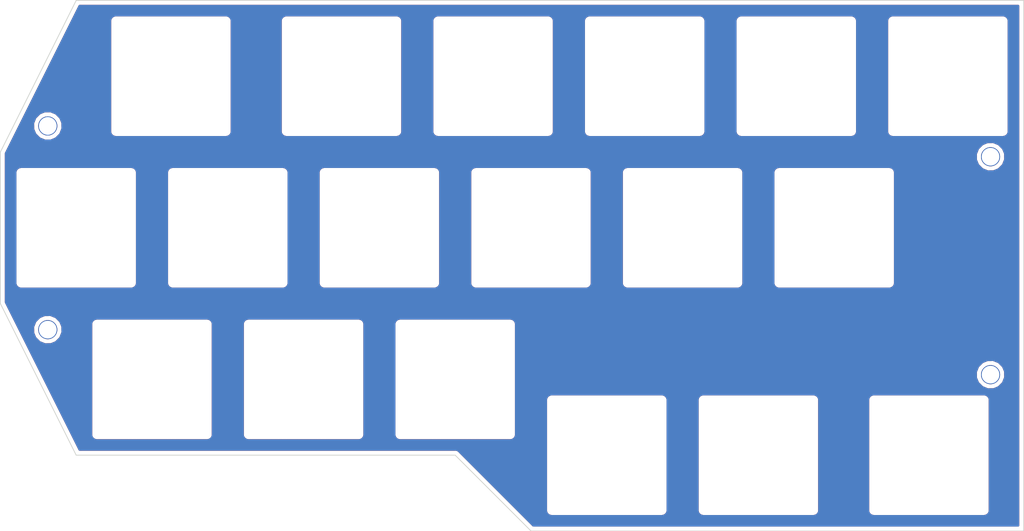
<source format=kicad_pcb>
(kicad_pcb (version 20171130) (host pcbnew "(5.0.1-3-g963ef8bb5)")
  (layers (0 F.Cu signal) (31 B.Cu signal) (34 B.Paste user) (35 F.Paste user) (36 B.SilkS user) (37 F.SilkS user) (38 B.Mask user) (39 F.Mask user) (44 Edge.Cuts user))
  (net 0 "")
  (module phi-kbd-library:M2_SCREW_HOLE (layer F.Cu) (at 74.922376 64.827818)
    (fp_text reference Ref**)
    (fp_text value Val**)
    (pad "" np_thru_hole circle (at 0 0) (size 2.4 2.4) (drill 2.2) (layers *.Cu *.Mask))
  )
  (module phi-kbd-library:M2_SCREW_HOLE (layer F.Cu) (at 74.922376 90.426406)
    (fp_text reference Ref**)
    (fp_text value Val**)
    (pad "" np_thru_hole circle (at 0 0) (size 2.4 2.4) (drill 2.2) (layers *.Cu *.Mask))
  )
  (module phi-kbd-library:M2_SCREW_HOLE (layer F.Cu) (at 193.39026 68.697372)
    (fp_text reference Ref**)
    (fp_text value Val**)
    (pad "" np_thru_hole circle (at 0 0) (size 2.4 2.4) (drill 2.2) (layers *.Cu *.Mask))
  )
  (module phi-kbd-library:M2_SCREW_HOLE (layer F.Cu) (at 193.39026 96.081908)
    (fp_text reference Ref**)
    (fp_text value Val**)
    (pad "" np_thru_hole circle (at 0 0) (size 2.4 2.4) (drill 2.2) (layers *.Cu *.Mask))
  )
  (module phi-kbd-library:PLATE_SwitchHole (layer F.Cu) (at 90.400592 58.577)
    (fp_text reference SW2)
    (fp_text value SW_PUSH hide)
    (pad "" np_thru_hole oval (at 6.9 0) (size 0.2 14) (drill oval 0.2 14) (layers *.Cu *.Mask))
    (pad "" np_thru_hole oval (at 6.8 0) (size 0.2 14) (drill oval 0.2 14) (layers *.Cu *.Mask))
    (pad "" np_thru_hole oval (at 6.7 0) (size 0.2 14) (drill oval 0.2 14) (layers *.Cu *.Mask))
    (pad "" np_thru_hole oval (at 6.6 0) (size 0.2 14) (drill oval 0.2 14) (layers *.Cu *.Mask))
    (pad "" np_thru_hole oval (at 6.5 0) (size 0.2 14) (drill oval 0.2 14) (layers *.Cu *.Mask))
    (pad "" np_thru_hole oval (at 6.4 0) (size 0.2 14) (drill oval 0.2 14) (layers *.Cu *.Mask))
    (pad "" np_thru_hole oval (at 6.3 0) (size 0.2 14) (drill oval 0.2 14) (layers *.Cu *.Mask))
    (pad "" np_thru_hole oval (at 6.2 0) (size 0.2 14) (drill oval 0.2 14) (layers *.Cu *.Mask))
    (pad "" np_thru_hole oval (at 6.1 0) (size 0.2 14) (drill oval 0.2 14) (layers *.Cu *.Mask))
    (pad "" np_thru_hole oval (at 6 0) (size 0.2 14) (drill oval 0.2 14) (layers *.Cu *.Mask))
    (pad "" np_thru_hole oval (at 5.9 0) (size 0.2 14) (drill oval 0.2 14) (layers *.Cu *.Mask))
    (pad "" np_thru_hole oval (at 5.8 0) (size 0.2 14) (drill oval 0.2 14) (layers *.Cu *.Mask))
    (pad "" np_thru_hole oval (at 5.7 0) (size 0.2 14) (drill oval 0.2 14) (layers *.Cu *.Mask))
    (pad "" np_thru_hole oval (at 5.6 0) (size 0.2 14) (drill oval 0.2 14) (layers *.Cu *.Mask))
    (pad "" np_thru_hole oval (at 5.5 0) (size 0.2 14) (drill oval 0.2 14) (layers *.Cu *.Mask))
    (pad "" np_thru_hole oval (at 5.4 0) (size 0.2 14) (drill oval 0.2 14) (layers *.Cu *.Mask))
    (pad "" np_thru_hole oval (at 5.3 0) (size 0.2 14) (drill oval 0.2 14) (layers *.Cu *.Mask))
    (pad "" np_thru_hole oval (at 5.2 0) (size 0.2 14) (drill oval 0.2 14) (layers *.Cu *.Mask))
    (pad "" np_thru_hole oval (at 5.1 0) (size 0.2 14) (drill oval 0.2 14) (layers *.Cu *.Mask))
    (pad "" np_thru_hole oval (at 5 0) (size 0.2 14) (drill oval 0.2 14) (layers *.Cu *.Mask))
    (pad "" np_thru_hole oval (at 4.9 0) (size 0.2 14) (drill oval 0.2 14) (layers *.Cu *.Mask))
    (pad "" np_thru_hole oval (at 4.8 0) (size 0.2 14) (drill oval 0.2 14) (layers *.Cu *.Mask))
    (pad "" np_thru_hole oval (at 4.7 0) (size 0.2 14) (drill oval 0.2 14) (layers *.Cu *.Mask))
    (pad "" np_thru_hole oval (at 4.6 0) (size 0.2 14) (drill oval 0.2 14) (layers *.Cu *.Mask))
    (pad "" np_thru_hole oval (at 4.5 0) (size 0.2 14) (drill oval 0.2 14) (layers *.Cu *.Mask))
    (pad "" np_thru_hole oval (at 4.4 0) (size 0.2 14) (drill oval 0.2 14) (layers *.Cu *.Mask))
    (pad "" np_thru_hole oval (at 4.3 0) (size 0.2 14) (drill oval 0.2 14) (layers *.Cu *.Mask))
    (pad "" np_thru_hole oval (at 4.2 0) (size 0.2 14) (drill oval 0.2 14) (layers *.Cu *.Mask))
    (pad "" np_thru_hole oval (at 4.1 0) (size 0.2 14) (drill oval 0.2 14) (layers *.Cu *.Mask))
    (pad "" np_thru_hole oval (at 4 0) (size 0.2 14) (drill oval 0.2 14) (layers *.Cu *.Mask))
    (pad "" np_thru_hole oval (at 3.9 0) (size 0.2 14) (drill oval 0.2 14) (layers *.Cu *.Mask))
    (pad "" np_thru_hole oval (at 3.8 0) (size 0.2 14) (drill oval 0.2 14) (layers *.Cu *.Mask))
    (pad "" np_thru_hole oval (at 3.7 0) (size 0.2 14) (drill oval 0.2 14) (layers *.Cu *.Mask))
    (pad "" np_thru_hole oval (at 3.6 0) (size 0.2 14) (drill oval 0.2 14) (layers *.Cu *.Mask))
    (pad "" np_thru_hole oval (at 3.5 0) (size 0.2 14) (drill oval 0.2 14) (layers *.Cu *.Mask))
    (pad "" np_thru_hole oval (at 3.4 0) (size 0.2 14) (drill oval 0.2 14) (layers *.Cu *.Mask))
    (pad "" np_thru_hole oval (at 3.3 0) (size 0.2 14) (drill oval 0.2 14) (layers *.Cu *.Mask))
    (pad "" np_thru_hole oval (at 3.2 0) (size 0.2 14) (drill oval 0.2 14) (layers *.Cu *.Mask))
    (pad "" np_thru_hole oval (at 3.1 0) (size 0.2 14) (drill oval 0.2 14) (layers *.Cu *.Mask))
    (pad "" np_thru_hole oval (at 3 0) (size 0.2 14) (drill oval 0.2 14) (layers *.Cu *.Mask))
    (pad "" np_thru_hole oval (at 2.9 0) (size 0.2 14) (drill oval 0.2 14) (layers *.Cu *.Mask))
    (pad "" np_thru_hole oval (at 2.8 0) (size 0.2 14) (drill oval 0.2 14) (layers *.Cu *.Mask))
    (pad "" np_thru_hole oval (at 2.7 0) (size 0.2 14) (drill oval 0.2 14) (layers *.Cu *.Mask))
    (pad "" np_thru_hole oval (at 2.6 0) (size 0.2 14) (drill oval 0.2 14) (layers *.Cu *.Mask))
    (pad "" np_thru_hole oval (at 2.5 0) (size 0.2 14) (drill oval 0.2 14) (layers *.Cu *.Mask))
    (pad "" np_thru_hole oval (at 2.4 0) (size 0.2 14) (drill oval 0.2 14) (layers *.Cu *.Mask))
    (pad "" np_thru_hole oval (at 2.3 0) (size 0.2 14) (drill oval 0.2 14) (layers *.Cu *.Mask))
    (pad "" np_thru_hole oval (at 2.2 0) (size 0.2 14) (drill oval 0.2 14) (layers *.Cu *.Mask))
    (pad "" np_thru_hole oval (at 2.2 0) (size 0.2 14) (drill oval 0.2 14) (layers *.Cu *.Mask))
    (pad "" np_thru_hole oval (at 2.1 0) (size 0.2 14) (drill oval 0.2 14) (layers *.Cu *.Mask))
    (pad "" np_thru_hole oval (at 2 0) (size 0.2 14) (drill oval 0.2 14) (layers *.Cu *.Mask))
    (pad "" np_thru_hole oval (at 1.9 0) (size 0.2 14) (drill oval 0.2 14) (layers *.Cu *.Mask))
    (pad "" np_thru_hole oval (at 1.8 0) (size 0.2 14) (drill oval 0.2 14) (layers *.Cu *.Mask))
    (pad "" np_thru_hole oval (at 1.7 0) (size 0.2 14) (drill oval 0.2 14) (layers *.Cu *.Mask))
    (pad "" np_thru_hole oval (at 1.6 0) (size 0.2 14) (drill oval 0.2 14) (layers *.Cu *.Mask))
    (pad "" np_thru_hole oval (at 1.5 0) (size 0.2 14) (drill oval 0.2 14) (layers *.Cu *.Mask))
    (pad "" np_thru_hole oval (at 1.4 0) (size 0.2 14) (drill oval 0.2 14) (layers *.Cu *.Mask))
    (pad "" np_thru_hole oval (at 1.3 0) (size 0.2 14) (drill oval 0.2 14) (layers *.Cu *.Mask))
    (pad "" np_thru_hole oval (at 1.2 0) (size 0.2 14) (drill oval 0.2 14) (layers *.Cu *.Mask))
    (pad "" np_thru_hole oval (at 1.1 0) (size 0.2 14) (drill oval 0.2 14) (layers *.Cu *.Mask))
    (pad "" np_thru_hole oval (at 1 0) (size 0.2 14) (drill oval 0.2 14) (layers *.Cu *.Mask))
    (pad "" np_thru_hole oval (at 0.9 0) (size 0.2 14) (drill oval 0.2 14) (layers *.Cu *.Mask))
    (pad "" np_thru_hole oval (at 0.8 0) (size 0.2 14) (drill oval 0.2 14) (layers *.Cu *.Mask))
    (pad "" np_thru_hole oval (at 0.7 0) (size 0.2 14) (drill oval 0.2 14) (layers *.Cu *.Mask))
    (pad "" np_thru_hole oval (at 0.6 0) (size 0.2 14) (drill oval 0.2 14) (layers *.Cu *.Mask))
    (pad "" np_thru_hole oval (at 0.5 0) (size 0.2 14) (drill oval 0.2 14) (layers *.Cu *.Mask))
    (pad "" np_thru_hole oval (at 0.4 0) (size 0.2 14) (drill oval 0.2 14) (layers *.Cu *.Mask))
    (pad "" np_thru_hole oval (at 0.3 0) (size 0.2 14) (drill oval 0.2 14) (layers *.Cu *.Mask))
    (pad "" np_thru_hole oval (at 0.2 0) (size 0.2 14) (drill oval 0.2 14) (layers *.Cu *.Mask))
    (pad "" np_thru_hole oval (at 0.1 0) (size 0.2 14) (drill oval 0.2 14) (layers *.Cu *.Mask))
    (pad "" np_thru_hole oval (at 0 0) (size 0.2 14) (drill oval 0.2 14) (layers *.Cu *.Mask))
    (pad "" np_thru_hole oval (at -0.1 0) (size 0.2 14) (drill oval 0.2 14) (layers *.Cu *.Mask))
    (pad "" np_thru_hole oval (at -0.2 0) (size 0.2 14) (drill oval 0.2 14) (layers *.Cu *.Mask))
    (pad "" np_thru_hole oval (at -0.3 0) (size 0.2 14) (drill oval 0.2 14) (layers *.Cu *.Mask))
    (pad "" np_thru_hole oval (at -0.4 0) (size 0.2 14) (drill oval 0.2 14) (layers *.Cu *.Mask))
    (pad "" np_thru_hole oval (at -0.5 0) (size 0.2 14) (drill oval 0.2 14) (layers *.Cu *.Mask))
    (pad "" np_thru_hole oval (at -0.6 0) (size 0.2 14) (drill oval 0.2 14) (layers *.Cu *.Mask))
    (pad "" np_thru_hole oval (at -0.7 0) (size 0.2 14) (drill oval 0.2 14) (layers *.Cu *.Mask))
    (pad "" np_thru_hole oval (at -0.8 0) (size 0.2 14) (drill oval 0.2 14) (layers *.Cu *.Mask))
    (pad "" np_thru_hole oval (at -0.9 0) (size 0.2 14) (drill oval 0.2 14) (layers *.Cu *.Mask))
    (pad "" np_thru_hole oval (at -1 0) (size 0.2 14) (drill oval 0.2 14) (layers *.Cu *.Mask))
    (pad "" np_thru_hole oval (at -1.1 0) (size 0.2 14) (drill oval 0.2 14) (layers *.Cu *.Mask))
    (pad "" np_thru_hole oval (at -1.2 0) (size 0.2 14) (drill oval 0.2 14) (layers *.Cu *.Mask))
    (pad "" np_thru_hole oval (at -1.3 0) (size 0.2 14) (drill oval 0.2 14) (layers *.Cu *.Mask))
    (pad "" np_thru_hole oval (at -1.4 0) (size 0.2 14) (drill oval 0.2 14) (layers *.Cu *.Mask))
    (pad "" np_thru_hole oval (at -1.5 0) (size 0.2 14) (drill oval 0.2 14) (layers *.Cu *.Mask))
    (pad "" np_thru_hole oval (at -1.6 0) (size 0.2 14) (drill oval 0.2 14) (layers *.Cu *.Mask))
    (pad "" np_thru_hole oval (at -1.7 0) (size 0.2 14) (drill oval 0.2 14) (layers *.Cu *.Mask))
    (pad "" np_thru_hole oval (at -1.8 0) (size 0.2 14) (drill oval 0.2 14) (layers *.Cu *.Mask))
    (pad "" np_thru_hole oval (at -1.9 0) (size 0.2 14) (drill oval 0.2 14) (layers *.Cu *.Mask))
    (pad "" np_thru_hole oval (at -2 0) (size 0.2 14) (drill oval 0.2 14) (layers *.Cu *.Mask))
    (pad "" np_thru_hole oval (at -2.1 0) (size 0.2 14) (drill oval 0.2 14) (layers *.Cu *.Mask))
    (pad "" np_thru_hole oval (at -2.2 0) (size 0.2 14) (drill oval 0.2 14) (layers *.Cu *.Mask))
    (pad "" np_thru_hole oval (at -2.3 0) (size 0.2 14) (drill oval 0.2 14) (layers *.Cu *.Mask))
    (pad "" np_thru_hole oval (at -2.4 0) (size 0.2 14) (drill oval 0.2 14) (layers *.Cu *.Mask))
    (pad "" np_thru_hole oval (at -2.5 0) (size 0.2 14) (drill oval 0.2 14) (layers *.Cu *.Mask))
    (pad "" np_thru_hole oval (at -2.6 0) (size 0.2 14) (drill oval 0.2 14) (layers *.Cu *.Mask))
    (pad "" np_thru_hole oval (at -2.7 0) (size 0.2 14) (drill oval 0.2 14) (layers *.Cu *.Mask))
    (pad "" np_thru_hole oval (at -2.8 0) (size 0.2 14) (drill oval 0.2 14) (layers *.Cu *.Mask))
    (pad "" np_thru_hole oval (at -2.9 0) (size 0.2 14) (drill oval 0.2 14) (layers *.Cu *.Mask))
    (pad "" np_thru_hole oval (at -3 0) (size 0.2 14) (drill oval 0.2 14) (layers *.Cu *.Mask))
    (pad "" np_thru_hole oval (at -3.1 0) (size 0.2 14) (drill oval 0.2 14) (layers *.Cu *.Mask))
    (pad "" np_thru_hole oval (at -3.2 0) (size 0.2 14) (drill oval 0.2 14) (layers *.Cu *.Mask))
    (pad "" np_thru_hole oval (at -3.3 0) (size 0.2 14) (drill oval 0.2 14) (layers *.Cu *.Mask))
    (pad "" np_thru_hole oval (at -3.4 0) (size 0.2 14) (drill oval 0.2 14) (layers *.Cu *.Mask))
    (pad "" np_thru_hole oval (at -3.5 0) (size 0.2 14) (drill oval 0.2 14) (layers *.Cu *.Mask))
    (pad "" np_thru_hole oval (at -3.6 0) (size 0.2 14) (drill oval 0.2 14) (layers *.Cu *.Mask))
    (pad "" np_thru_hole oval (at -3.7 0) (size 0.2 14) (drill oval 0.2 14) (layers *.Cu *.Mask))
    (pad "" np_thru_hole oval (at -3.8 0) (size 0.2 14) (drill oval 0.2 14) (layers *.Cu *.Mask))
    (pad "" np_thru_hole oval (at -3.9 0) (size 0.2 14) (drill oval 0.2 14) (layers *.Cu *.Mask))
    (pad "" np_thru_hole oval (at -4 0) (size 0.2 14) (drill oval 0.2 14) (layers *.Cu *.Mask))
    (pad "" np_thru_hole oval (at -4.1 0) (size 0.2 14) (drill oval 0.2 14) (layers *.Cu *.Mask))
    (pad "" np_thru_hole oval (at -4.2 0) (size 0.2 14) (drill oval 0.2 14) (layers *.Cu *.Mask))
    (pad "" np_thru_hole oval (at -4.3 0) (size 0.2 14) (drill oval 0.2 14) (layers *.Cu *.Mask))
    (pad "" np_thru_hole oval (at -4.4 0) (size 0.2 14) (drill oval 0.2 14) (layers *.Cu *.Mask))
    (pad "" np_thru_hole oval (at -4.5 0) (size 0.2 14) (drill oval 0.2 14) (layers *.Cu *.Mask))
    (pad "" np_thru_hole oval (at -4.6 0) (size 0.2 14) (drill oval 0.2 14) (layers *.Cu *.Mask))
    (pad "" np_thru_hole oval (at -4.7 0) (size 0.2 14) (drill oval 0.2 14) (layers *.Cu *.Mask))
    (pad "" np_thru_hole oval (at -4.8 0) (size 0.2 14) (drill oval 0.2 14) (layers *.Cu *.Mask))
    (pad "" np_thru_hole oval (at -4.9 0) (size 0.2 14) (drill oval 0.2 14) (layers *.Cu *.Mask))
    (pad "" np_thru_hole oval (at -5 0) (size 0.2 14) (drill oval 0.2 14) (layers *.Cu *.Mask))
    (pad "" np_thru_hole oval (at -5.1 0) (size 0.2 14) (drill oval 0.2 14) (layers *.Cu *.Mask))
    (pad "" np_thru_hole oval (at -5.2 0) (size 0.2 14) (drill oval 0.2 14) (layers *.Cu *.Mask))
    (pad "" np_thru_hole oval (at -5.3 0) (size 0.2 14) (drill oval 0.2 14) (layers *.Cu *.Mask))
    (pad "" np_thru_hole oval (at -5.4 0) (size 0.2 14) (drill oval 0.2 14) (layers *.Cu *.Mask))
    (pad "" np_thru_hole oval (at -5.5 0) (size 0.2 14) (drill oval 0.2 14) (layers *.Cu *.Mask))
    (pad "" np_thru_hole oval (at -5.6 0) (size 0.2 14) (drill oval 0.2 14) (layers *.Cu *.Mask))
    (pad "" np_thru_hole oval (at -5.7 0) (size 0.2 14) (drill oval 0.2 14) (layers *.Cu *.Mask))
    (pad "" np_thru_hole oval (at -5.8 0) (size 0.2 14) (drill oval 0.2 14) (layers *.Cu *.Mask))
    (pad "" np_thru_hole oval (at -5.9 0) (size 0.2 14) (drill oval 0.2 14) (layers *.Cu *.Mask))
    (pad "" np_thru_hole oval (at -6 0) (size 0.2 14) (drill oval 0.2 14) (layers *.Cu *.Mask))
    (pad "" np_thru_hole oval (at -6.1 0) (size 0.2 14) (drill oval 0.2 14) (layers *.Cu *.Mask))
    (pad "" np_thru_hole oval (at -6.2 0) (size 0.2 14) (drill oval 0.2 14) (layers *.Cu *.Mask))
    (pad "" np_thru_hole oval (at -6.3 0) (size 0.2 14) (drill oval 0.2 14) (layers *.Cu *.Mask))
    (pad "" np_thru_hole oval (at -6.4 0) (size 0.2 14) (drill oval 0.2 14) (layers *.Cu *.Mask))
    (pad "" np_thru_hole oval (at -6.5 0) (size 0.2 14) (drill oval 0.2 14) (layers *.Cu *.Mask))
    (pad "" np_thru_hole oval (at -6.6 0) (size 0.2 14) (drill oval 0.2 14) (layers *.Cu *.Mask))
    (pad "" np_thru_hole oval (at -6.7 0) (size 0.2 14) (drill oval 0.2 14) (layers *.Cu *.Mask))
    (pad "" np_thru_hole oval (at -6.8 0) (size 0.2 14) (drill oval 0.2 14) (layers *.Cu *.Mask))
    (pad "" np_thru_hole oval (at -6.9 0) (size 0.2 14) (drill oval 0.2 14) (layers *.Cu *.Mask))
  )
  (module phi-kbd-library:PLATE_SwitchHole (layer F.Cu) (at 78.494272 77.627112)
    (fp_text reference SW3)
    (fp_text value SW_PUSH hide)
    (pad "" np_thru_hole oval (at 6.9 0) (size 0.2 14) (drill oval 0.2 14) (layers *.Cu *.Mask))
    (pad "" np_thru_hole oval (at 6.8 0) (size 0.2 14) (drill oval 0.2 14) (layers *.Cu *.Mask))
    (pad "" np_thru_hole oval (at 6.7 0) (size 0.2 14) (drill oval 0.2 14) (layers *.Cu *.Mask))
    (pad "" np_thru_hole oval (at 6.6 0) (size 0.2 14) (drill oval 0.2 14) (layers *.Cu *.Mask))
    (pad "" np_thru_hole oval (at 6.5 0) (size 0.2 14) (drill oval 0.2 14) (layers *.Cu *.Mask))
    (pad "" np_thru_hole oval (at 6.4 0) (size 0.2 14) (drill oval 0.2 14) (layers *.Cu *.Mask))
    (pad "" np_thru_hole oval (at 6.3 0) (size 0.2 14) (drill oval 0.2 14) (layers *.Cu *.Mask))
    (pad "" np_thru_hole oval (at 6.2 0) (size 0.2 14) (drill oval 0.2 14) (layers *.Cu *.Mask))
    (pad "" np_thru_hole oval (at 6.1 0) (size 0.2 14) (drill oval 0.2 14) (layers *.Cu *.Mask))
    (pad "" np_thru_hole oval (at 6 0) (size 0.2 14) (drill oval 0.2 14) (layers *.Cu *.Mask))
    (pad "" np_thru_hole oval (at 5.9 0) (size 0.2 14) (drill oval 0.2 14) (layers *.Cu *.Mask))
    (pad "" np_thru_hole oval (at 5.8 0) (size 0.2 14) (drill oval 0.2 14) (layers *.Cu *.Mask))
    (pad "" np_thru_hole oval (at 5.7 0) (size 0.2 14) (drill oval 0.2 14) (layers *.Cu *.Mask))
    (pad "" np_thru_hole oval (at 5.6 0) (size 0.2 14) (drill oval 0.2 14) (layers *.Cu *.Mask))
    (pad "" np_thru_hole oval (at 5.5 0) (size 0.2 14) (drill oval 0.2 14) (layers *.Cu *.Mask))
    (pad "" np_thru_hole oval (at 5.4 0) (size 0.2 14) (drill oval 0.2 14) (layers *.Cu *.Mask))
    (pad "" np_thru_hole oval (at 5.3 0) (size 0.2 14) (drill oval 0.2 14) (layers *.Cu *.Mask))
    (pad "" np_thru_hole oval (at 5.2 0) (size 0.2 14) (drill oval 0.2 14) (layers *.Cu *.Mask))
    (pad "" np_thru_hole oval (at 5.1 0) (size 0.2 14) (drill oval 0.2 14) (layers *.Cu *.Mask))
    (pad "" np_thru_hole oval (at 5 0) (size 0.2 14) (drill oval 0.2 14) (layers *.Cu *.Mask))
    (pad "" np_thru_hole oval (at 4.9 0) (size 0.2 14) (drill oval 0.2 14) (layers *.Cu *.Mask))
    (pad "" np_thru_hole oval (at 4.8 0) (size 0.2 14) (drill oval 0.2 14) (layers *.Cu *.Mask))
    (pad "" np_thru_hole oval (at 4.7 0) (size 0.2 14) (drill oval 0.2 14) (layers *.Cu *.Mask))
    (pad "" np_thru_hole oval (at 4.6 0) (size 0.2 14) (drill oval 0.2 14) (layers *.Cu *.Mask))
    (pad "" np_thru_hole oval (at 4.5 0) (size 0.2 14) (drill oval 0.2 14) (layers *.Cu *.Mask))
    (pad "" np_thru_hole oval (at 4.4 0) (size 0.2 14) (drill oval 0.2 14) (layers *.Cu *.Mask))
    (pad "" np_thru_hole oval (at 4.3 0) (size 0.2 14) (drill oval 0.2 14) (layers *.Cu *.Mask))
    (pad "" np_thru_hole oval (at 4.2 0) (size 0.2 14) (drill oval 0.2 14) (layers *.Cu *.Mask))
    (pad "" np_thru_hole oval (at 4.1 0) (size 0.2 14) (drill oval 0.2 14) (layers *.Cu *.Mask))
    (pad "" np_thru_hole oval (at 4 0) (size 0.2 14) (drill oval 0.2 14) (layers *.Cu *.Mask))
    (pad "" np_thru_hole oval (at 3.9 0) (size 0.2 14) (drill oval 0.2 14) (layers *.Cu *.Mask))
    (pad "" np_thru_hole oval (at 3.8 0) (size 0.2 14) (drill oval 0.2 14) (layers *.Cu *.Mask))
    (pad "" np_thru_hole oval (at 3.7 0) (size 0.2 14) (drill oval 0.2 14) (layers *.Cu *.Mask))
    (pad "" np_thru_hole oval (at 3.6 0) (size 0.2 14) (drill oval 0.2 14) (layers *.Cu *.Mask))
    (pad "" np_thru_hole oval (at 3.5 0) (size 0.2 14) (drill oval 0.2 14) (layers *.Cu *.Mask))
    (pad "" np_thru_hole oval (at 3.4 0) (size 0.2 14) (drill oval 0.2 14) (layers *.Cu *.Mask))
    (pad "" np_thru_hole oval (at 3.3 0) (size 0.2 14) (drill oval 0.2 14) (layers *.Cu *.Mask))
    (pad "" np_thru_hole oval (at 3.2 0) (size 0.2 14) (drill oval 0.2 14) (layers *.Cu *.Mask))
    (pad "" np_thru_hole oval (at 3.1 0) (size 0.2 14) (drill oval 0.2 14) (layers *.Cu *.Mask))
    (pad "" np_thru_hole oval (at 3 0) (size 0.2 14) (drill oval 0.2 14) (layers *.Cu *.Mask))
    (pad "" np_thru_hole oval (at 2.9 0) (size 0.2 14) (drill oval 0.2 14) (layers *.Cu *.Mask))
    (pad "" np_thru_hole oval (at 2.8 0) (size 0.2 14) (drill oval 0.2 14) (layers *.Cu *.Mask))
    (pad "" np_thru_hole oval (at 2.7 0) (size 0.2 14) (drill oval 0.2 14) (layers *.Cu *.Mask))
    (pad "" np_thru_hole oval (at 2.6 0) (size 0.2 14) (drill oval 0.2 14) (layers *.Cu *.Mask))
    (pad "" np_thru_hole oval (at 2.5 0) (size 0.2 14) (drill oval 0.2 14) (layers *.Cu *.Mask))
    (pad "" np_thru_hole oval (at 2.4 0) (size 0.2 14) (drill oval 0.2 14) (layers *.Cu *.Mask))
    (pad "" np_thru_hole oval (at 2.3 0) (size 0.2 14) (drill oval 0.2 14) (layers *.Cu *.Mask))
    (pad "" np_thru_hole oval (at 2.2 0) (size 0.2 14) (drill oval 0.2 14) (layers *.Cu *.Mask))
    (pad "" np_thru_hole oval (at 2.2 0) (size 0.2 14) (drill oval 0.2 14) (layers *.Cu *.Mask))
    (pad "" np_thru_hole oval (at 2.1 0) (size 0.2 14) (drill oval 0.2 14) (layers *.Cu *.Mask))
    (pad "" np_thru_hole oval (at 2 0) (size 0.2 14) (drill oval 0.2 14) (layers *.Cu *.Mask))
    (pad "" np_thru_hole oval (at 1.9 0) (size 0.2 14) (drill oval 0.2 14) (layers *.Cu *.Mask))
    (pad "" np_thru_hole oval (at 1.8 0) (size 0.2 14) (drill oval 0.2 14) (layers *.Cu *.Mask))
    (pad "" np_thru_hole oval (at 1.7 0) (size 0.2 14) (drill oval 0.2 14) (layers *.Cu *.Mask))
    (pad "" np_thru_hole oval (at 1.6 0) (size 0.2 14) (drill oval 0.2 14) (layers *.Cu *.Mask))
    (pad "" np_thru_hole oval (at 1.5 0) (size 0.2 14) (drill oval 0.2 14) (layers *.Cu *.Mask))
    (pad "" np_thru_hole oval (at 1.4 0) (size 0.2 14) (drill oval 0.2 14) (layers *.Cu *.Mask))
    (pad "" np_thru_hole oval (at 1.3 0) (size 0.2 14) (drill oval 0.2 14) (layers *.Cu *.Mask))
    (pad "" np_thru_hole oval (at 1.2 0) (size 0.2 14) (drill oval 0.2 14) (layers *.Cu *.Mask))
    (pad "" np_thru_hole oval (at 1.1 0) (size 0.2 14) (drill oval 0.2 14) (layers *.Cu *.Mask))
    (pad "" np_thru_hole oval (at 1 0) (size 0.2 14) (drill oval 0.2 14) (layers *.Cu *.Mask))
    (pad "" np_thru_hole oval (at 0.9 0) (size 0.2 14) (drill oval 0.2 14) (layers *.Cu *.Mask))
    (pad "" np_thru_hole oval (at 0.8 0) (size 0.2 14) (drill oval 0.2 14) (layers *.Cu *.Mask))
    (pad "" np_thru_hole oval (at 0.7 0) (size 0.2 14) (drill oval 0.2 14) (layers *.Cu *.Mask))
    (pad "" np_thru_hole oval (at 0.6 0) (size 0.2 14) (drill oval 0.2 14) (layers *.Cu *.Mask))
    (pad "" np_thru_hole oval (at 0.5 0) (size 0.2 14) (drill oval 0.2 14) (layers *.Cu *.Mask))
    (pad "" np_thru_hole oval (at 0.4 0) (size 0.2 14) (drill oval 0.2 14) (layers *.Cu *.Mask))
    (pad "" np_thru_hole oval (at 0.3 0) (size 0.2 14) (drill oval 0.2 14) (layers *.Cu *.Mask))
    (pad "" np_thru_hole oval (at 0.2 0) (size 0.2 14) (drill oval 0.2 14) (layers *.Cu *.Mask))
    (pad "" np_thru_hole oval (at 0.1 0) (size 0.2 14) (drill oval 0.2 14) (layers *.Cu *.Mask))
    (pad "" np_thru_hole oval (at 0 0) (size 0.2 14) (drill oval 0.2 14) (layers *.Cu *.Mask))
    (pad "" np_thru_hole oval (at -0.1 0) (size 0.2 14) (drill oval 0.2 14) (layers *.Cu *.Mask))
    (pad "" np_thru_hole oval (at -0.2 0) (size 0.2 14) (drill oval 0.2 14) (layers *.Cu *.Mask))
    (pad "" np_thru_hole oval (at -0.3 0) (size 0.2 14) (drill oval 0.2 14) (layers *.Cu *.Mask))
    (pad "" np_thru_hole oval (at -0.4 0) (size 0.2 14) (drill oval 0.2 14) (layers *.Cu *.Mask))
    (pad "" np_thru_hole oval (at -0.5 0) (size 0.2 14) (drill oval 0.2 14) (layers *.Cu *.Mask))
    (pad "" np_thru_hole oval (at -0.6 0) (size 0.2 14) (drill oval 0.2 14) (layers *.Cu *.Mask))
    (pad "" np_thru_hole oval (at -0.7 0) (size 0.2 14) (drill oval 0.2 14) (layers *.Cu *.Mask))
    (pad "" np_thru_hole oval (at -0.8 0) (size 0.2 14) (drill oval 0.2 14) (layers *.Cu *.Mask))
    (pad "" np_thru_hole oval (at -0.9 0) (size 0.2 14) (drill oval 0.2 14) (layers *.Cu *.Mask))
    (pad "" np_thru_hole oval (at -1 0) (size 0.2 14) (drill oval 0.2 14) (layers *.Cu *.Mask))
    (pad "" np_thru_hole oval (at -1.1 0) (size 0.2 14) (drill oval 0.2 14) (layers *.Cu *.Mask))
    (pad "" np_thru_hole oval (at -1.2 0) (size 0.2 14) (drill oval 0.2 14) (layers *.Cu *.Mask))
    (pad "" np_thru_hole oval (at -1.3 0) (size 0.2 14) (drill oval 0.2 14) (layers *.Cu *.Mask))
    (pad "" np_thru_hole oval (at -1.4 0) (size 0.2 14) (drill oval 0.2 14) (layers *.Cu *.Mask))
    (pad "" np_thru_hole oval (at -1.5 0) (size 0.2 14) (drill oval 0.2 14) (layers *.Cu *.Mask))
    (pad "" np_thru_hole oval (at -1.6 0) (size 0.2 14) (drill oval 0.2 14) (layers *.Cu *.Mask))
    (pad "" np_thru_hole oval (at -1.7 0) (size 0.2 14) (drill oval 0.2 14) (layers *.Cu *.Mask))
    (pad "" np_thru_hole oval (at -1.8 0) (size 0.2 14) (drill oval 0.2 14) (layers *.Cu *.Mask))
    (pad "" np_thru_hole oval (at -1.9 0) (size 0.2 14) (drill oval 0.2 14) (layers *.Cu *.Mask))
    (pad "" np_thru_hole oval (at -2 0) (size 0.2 14) (drill oval 0.2 14) (layers *.Cu *.Mask))
    (pad "" np_thru_hole oval (at -2.1 0) (size 0.2 14) (drill oval 0.2 14) (layers *.Cu *.Mask))
    (pad "" np_thru_hole oval (at -2.2 0) (size 0.2 14) (drill oval 0.2 14) (layers *.Cu *.Mask))
    (pad "" np_thru_hole oval (at -2.3 0) (size 0.2 14) (drill oval 0.2 14) (layers *.Cu *.Mask))
    (pad "" np_thru_hole oval (at -2.4 0) (size 0.2 14) (drill oval 0.2 14) (layers *.Cu *.Mask))
    (pad "" np_thru_hole oval (at -2.5 0) (size 0.2 14) (drill oval 0.2 14) (layers *.Cu *.Mask))
    (pad "" np_thru_hole oval (at -2.6 0) (size 0.2 14) (drill oval 0.2 14) (layers *.Cu *.Mask))
    (pad "" np_thru_hole oval (at -2.7 0) (size 0.2 14) (drill oval 0.2 14) (layers *.Cu *.Mask))
    (pad "" np_thru_hole oval (at -2.8 0) (size 0.2 14) (drill oval 0.2 14) (layers *.Cu *.Mask))
    (pad "" np_thru_hole oval (at -2.9 0) (size 0.2 14) (drill oval 0.2 14) (layers *.Cu *.Mask))
    (pad "" np_thru_hole oval (at -3 0) (size 0.2 14) (drill oval 0.2 14) (layers *.Cu *.Mask))
    (pad "" np_thru_hole oval (at -3.1 0) (size 0.2 14) (drill oval 0.2 14) (layers *.Cu *.Mask))
    (pad "" np_thru_hole oval (at -3.2 0) (size 0.2 14) (drill oval 0.2 14) (layers *.Cu *.Mask))
    (pad "" np_thru_hole oval (at -3.3 0) (size 0.2 14) (drill oval 0.2 14) (layers *.Cu *.Mask))
    (pad "" np_thru_hole oval (at -3.4 0) (size 0.2 14) (drill oval 0.2 14) (layers *.Cu *.Mask))
    (pad "" np_thru_hole oval (at -3.5 0) (size 0.2 14) (drill oval 0.2 14) (layers *.Cu *.Mask))
    (pad "" np_thru_hole oval (at -3.6 0) (size 0.2 14) (drill oval 0.2 14) (layers *.Cu *.Mask))
    (pad "" np_thru_hole oval (at -3.7 0) (size 0.2 14) (drill oval 0.2 14) (layers *.Cu *.Mask))
    (pad "" np_thru_hole oval (at -3.8 0) (size 0.2 14) (drill oval 0.2 14) (layers *.Cu *.Mask))
    (pad "" np_thru_hole oval (at -3.9 0) (size 0.2 14) (drill oval 0.2 14) (layers *.Cu *.Mask))
    (pad "" np_thru_hole oval (at -4 0) (size 0.2 14) (drill oval 0.2 14) (layers *.Cu *.Mask))
    (pad "" np_thru_hole oval (at -4.1 0) (size 0.2 14) (drill oval 0.2 14) (layers *.Cu *.Mask))
    (pad "" np_thru_hole oval (at -4.2 0) (size 0.2 14) (drill oval 0.2 14) (layers *.Cu *.Mask))
    (pad "" np_thru_hole oval (at -4.3 0) (size 0.2 14) (drill oval 0.2 14) (layers *.Cu *.Mask))
    (pad "" np_thru_hole oval (at -4.4 0) (size 0.2 14) (drill oval 0.2 14) (layers *.Cu *.Mask))
    (pad "" np_thru_hole oval (at -4.5 0) (size 0.2 14) (drill oval 0.2 14) (layers *.Cu *.Mask))
    (pad "" np_thru_hole oval (at -4.6 0) (size 0.2 14) (drill oval 0.2 14) (layers *.Cu *.Mask))
    (pad "" np_thru_hole oval (at -4.7 0) (size 0.2 14) (drill oval 0.2 14) (layers *.Cu *.Mask))
    (pad "" np_thru_hole oval (at -4.8 0) (size 0.2 14) (drill oval 0.2 14) (layers *.Cu *.Mask))
    (pad "" np_thru_hole oval (at -4.9 0) (size 0.2 14) (drill oval 0.2 14) (layers *.Cu *.Mask))
    (pad "" np_thru_hole oval (at -5 0) (size 0.2 14) (drill oval 0.2 14) (layers *.Cu *.Mask))
    (pad "" np_thru_hole oval (at -5.1 0) (size 0.2 14) (drill oval 0.2 14) (layers *.Cu *.Mask))
    (pad "" np_thru_hole oval (at -5.2 0) (size 0.2 14) (drill oval 0.2 14) (layers *.Cu *.Mask))
    (pad "" np_thru_hole oval (at -5.3 0) (size 0.2 14) (drill oval 0.2 14) (layers *.Cu *.Mask))
    (pad "" np_thru_hole oval (at -5.4 0) (size 0.2 14) (drill oval 0.2 14) (layers *.Cu *.Mask))
    (pad "" np_thru_hole oval (at -5.5 0) (size 0.2 14) (drill oval 0.2 14) (layers *.Cu *.Mask))
    (pad "" np_thru_hole oval (at -5.6 0) (size 0.2 14) (drill oval 0.2 14) (layers *.Cu *.Mask))
    (pad "" np_thru_hole oval (at -5.7 0) (size 0.2 14) (drill oval 0.2 14) (layers *.Cu *.Mask))
    (pad "" np_thru_hole oval (at -5.8 0) (size 0.2 14) (drill oval 0.2 14) (layers *.Cu *.Mask))
    (pad "" np_thru_hole oval (at -5.9 0) (size 0.2 14) (drill oval 0.2 14) (layers *.Cu *.Mask))
    (pad "" np_thru_hole oval (at -6 0) (size 0.2 14) (drill oval 0.2 14) (layers *.Cu *.Mask))
    (pad "" np_thru_hole oval (at -6.1 0) (size 0.2 14) (drill oval 0.2 14) (layers *.Cu *.Mask))
    (pad "" np_thru_hole oval (at -6.2 0) (size 0.2 14) (drill oval 0.2 14) (layers *.Cu *.Mask))
    (pad "" np_thru_hole oval (at -6.3 0) (size 0.2 14) (drill oval 0.2 14) (layers *.Cu *.Mask))
    (pad "" np_thru_hole oval (at -6.4 0) (size 0.2 14) (drill oval 0.2 14) (layers *.Cu *.Mask))
    (pad "" np_thru_hole oval (at -6.5 0) (size 0.2 14) (drill oval 0.2 14) (layers *.Cu *.Mask))
    (pad "" np_thru_hole oval (at -6.6 0) (size 0.2 14) (drill oval 0.2 14) (layers *.Cu *.Mask))
    (pad "" np_thru_hole oval (at -6.7 0) (size 0.2 14) (drill oval 0.2 14) (layers *.Cu *.Mask))
    (pad "" np_thru_hole oval (at -6.8 0) (size 0.2 14) (drill oval 0.2 14) (layers *.Cu *.Mask))
    (pad "" np_thru_hole oval (at -6.9 0) (size 0.2 14) (drill oval 0.2 14) (layers *.Cu *.Mask))
  )
  (module phi-kbd-library:PLATE_SwitchHole (layer F.Cu) (at 88.019328 96.677224)
    (fp_text reference SW4)
    (fp_text value SW_PUSH hide)
    (pad "" np_thru_hole oval (at 6.9 0) (size 0.2 14) (drill oval 0.2 14) (layers *.Cu *.Mask))
    (pad "" np_thru_hole oval (at 6.8 0) (size 0.2 14) (drill oval 0.2 14) (layers *.Cu *.Mask))
    (pad "" np_thru_hole oval (at 6.7 0) (size 0.2 14) (drill oval 0.2 14) (layers *.Cu *.Mask))
    (pad "" np_thru_hole oval (at 6.6 0) (size 0.2 14) (drill oval 0.2 14) (layers *.Cu *.Mask))
    (pad "" np_thru_hole oval (at 6.5 0) (size 0.2 14) (drill oval 0.2 14) (layers *.Cu *.Mask))
    (pad "" np_thru_hole oval (at 6.4 0) (size 0.2 14) (drill oval 0.2 14) (layers *.Cu *.Mask))
    (pad "" np_thru_hole oval (at 6.3 0) (size 0.2 14) (drill oval 0.2 14) (layers *.Cu *.Mask))
    (pad "" np_thru_hole oval (at 6.2 0) (size 0.2 14) (drill oval 0.2 14) (layers *.Cu *.Mask))
    (pad "" np_thru_hole oval (at 6.1 0) (size 0.2 14) (drill oval 0.2 14) (layers *.Cu *.Mask))
    (pad "" np_thru_hole oval (at 6 0) (size 0.2 14) (drill oval 0.2 14) (layers *.Cu *.Mask))
    (pad "" np_thru_hole oval (at 5.9 0) (size 0.2 14) (drill oval 0.2 14) (layers *.Cu *.Mask))
    (pad "" np_thru_hole oval (at 5.8 0) (size 0.2 14) (drill oval 0.2 14) (layers *.Cu *.Mask))
    (pad "" np_thru_hole oval (at 5.7 0) (size 0.2 14) (drill oval 0.2 14) (layers *.Cu *.Mask))
    (pad "" np_thru_hole oval (at 5.6 0) (size 0.2 14) (drill oval 0.2 14) (layers *.Cu *.Mask))
    (pad "" np_thru_hole oval (at 5.5 0) (size 0.2 14) (drill oval 0.2 14) (layers *.Cu *.Mask))
    (pad "" np_thru_hole oval (at 5.4 0) (size 0.2 14) (drill oval 0.2 14) (layers *.Cu *.Mask))
    (pad "" np_thru_hole oval (at 5.3 0) (size 0.2 14) (drill oval 0.2 14) (layers *.Cu *.Mask))
    (pad "" np_thru_hole oval (at 5.2 0) (size 0.2 14) (drill oval 0.2 14) (layers *.Cu *.Mask))
    (pad "" np_thru_hole oval (at 5.1 0) (size 0.2 14) (drill oval 0.2 14) (layers *.Cu *.Mask))
    (pad "" np_thru_hole oval (at 5 0) (size 0.2 14) (drill oval 0.2 14) (layers *.Cu *.Mask))
    (pad "" np_thru_hole oval (at 4.9 0) (size 0.2 14) (drill oval 0.2 14) (layers *.Cu *.Mask))
    (pad "" np_thru_hole oval (at 4.8 0) (size 0.2 14) (drill oval 0.2 14) (layers *.Cu *.Mask))
    (pad "" np_thru_hole oval (at 4.7 0) (size 0.2 14) (drill oval 0.2 14) (layers *.Cu *.Mask))
    (pad "" np_thru_hole oval (at 4.6 0) (size 0.2 14) (drill oval 0.2 14) (layers *.Cu *.Mask))
    (pad "" np_thru_hole oval (at 4.5 0) (size 0.2 14) (drill oval 0.2 14) (layers *.Cu *.Mask))
    (pad "" np_thru_hole oval (at 4.4 0) (size 0.2 14) (drill oval 0.2 14) (layers *.Cu *.Mask))
    (pad "" np_thru_hole oval (at 4.3 0) (size 0.2 14) (drill oval 0.2 14) (layers *.Cu *.Mask))
    (pad "" np_thru_hole oval (at 4.2 0) (size 0.2 14) (drill oval 0.2 14) (layers *.Cu *.Mask))
    (pad "" np_thru_hole oval (at 4.1 0) (size 0.2 14) (drill oval 0.2 14) (layers *.Cu *.Mask))
    (pad "" np_thru_hole oval (at 4 0) (size 0.2 14) (drill oval 0.2 14) (layers *.Cu *.Mask))
    (pad "" np_thru_hole oval (at 3.9 0) (size 0.2 14) (drill oval 0.2 14) (layers *.Cu *.Mask))
    (pad "" np_thru_hole oval (at 3.8 0) (size 0.2 14) (drill oval 0.2 14) (layers *.Cu *.Mask))
    (pad "" np_thru_hole oval (at 3.7 0) (size 0.2 14) (drill oval 0.2 14) (layers *.Cu *.Mask))
    (pad "" np_thru_hole oval (at 3.6 0) (size 0.2 14) (drill oval 0.2 14) (layers *.Cu *.Mask))
    (pad "" np_thru_hole oval (at 3.5 0) (size 0.2 14) (drill oval 0.2 14) (layers *.Cu *.Mask))
    (pad "" np_thru_hole oval (at 3.4 0) (size 0.2 14) (drill oval 0.2 14) (layers *.Cu *.Mask))
    (pad "" np_thru_hole oval (at 3.3 0) (size 0.2 14) (drill oval 0.2 14) (layers *.Cu *.Mask))
    (pad "" np_thru_hole oval (at 3.2 0) (size 0.2 14) (drill oval 0.2 14) (layers *.Cu *.Mask))
    (pad "" np_thru_hole oval (at 3.1 0) (size 0.2 14) (drill oval 0.2 14) (layers *.Cu *.Mask))
    (pad "" np_thru_hole oval (at 3 0) (size 0.2 14) (drill oval 0.2 14) (layers *.Cu *.Mask))
    (pad "" np_thru_hole oval (at 2.9 0) (size 0.2 14) (drill oval 0.2 14) (layers *.Cu *.Mask))
    (pad "" np_thru_hole oval (at 2.8 0) (size 0.2 14) (drill oval 0.2 14) (layers *.Cu *.Mask))
    (pad "" np_thru_hole oval (at 2.7 0) (size 0.2 14) (drill oval 0.2 14) (layers *.Cu *.Mask))
    (pad "" np_thru_hole oval (at 2.6 0) (size 0.2 14) (drill oval 0.2 14) (layers *.Cu *.Mask))
    (pad "" np_thru_hole oval (at 2.5 0) (size 0.2 14) (drill oval 0.2 14) (layers *.Cu *.Mask))
    (pad "" np_thru_hole oval (at 2.4 0) (size 0.2 14) (drill oval 0.2 14) (layers *.Cu *.Mask))
    (pad "" np_thru_hole oval (at 2.3 0) (size 0.2 14) (drill oval 0.2 14) (layers *.Cu *.Mask))
    (pad "" np_thru_hole oval (at 2.2 0) (size 0.2 14) (drill oval 0.2 14) (layers *.Cu *.Mask))
    (pad "" np_thru_hole oval (at 2.2 0) (size 0.2 14) (drill oval 0.2 14) (layers *.Cu *.Mask))
    (pad "" np_thru_hole oval (at 2.1 0) (size 0.2 14) (drill oval 0.2 14) (layers *.Cu *.Mask))
    (pad "" np_thru_hole oval (at 2 0) (size 0.2 14) (drill oval 0.2 14) (layers *.Cu *.Mask))
    (pad "" np_thru_hole oval (at 1.9 0) (size 0.2 14) (drill oval 0.2 14) (layers *.Cu *.Mask))
    (pad "" np_thru_hole oval (at 1.8 0) (size 0.2 14) (drill oval 0.2 14) (layers *.Cu *.Mask))
    (pad "" np_thru_hole oval (at 1.7 0) (size 0.2 14) (drill oval 0.2 14) (layers *.Cu *.Mask))
    (pad "" np_thru_hole oval (at 1.6 0) (size 0.2 14) (drill oval 0.2 14) (layers *.Cu *.Mask))
    (pad "" np_thru_hole oval (at 1.5 0) (size 0.2 14) (drill oval 0.2 14) (layers *.Cu *.Mask))
    (pad "" np_thru_hole oval (at 1.4 0) (size 0.2 14) (drill oval 0.2 14) (layers *.Cu *.Mask))
    (pad "" np_thru_hole oval (at 1.3 0) (size 0.2 14) (drill oval 0.2 14) (layers *.Cu *.Mask))
    (pad "" np_thru_hole oval (at 1.2 0) (size 0.2 14) (drill oval 0.2 14) (layers *.Cu *.Mask))
    (pad "" np_thru_hole oval (at 1.1 0) (size 0.2 14) (drill oval 0.2 14) (layers *.Cu *.Mask))
    (pad "" np_thru_hole oval (at 1 0) (size 0.2 14) (drill oval 0.2 14) (layers *.Cu *.Mask))
    (pad "" np_thru_hole oval (at 0.9 0) (size 0.2 14) (drill oval 0.2 14) (layers *.Cu *.Mask))
    (pad "" np_thru_hole oval (at 0.8 0) (size 0.2 14) (drill oval 0.2 14) (layers *.Cu *.Mask))
    (pad "" np_thru_hole oval (at 0.7 0) (size 0.2 14) (drill oval 0.2 14) (layers *.Cu *.Mask))
    (pad "" np_thru_hole oval (at 0.6 0) (size 0.2 14) (drill oval 0.2 14) (layers *.Cu *.Mask))
    (pad "" np_thru_hole oval (at 0.5 0) (size 0.2 14) (drill oval 0.2 14) (layers *.Cu *.Mask))
    (pad "" np_thru_hole oval (at 0.4 0) (size 0.2 14) (drill oval 0.2 14) (layers *.Cu *.Mask))
    (pad "" np_thru_hole oval (at 0.3 0) (size 0.2 14) (drill oval 0.2 14) (layers *.Cu *.Mask))
    (pad "" np_thru_hole oval (at 0.2 0) (size 0.2 14) (drill oval 0.2 14) (layers *.Cu *.Mask))
    (pad "" np_thru_hole oval (at 0.1 0) (size 0.2 14) (drill oval 0.2 14) (layers *.Cu *.Mask))
    (pad "" np_thru_hole oval (at 0 0) (size 0.2 14) (drill oval 0.2 14) (layers *.Cu *.Mask))
    (pad "" np_thru_hole oval (at -0.1 0) (size 0.2 14) (drill oval 0.2 14) (layers *.Cu *.Mask))
    (pad "" np_thru_hole oval (at -0.2 0) (size 0.2 14) (drill oval 0.2 14) (layers *.Cu *.Mask))
    (pad "" np_thru_hole oval (at -0.3 0) (size 0.2 14) (drill oval 0.2 14) (layers *.Cu *.Mask))
    (pad "" np_thru_hole oval (at -0.4 0) (size 0.2 14) (drill oval 0.2 14) (layers *.Cu *.Mask))
    (pad "" np_thru_hole oval (at -0.5 0) (size 0.2 14) (drill oval 0.2 14) (layers *.Cu *.Mask))
    (pad "" np_thru_hole oval (at -0.6 0) (size 0.2 14) (drill oval 0.2 14) (layers *.Cu *.Mask))
    (pad "" np_thru_hole oval (at -0.7 0) (size 0.2 14) (drill oval 0.2 14) (layers *.Cu *.Mask))
    (pad "" np_thru_hole oval (at -0.8 0) (size 0.2 14) (drill oval 0.2 14) (layers *.Cu *.Mask))
    (pad "" np_thru_hole oval (at -0.9 0) (size 0.2 14) (drill oval 0.2 14) (layers *.Cu *.Mask))
    (pad "" np_thru_hole oval (at -1 0) (size 0.2 14) (drill oval 0.2 14) (layers *.Cu *.Mask))
    (pad "" np_thru_hole oval (at -1.1 0) (size 0.2 14) (drill oval 0.2 14) (layers *.Cu *.Mask))
    (pad "" np_thru_hole oval (at -1.2 0) (size 0.2 14) (drill oval 0.2 14) (layers *.Cu *.Mask))
    (pad "" np_thru_hole oval (at -1.3 0) (size 0.2 14) (drill oval 0.2 14) (layers *.Cu *.Mask))
    (pad "" np_thru_hole oval (at -1.4 0) (size 0.2 14) (drill oval 0.2 14) (layers *.Cu *.Mask))
    (pad "" np_thru_hole oval (at -1.5 0) (size 0.2 14) (drill oval 0.2 14) (layers *.Cu *.Mask))
    (pad "" np_thru_hole oval (at -1.6 0) (size 0.2 14) (drill oval 0.2 14) (layers *.Cu *.Mask))
    (pad "" np_thru_hole oval (at -1.7 0) (size 0.2 14) (drill oval 0.2 14) (layers *.Cu *.Mask))
    (pad "" np_thru_hole oval (at -1.8 0) (size 0.2 14) (drill oval 0.2 14) (layers *.Cu *.Mask))
    (pad "" np_thru_hole oval (at -1.9 0) (size 0.2 14) (drill oval 0.2 14) (layers *.Cu *.Mask))
    (pad "" np_thru_hole oval (at -2 0) (size 0.2 14) (drill oval 0.2 14) (layers *.Cu *.Mask))
    (pad "" np_thru_hole oval (at -2.1 0) (size 0.2 14) (drill oval 0.2 14) (layers *.Cu *.Mask))
    (pad "" np_thru_hole oval (at -2.2 0) (size 0.2 14) (drill oval 0.2 14) (layers *.Cu *.Mask))
    (pad "" np_thru_hole oval (at -2.3 0) (size 0.2 14) (drill oval 0.2 14) (layers *.Cu *.Mask))
    (pad "" np_thru_hole oval (at -2.4 0) (size 0.2 14) (drill oval 0.2 14) (layers *.Cu *.Mask))
    (pad "" np_thru_hole oval (at -2.5 0) (size 0.2 14) (drill oval 0.2 14) (layers *.Cu *.Mask))
    (pad "" np_thru_hole oval (at -2.6 0) (size 0.2 14) (drill oval 0.2 14) (layers *.Cu *.Mask))
    (pad "" np_thru_hole oval (at -2.7 0) (size 0.2 14) (drill oval 0.2 14) (layers *.Cu *.Mask))
    (pad "" np_thru_hole oval (at -2.8 0) (size 0.2 14) (drill oval 0.2 14) (layers *.Cu *.Mask))
    (pad "" np_thru_hole oval (at -2.9 0) (size 0.2 14) (drill oval 0.2 14) (layers *.Cu *.Mask))
    (pad "" np_thru_hole oval (at -3 0) (size 0.2 14) (drill oval 0.2 14) (layers *.Cu *.Mask))
    (pad "" np_thru_hole oval (at -3.1 0) (size 0.2 14) (drill oval 0.2 14) (layers *.Cu *.Mask))
    (pad "" np_thru_hole oval (at -3.2 0) (size 0.2 14) (drill oval 0.2 14) (layers *.Cu *.Mask))
    (pad "" np_thru_hole oval (at -3.3 0) (size 0.2 14) (drill oval 0.2 14) (layers *.Cu *.Mask))
    (pad "" np_thru_hole oval (at -3.4 0) (size 0.2 14) (drill oval 0.2 14) (layers *.Cu *.Mask))
    (pad "" np_thru_hole oval (at -3.5 0) (size 0.2 14) (drill oval 0.2 14) (layers *.Cu *.Mask))
    (pad "" np_thru_hole oval (at -3.6 0) (size 0.2 14) (drill oval 0.2 14) (layers *.Cu *.Mask))
    (pad "" np_thru_hole oval (at -3.7 0) (size 0.2 14) (drill oval 0.2 14) (layers *.Cu *.Mask))
    (pad "" np_thru_hole oval (at -3.8 0) (size 0.2 14) (drill oval 0.2 14) (layers *.Cu *.Mask))
    (pad "" np_thru_hole oval (at -3.9 0) (size 0.2 14) (drill oval 0.2 14) (layers *.Cu *.Mask))
    (pad "" np_thru_hole oval (at -4 0) (size 0.2 14) (drill oval 0.2 14) (layers *.Cu *.Mask))
    (pad "" np_thru_hole oval (at -4.1 0) (size 0.2 14) (drill oval 0.2 14) (layers *.Cu *.Mask))
    (pad "" np_thru_hole oval (at -4.2 0) (size 0.2 14) (drill oval 0.2 14) (layers *.Cu *.Mask))
    (pad "" np_thru_hole oval (at -4.3 0) (size 0.2 14) (drill oval 0.2 14) (layers *.Cu *.Mask))
    (pad "" np_thru_hole oval (at -4.4 0) (size 0.2 14) (drill oval 0.2 14) (layers *.Cu *.Mask))
    (pad "" np_thru_hole oval (at -4.5 0) (size 0.2 14) (drill oval 0.2 14) (layers *.Cu *.Mask))
    (pad "" np_thru_hole oval (at -4.6 0) (size 0.2 14) (drill oval 0.2 14) (layers *.Cu *.Mask))
    (pad "" np_thru_hole oval (at -4.7 0) (size 0.2 14) (drill oval 0.2 14) (layers *.Cu *.Mask))
    (pad "" np_thru_hole oval (at -4.8 0) (size 0.2 14) (drill oval 0.2 14) (layers *.Cu *.Mask))
    (pad "" np_thru_hole oval (at -4.9 0) (size 0.2 14) (drill oval 0.2 14) (layers *.Cu *.Mask))
    (pad "" np_thru_hole oval (at -5 0) (size 0.2 14) (drill oval 0.2 14) (layers *.Cu *.Mask))
    (pad "" np_thru_hole oval (at -5.1 0) (size 0.2 14) (drill oval 0.2 14) (layers *.Cu *.Mask))
    (pad "" np_thru_hole oval (at -5.2 0) (size 0.2 14) (drill oval 0.2 14) (layers *.Cu *.Mask))
    (pad "" np_thru_hole oval (at -5.3 0) (size 0.2 14) (drill oval 0.2 14) (layers *.Cu *.Mask))
    (pad "" np_thru_hole oval (at -5.4 0) (size 0.2 14) (drill oval 0.2 14) (layers *.Cu *.Mask))
    (pad "" np_thru_hole oval (at -5.5 0) (size 0.2 14) (drill oval 0.2 14) (layers *.Cu *.Mask))
    (pad "" np_thru_hole oval (at -5.6 0) (size 0.2 14) (drill oval 0.2 14) (layers *.Cu *.Mask))
    (pad "" np_thru_hole oval (at -5.7 0) (size 0.2 14) (drill oval 0.2 14) (layers *.Cu *.Mask))
    (pad "" np_thru_hole oval (at -5.8 0) (size 0.2 14) (drill oval 0.2 14) (layers *.Cu *.Mask))
    (pad "" np_thru_hole oval (at -5.9 0) (size 0.2 14) (drill oval 0.2 14) (layers *.Cu *.Mask))
    (pad "" np_thru_hole oval (at -6 0) (size 0.2 14) (drill oval 0.2 14) (layers *.Cu *.Mask))
    (pad "" np_thru_hole oval (at -6.1 0) (size 0.2 14) (drill oval 0.2 14) (layers *.Cu *.Mask))
    (pad "" np_thru_hole oval (at -6.2 0) (size 0.2 14) (drill oval 0.2 14) (layers *.Cu *.Mask))
    (pad "" np_thru_hole oval (at -6.3 0) (size 0.2 14) (drill oval 0.2 14) (layers *.Cu *.Mask))
    (pad "" np_thru_hole oval (at -6.4 0) (size 0.2 14) (drill oval 0.2 14) (layers *.Cu *.Mask))
    (pad "" np_thru_hole oval (at -6.5 0) (size 0.2 14) (drill oval 0.2 14) (layers *.Cu *.Mask))
    (pad "" np_thru_hole oval (at -6.6 0) (size 0.2 14) (drill oval 0.2 14) (layers *.Cu *.Mask))
    (pad "" np_thru_hole oval (at -6.7 0) (size 0.2 14) (drill oval 0.2 14) (layers *.Cu *.Mask))
    (pad "" np_thru_hole oval (at -6.8 0) (size 0.2 14) (drill oval 0.2 14) (layers *.Cu *.Mask))
    (pad "" np_thru_hole oval (at -6.9 0) (size 0.2 14) (drill oval 0.2 14) (layers *.Cu *.Mask))
  )
  (module phi-kbd-library:PLATE_SwitchHole (layer F.Cu) (at 111.831968 58.577)
    (fp_text reference SW5)
    (fp_text value SW_PUSH hide)
    (pad "" np_thru_hole oval (at 6.9 0) (size 0.2 14) (drill oval 0.2 14) (layers *.Cu *.Mask))
    (pad "" np_thru_hole oval (at 6.8 0) (size 0.2 14) (drill oval 0.2 14) (layers *.Cu *.Mask))
    (pad "" np_thru_hole oval (at 6.7 0) (size 0.2 14) (drill oval 0.2 14) (layers *.Cu *.Mask))
    (pad "" np_thru_hole oval (at 6.6 0) (size 0.2 14) (drill oval 0.2 14) (layers *.Cu *.Mask))
    (pad "" np_thru_hole oval (at 6.5 0) (size 0.2 14) (drill oval 0.2 14) (layers *.Cu *.Mask))
    (pad "" np_thru_hole oval (at 6.4 0) (size 0.2 14) (drill oval 0.2 14) (layers *.Cu *.Mask))
    (pad "" np_thru_hole oval (at 6.3 0) (size 0.2 14) (drill oval 0.2 14) (layers *.Cu *.Mask))
    (pad "" np_thru_hole oval (at 6.2 0) (size 0.2 14) (drill oval 0.2 14) (layers *.Cu *.Mask))
    (pad "" np_thru_hole oval (at 6.1 0) (size 0.2 14) (drill oval 0.2 14) (layers *.Cu *.Mask))
    (pad "" np_thru_hole oval (at 6 0) (size 0.2 14) (drill oval 0.2 14) (layers *.Cu *.Mask))
    (pad "" np_thru_hole oval (at 5.9 0) (size 0.2 14) (drill oval 0.2 14) (layers *.Cu *.Mask))
    (pad "" np_thru_hole oval (at 5.8 0) (size 0.2 14) (drill oval 0.2 14) (layers *.Cu *.Mask))
    (pad "" np_thru_hole oval (at 5.7 0) (size 0.2 14) (drill oval 0.2 14) (layers *.Cu *.Mask))
    (pad "" np_thru_hole oval (at 5.6 0) (size 0.2 14) (drill oval 0.2 14) (layers *.Cu *.Mask))
    (pad "" np_thru_hole oval (at 5.5 0) (size 0.2 14) (drill oval 0.2 14) (layers *.Cu *.Mask))
    (pad "" np_thru_hole oval (at 5.4 0) (size 0.2 14) (drill oval 0.2 14) (layers *.Cu *.Mask))
    (pad "" np_thru_hole oval (at 5.3 0) (size 0.2 14) (drill oval 0.2 14) (layers *.Cu *.Mask))
    (pad "" np_thru_hole oval (at 5.2 0) (size 0.2 14) (drill oval 0.2 14) (layers *.Cu *.Mask))
    (pad "" np_thru_hole oval (at 5.1 0) (size 0.2 14) (drill oval 0.2 14) (layers *.Cu *.Mask))
    (pad "" np_thru_hole oval (at 5 0) (size 0.2 14) (drill oval 0.2 14) (layers *.Cu *.Mask))
    (pad "" np_thru_hole oval (at 4.9 0) (size 0.2 14) (drill oval 0.2 14) (layers *.Cu *.Mask))
    (pad "" np_thru_hole oval (at 4.8 0) (size 0.2 14) (drill oval 0.2 14) (layers *.Cu *.Mask))
    (pad "" np_thru_hole oval (at 4.7 0) (size 0.2 14) (drill oval 0.2 14) (layers *.Cu *.Mask))
    (pad "" np_thru_hole oval (at 4.6 0) (size 0.2 14) (drill oval 0.2 14) (layers *.Cu *.Mask))
    (pad "" np_thru_hole oval (at 4.5 0) (size 0.2 14) (drill oval 0.2 14) (layers *.Cu *.Mask))
    (pad "" np_thru_hole oval (at 4.4 0) (size 0.2 14) (drill oval 0.2 14) (layers *.Cu *.Mask))
    (pad "" np_thru_hole oval (at 4.3 0) (size 0.2 14) (drill oval 0.2 14) (layers *.Cu *.Mask))
    (pad "" np_thru_hole oval (at 4.2 0) (size 0.2 14) (drill oval 0.2 14) (layers *.Cu *.Mask))
    (pad "" np_thru_hole oval (at 4.1 0) (size 0.2 14) (drill oval 0.2 14) (layers *.Cu *.Mask))
    (pad "" np_thru_hole oval (at 4 0) (size 0.2 14) (drill oval 0.2 14) (layers *.Cu *.Mask))
    (pad "" np_thru_hole oval (at 3.9 0) (size 0.2 14) (drill oval 0.2 14) (layers *.Cu *.Mask))
    (pad "" np_thru_hole oval (at 3.8 0) (size 0.2 14) (drill oval 0.2 14) (layers *.Cu *.Mask))
    (pad "" np_thru_hole oval (at 3.7 0) (size 0.2 14) (drill oval 0.2 14) (layers *.Cu *.Mask))
    (pad "" np_thru_hole oval (at 3.6 0) (size 0.2 14) (drill oval 0.2 14) (layers *.Cu *.Mask))
    (pad "" np_thru_hole oval (at 3.5 0) (size 0.2 14) (drill oval 0.2 14) (layers *.Cu *.Mask))
    (pad "" np_thru_hole oval (at 3.4 0) (size 0.2 14) (drill oval 0.2 14) (layers *.Cu *.Mask))
    (pad "" np_thru_hole oval (at 3.3 0) (size 0.2 14) (drill oval 0.2 14) (layers *.Cu *.Mask))
    (pad "" np_thru_hole oval (at 3.2 0) (size 0.2 14) (drill oval 0.2 14) (layers *.Cu *.Mask))
    (pad "" np_thru_hole oval (at 3.1 0) (size 0.2 14) (drill oval 0.2 14) (layers *.Cu *.Mask))
    (pad "" np_thru_hole oval (at 3 0) (size 0.2 14) (drill oval 0.2 14) (layers *.Cu *.Mask))
    (pad "" np_thru_hole oval (at 2.9 0) (size 0.2 14) (drill oval 0.2 14) (layers *.Cu *.Mask))
    (pad "" np_thru_hole oval (at 2.8 0) (size 0.2 14) (drill oval 0.2 14) (layers *.Cu *.Mask))
    (pad "" np_thru_hole oval (at 2.7 0) (size 0.2 14) (drill oval 0.2 14) (layers *.Cu *.Mask))
    (pad "" np_thru_hole oval (at 2.6 0) (size 0.2 14) (drill oval 0.2 14) (layers *.Cu *.Mask))
    (pad "" np_thru_hole oval (at 2.5 0) (size 0.2 14) (drill oval 0.2 14) (layers *.Cu *.Mask))
    (pad "" np_thru_hole oval (at 2.4 0) (size 0.2 14) (drill oval 0.2 14) (layers *.Cu *.Mask))
    (pad "" np_thru_hole oval (at 2.3 0) (size 0.2 14) (drill oval 0.2 14) (layers *.Cu *.Mask))
    (pad "" np_thru_hole oval (at 2.2 0) (size 0.2 14) (drill oval 0.2 14) (layers *.Cu *.Mask))
    (pad "" np_thru_hole oval (at 2.2 0) (size 0.2 14) (drill oval 0.2 14) (layers *.Cu *.Mask))
    (pad "" np_thru_hole oval (at 2.1 0) (size 0.2 14) (drill oval 0.2 14) (layers *.Cu *.Mask))
    (pad "" np_thru_hole oval (at 2 0) (size 0.2 14) (drill oval 0.2 14) (layers *.Cu *.Mask))
    (pad "" np_thru_hole oval (at 1.9 0) (size 0.2 14) (drill oval 0.2 14) (layers *.Cu *.Mask))
    (pad "" np_thru_hole oval (at 1.8 0) (size 0.2 14) (drill oval 0.2 14) (layers *.Cu *.Mask))
    (pad "" np_thru_hole oval (at 1.7 0) (size 0.2 14) (drill oval 0.2 14) (layers *.Cu *.Mask))
    (pad "" np_thru_hole oval (at 1.6 0) (size 0.2 14) (drill oval 0.2 14) (layers *.Cu *.Mask))
    (pad "" np_thru_hole oval (at 1.5 0) (size 0.2 14) (drill oval 0.2 14) (layers *.Cu *.Mask))
    (pad "" np_thru_hole oval (at 1.4 0) (size 0.2 14) (drill oval 0.2 14) (layers *.Cu *.Mask))
    (pad "" np_thru_hole oval (at 1.3 0) (size 0.2 14) (drill oval 0.2 14) (layers *.Cu *.Mask))
    (pad "" np_thru_hole oval (at 1.2 0) (size 0.2 14) (drill oval 0.2 14) (layers *.Cu *.Mask))
    (pad "" np_thru_hole oval (at 1.1 0) (size 0.2 14) (drill oval 0.2 14) (layers *.Cu *.Mask))
    (pad "" np_thru_hole oval (at 1 0) (size 0.2 14) (drill oval 0.2 14) (layers *.Cu *.Mask))
    (pad "" np_thru_hole oval (at 0.9 0) (size 0.2 14) (drill oval 0.2 14) (layers *.Cu *.Mask))
    (pad "" np_thru_hole oval (at 0.8 0) (size 0.2 14) (drill oval 0.2 14) (layers *.Cu *.Mask))
    (pad "" np_thru_hole oval (at 0.7 0) (size 0.2 14) (drill oval 0.2 14) (layers *.Cu *.Mask))
    (pad "" np_thru_hole oval (at 0.6 0) (size 0.2 14) (drill oval 0.2 14) (layers *.Cu *.Mask))
    (pad "" np_thru_hole oval (at 0.5 0) (size 0.2 14) (drill oval 0.2 14) (layers *.Cu *.Mask))
    (pad "" np_thru_hole oval (at 0.4 0) (size 0.2 14) (drill oval 0.2 14) (layers *.Cu *.Mask))
    (pad "" np_thru_hole oval (at 0.3 0) (size 0.2 14) (drill oval 0.2 14) (layers *.Cu *.Mask))
    (pad "" np_thru_hole oval (at 0.2 0) (size 0.2 14) (drill oval 0.2 14) (layers *.Cu *.Mask))
    (pad "" np_thru_hole oval (at 0.1 0) (size 0.2 14) (drill oval 0.2 14) (layers *.Cu *.Mask))
    (pad "" np_thru_hole oval (at 0 0) (size 0.2 14) (drill oval 0.2 14) (layers *.Cu *.Mask))
    (pad "" np_thru_hole oval (at -0.1 0) (size 0.2 14) (drill oval 0.2 14) (layers *.Cu *.Mask))
    (pad "" np_thru_hole oval (at -0.2 0) (size 0.2 14) (drill oval 0.2 14) (layers *.Cu *.Mask))
    (pad "" np_thru_hole oval (at -0.3 0) (size 0.2 14) (drill oval 0.2 14) (layers *.Cu *.Mask))
    (pad "" np_thru_hole oval (at -0.4 0) (size 0.2 14) (drill oval 0.2 14) (layers *.Cu *.Mask))
    (pad "" np_thru_hole oval (at -0.5 0) (size 0.2 14) (drill oval 0.2 14) (layers *.Cu *.Mask))
    (pad "" np_thru_hole oval (at -0.6 0) (size 0.2 14) (drill oval 0.2 14) (layers *.Cu *.Mask))
    (pad "" np_thru_hole oval (at -0.7 0) (size 0.2 14) (drill oval 0.2 14) (layers *.Cu *.Mask))
    (pad "" np_thru_hole oval (at -0.8 0) (size 0.2 14) (drill oval 0.2 14) (layers *.Cu *.Mask))
    (pad "" np_thru_hole oval (at -0.9 0) (size 0.2 14) (drill oval 0.2 14) (layers *.Cu *.Mask))
    (pad "" np_thru_hole oval (at -1 0) (size 0.2 14) (drill oval 0.2 14) (layers *.Cu *.Mask))
    (pad "" np_thru_hole oval (at -1.1 0) (size 0.2 14) (drill oval 0.2 14) (layers *.Cu *.Mask))
    (pad "" np_thru_hole oval (at -1.2 0) (size 0.2 14) (drill oval 0.2 14) (layers *.Cu *.Mask))
    (pad "" np_thru_hole oval (at -1.3 0) (size 0.2 14) (drill oval 0.2 14) (layers *.Cu *.Mask))
    (pad "" np_thru_hole oval (at -1.4 0) (size 0.2 14) (drill oval 0.2 14) (layers *.Cu *.Mask))
    (pad "" np_thru_hole oval (at -1.5 0) (size 0.2 14) (drill oval 0.2 14) (layers *.Cu *.Mask))
    (pad "" np_thru_hole oval (at -1.6 0) (size 0.2 14) (drill oval 0.2 14) (layers *.Cu *.Mask))
    (pad "" np_thru_hole oval (at -1.7 0) (size 0.2 14) (drill oval 0.2 14) (layers *.Cu *.Mask))
    (pad "" np_thru_hole oval (at -1.8 0) (size 0.2 14) (drill oval 0.2 14) (layers *.Cu *.Mask))
    (pad "" np_thru_hole oval (at -1.9 0) (size 0.2 14) (drill oval 0.2 14) (layers *.Cu *.Mask))
    (pad "" np_thru_hole oval (at -2 0) (size 0.2 14) (drill oval 0.2 14) (layers *.Cu *.Mask))
    (pad "" np_thru_hole oval (at -2.1 0) (size 0.2 14) (drill oval 0.2 14) (layers *.Cu *.Mask))
    (pad "" np_thru_hole oval (at -2.2 0) (size 0.2 14) (drill oval 0.2 14) (layers *.Cu *.Mask))
    (pad "" np_thru_hole oval (at -2.3 0) (size 0.2 14) (drill oval 0.2 14) (layers *.Cu *.Mask))
    (pad "" np_thru_hole oval (at -2.4 0) (size 0.2 14) (drill oval 0.2 14) (layers *.Cu *.Mask))
    (pad "" np_thru_hole oval (at -2.5 0) (size 0.2 14) (drill oval 0.2 14) (layers *.Cu *.Mask))
    (pad "" np_thru_hole oval (at -2.6 0) (size 0.2 14) (drill oval 0.2 14) (layers *.Cu *.Mask))
    (pad "" np_thru_hole oval (at -2.7 0) (size 0.2 14) (drill oval 0.2 14) (layers *.Cu *.Mask))
    (pad "" np_thru_hole oval (at -2.8 0) (size 0.2 14) (drill oval 0.2 14) (layers *.Cu *.Mask))
    (pad "" np_thru_hole oval (at -2.9 0) (size 0.2 14) (drill oval 0.2 14) (layers *.Cu *.Mask))
    (pad "" np_thru_hole oval (at -3 0) (size 0.2 14) (drill oval 0.2 14) (layers *.Cu *.Mask))
    (pad "" np_thru_hole oval (at -3.1 0) (size 0.2 14) (drill oval 0.2 14) (layers *.Cu *.Mask))
    (pad "" np_thru_hole oval (at -3.2 0) (size 0.2 14) (drill oval 0.2 14) (layers *.Cu *.Mask))
    (pad "" np_thru_hole oval (at -3.3 0) (size 0.2 14) (drill oval 0.2 14) (layers *.Cu *.Mask))
    (pad "" np_thru_hole oval (at -3.4 0) (size 0.2 14) (drill oval 0.2 14) (layers *.Cu *.Mask))
    (pad "" np_thru_hole oval (at -3.5 0) (size 0.2 14) (drill oval 0.2 14) (layers *.Cu *.Mask))
    (pad "" np_thru_hole oval (at -3.6 0) (size 0.2 14) (drill oval 0.2 14) (layers *.Cu *.Mask))
    (pad "" np_thru_hole oval (at -3.7 0) (size 0.2 14) (drill oval 0.2 14) (layers *.Cu *.Mask))
    (pad "" np_thru_hole oval (at -3.8 0) (size 0.2 14) (drill oval 0.2 14) (layers *.Cu *.Mask))
    (pad "" np_thru_hole oval (at -3.9 0) (size 0.2 14) (drill oval 0.2 14) (layers *.Cu *.Mask))
    (pad "" np_thru_hole oval (at -4 0) (size 0.2 14) (drill oval 0.2 14) (layers *.Cu *.Mask))
    (pad "" np_thru_hole oval (at -4.1 0) (size 0.2 14) (drill oval 0.2 14) (layers *.Cu *.Mask))
    (pad "" np_thru_hole oval (at -4.2 0) (size 0.2 14) (drill oval 0.2 14) (layers *.Cu *.Mask))
    (pad "" np_thru_hole oval (at -4.3 0) (size 0.2 14) (drill oval 0.2 14) (layers *.Cu *.Mask))
    (pad "" np_thru_hole oval (at -4.4 0) (size 0.2 14) (drill oval 0.2 14) (layers *.Cu *.Mask))
    (pad "" np_thru_hole oval (at -4.5 0) (size 0.2 14) (drill oval 0.2 14) (layers *.Cu *.Mask))
    (pad "" np_thru_hole oval (at -4.6 0) (size 0.2 14) (drill oval 0.2 14) (layers *.Cu *.Mask))
    (pad "" np_thru_hole oval (at -4.7 0) (size 0.2 14) (drill oval 0.2 14) (layers *.Cu *.Mask))
    (pad "" np_thru_hole oval (at -4.8 0) (size 0.2 14) (drill oval 0.2 14) (layers *.Cu *.Mask))
    (pad "" np_thru_hole oval (at -4.9 0) (size 0.2 14) (drill oval 0.2 14) (layers *.Cu *.Mask))
    (pad "" np_thru_hole oval (at -5 0) (size 0.2 14) (drill oval 0.2 14) (layers *.Cu *.Mask))
    (pad "" np_thru_hole oval (at -5.1 0) (size 0.2 14) (drill oval 0.2 14) (layers *.Cu *.Mask))
    (pad "" np_thru_hole oval (at -5.2 0) (size 0.2 14) (drill oval 0.2 14) (layers *.Cu *.Mask))
    (pad "" np_thru_hole oval (at -5.3 0) (size 0.2 14) (drill oval 0.2 14) (layers *.Cu *.Mask))
    (pad "" np_thru_hole oval (at -5.4 0) (size 0.2 14) (drill oval 0.2 14) (layers *.Cu *.Mask))
    (pad "" np_thru_hole oval (at -5.5 0) (size 0.2 14) (drill oval 0.2 14) (layers *.Cu *.Mask))
    (pad "" np_thru_hole oval (at -5.6 0) (size 0.2 14) (drill oval 0.2 14) (layers *.Cu *.Mask))
    (pad "" np_thru_hole oval (at -5.7 0) (size 0.2 14) (drill oval 0.2 14) (layers *.Cu *.Mask))
    (pad "" np_thru_hole oval (at -5.8 0) (size 0.2 14) (drill oval 0.2 14) (layers *.Cu *.Mask))
    (pad "" np_thru_hole oval (at -5.9 0) (size 0.2 14) (drill oval 0.2 14) (layers *.Cu *.Mask))
    (pad "" np_thru_hole oval (at -6 0) (size 0.2 14) (drill oval 0.2 14) (layers *.Cu *.Mask))
    (pad "" np_thru_hole oval (at -6.1 0) (size 0.2 14) (drill oval 0.2 14) (layers *.Cu *.Mask))
    (pad "" np_thru_hole oval (at -6.2 0) (size 0.2 14) (drill oval 0.2 14) (layers *.Cu *.Mask))
    (pad "" np_thru_hole oval (at -6.3 0) (size 0.2 14) (drill oval 0.2 14) (layers *.Cu *.Mask))
    (pad "" np_thru_hole oval (at -6.4 0) (size 0.2 14) (drill oval 0.2 14) (layers *.Cu *.Mask))
    (pad "" np_thru_hole oval (at -6.5 0) (size 0.2 14) (drill oval 0.2 14) (layers *.Cu *.Mask))
    (pad "" np_thru_hole oval (at -6.6 0) (size 0.2 14) (drill oval 0.2 14) (layers *.Cu *.Mask))
    (pad "" np_thru_hole oval (at -6.7 0) (size 0.2 14) (drill oval 0.2 14) (layers *.Cu *.Mask))
    (pad "" np_thru_hole oval (at -6.8 0) (size 0.2 14) (drill oval 0.2 14) (layers *.Cu *.Mask))
    (pad "" np_thru_hole oval (at -6.9 0) (size 0.2 14) (drill oval 0.2 14) (layers *.Cu *.Mask))
  )
  (module phi-kbd-library:PLATE_SwitchHole (layer F.Cu) (at 97.544384 77.627112)
    (fp_text reference SW6)
    (fp_text value SW_PUSH hide)
    (pad "" np_thru_hole oval (at 6.9 0) (size 0.2 14) (drill oval 0.2 14) (layers *.Cu *.Mask))
    (pad "" np_thru_hole oval (at 6.8 0) (size 0.2 14) (drill oval 0.2 14) (layers *.Cu *.Mask))
    (pad "" np_thru_hole oval (at 6.7 0) (size 0.2 14) (drill oval 0.2 14) (layers *.Cu *.Mask))
    (pad "" np_thru_hole oval (at 6.6 0) (size 0.2 14) (drill oval 0.2 14) (layers *.Cu *.Mask))
    (pad "" np_thru_hole oval (at 6.5 0) (size 0.2 14) (drill oval 0.2 14) (layers *.Cu *.Mask))
    (pad "" np_thru_hole oval (at 6.4 0) (size 0.2 14) (drill oval 0.2 14) (layers *.Cu *.Mask))
    (pad "" np_thru_hole oval (at 6.3 0) (size 0.2 14) (drill oval 0.2 14) (layers *.Cu *.Mask))
    (pad "" np_thru_hole oval (at 6.2 0) (size 0.2 14) (drill oval 0.2 14) (layers *.Cu *.Mask))
    (pad "" np_thru_hole oval (at 6.1 0) (size 0.2 14) (drill oval 0.2 14) (layers *.Cu *.Mask))
    (pad "" np_thru_hole oval (at 6 0) (size 0.2 14) (drill oval 0.2 14) (layers *.Cu *.Mask))
    (pad "" np_thru_hole oval (at 5.9 0) (size 0.2 14) (drill oval 0.2 14) (layers *.Cu *.Mask))
    (pad "" np_thru_hole oval (at 5.8 0) (size 0.2 14) (drill oval 0.2 14) (layers *.Cu *.Mask))
    (pad "" np_thru_hole oval (at 5.7 0) (size 0.2 14) (drill oval 0.2 14) (layers *.Cu *.Mask))
    (pad "" np_thru_hole oval (at 5.6 0) (size 0.2 14) (drill oval 0.2 14) (layers *.Cu *.Mask))
    (pad "" np_thru_hole oval (at 5.5 0) (size 0.2 14) (drill oval 0.2 14) (layers *.Cu *.Mask))
    (pad "" np_thru_hole oval (at 5.4 0) (size 0.2 14) (drill oval 0.2 14) (layers *.Cu *.Mask))
    (pad "" np_thru_hole oval (at 5.3 0) (size 0.2 14) (drill oval 0.2 14) (layers *.Cu *.Mask))
    (pad "" np_thru_hole oval (at 5.2 0) (size 0.2 14) (drill oval 0.2 14) (layers *.Cu *.Mask))
    (pad "" np_thru_hole oval (at 5.1 0) (size 0.2 14) (drill oval 0.2 14) (layers *.Cu *.Mask))
    (pad "" np_thru_hole oval (at 5 0) (size 0.2 14) (drill oval 0.2 14) (layers *.Cu *.Mask))
    (pad "" np_thru_hole oval (at 4.9 0) (size 0.2 14) (drill oval 0.2 14) (layers *.Cu *.Mask))
    (pad "" np_thru_hole oval (at 4.8 0) (size 0.2 14) (drill oval 0.2 14) (layers *.Cu *.Mask))
    (pad "" np_thru_hole oval (at 4.7 0) (size 0.2 14) (drill oval 0.2 14) (layers *.Cu *.Mask))
    (pad "" np_thru_hole oval (at 4.6 0) (size 0.2 14) (drill oval 0.2 14) (layers *.Cu *.Mask))
    (pad "" np_thru_hole oval (at 4.5 0) (size 0.2 14) (drill oval 0.2 14) (layers *.Cu *.Mask))
    (pad "" np_thru_hole oval (at 4.4 0) (size 0.2 14) (drill oval 0.2 14) (layers *.Cu *.Mask))
    (pad "" np_thru_hole oval (at 4.3 0) (size 0.2 14) (drill oval 0.2 14) (layers *.Cu *.Mask))
    (pad "" np_thru_hole oval (at 4.2 0) (size 0.2 14) (drill oval 0.2 14) (layers *.Cu *.Mask))
    (pad "" np_thru_hole oval (at 4.1 0) (size 0.2 14) (drill oval 0.2 14) (layers *.Cu *.Mask))
    (pad "" np_thru_hole oval (at 4 0) (size 0.2 14) (drill oval 0.2 14) (layers *.Cu *.Mask))
    (pad "" np_thru_hole oval (at 3.9 0) (size 0.2 14) (drill oval 0.2 14) (layers *.Cu *.Mask))
    (pad "" np_thru_hole oval (at 3.8 0) (size 0.2 14) (drill oval 0.2 14) (layers *.Cu *.Mask))
    (pad "" np_thru_hole oval (at 3.7 0) (size 0.2 14) (drill oval 0.2 14) (layers *.Cu *.Mask))
    (pad "" np_thru_hole oval (at 3.6 0) (size 0.2 14) (drill oval 0.2 14) (layers *.Cu *.Mask))
    (pad "" np_thru_hole oval (at 3.5 0) (size 0.2 14) (drill oval 0.2 14) (layers *.Cu *.Mask))
    (pad "" np_thru_hole oval (at 3.4 0) (size 0.2 14) (drill oval 0.2 14) (layers *.Cu *.Mask))
    (pad "" np_thru_hole oval (at 3.3 0) (size 0.2 14) (drill oval 0.2 14) (layers *.Cu *.Mask))
    (pad "" np_thru_hole oval (at 3.2 0) (size 0.2 14) (drill oval 0.2 14) (layers *.Cu *.Mask))
    (pad "" np_thru_hole oval (at 3.1 0) (size 0.2 14) (drill oval 0.2 14) (layers *.Cu *.Mask))
    (pad "" np_thru_hole oval (at 3 0) (size 0.2 14) (drill oval 0.2 14) (layers *.Cu *.Mask))
    (pad "" np_thru_hole oval (at 2.9 0) (size 0.2 14) (drill oval 0.2 14) (layers *.Cu *.Mask))
    (pad "" np_thru_hole oval (at 2.8 0) (size 0.2 14) (drill oval 0.2 14) (layers *.Cu *.Mask))
    (pad "" np_thru_hole oval (at 2.7 0) (size 0.2 14) (drill oval 0.2 14) (layers *.Cu *.Mask))
    (pad "" np_thru_hole oval (at 2.6 0) (size 0.2 14) (drill oval 0.2 14) (layers *.Cu *.Mask))
    (pad "" np_thru_hole oval (at 2.5 0) (size 0.2 14) (drill oval 0.2 14) (layers *.Cu *.Mask))
    (pad "" np_thru_hole oval (at 2.4 0) (size 0.2 14) (drill oval 0.2 14) (layers *.Cu *.Mask))
    (pad "" np_thru_hole oval (at 2.3 0) (size 0.2 14) (drill oval 0.2 14) (layers *.Cu *.Mask))
    (pad "" np_thru_hole oval (at 2.2 0) (size 0.2 14) (drill oval 0.2 14) (layers *.Cu *.Mask))
    (pad "" np_thru_hole oval (at 2.2 0) (size 0.2 14) (drill oval 0.2 14) (layers *.Cu *.Mask))
    (pad "" np_thru_hole oval (at 2.1 0) (size 0.2 14) (drill oval 0.2 14) (layers *.Cu *.Mask))
    (pad "" np_thru_hole oval (at 2 0) (size 0.2 14) (drill oval 0.2 14) (layers *.Cu *.Mask))
    (pad "" np_thru_hole oval (at 1.9 0) (size 0.2 14) (drill oval 0.2 14) (layers *.Cu *.Mask))
    (pad "" np_thru_hole oval (at 1.8 0) (size 0.2 14) (drill oval 0.2 14) (layers *.Cu *.Mask))
    (pad "" np_thru_hole oval (at 1.7 0) (size 0.2 14) (drill oval 0.2 14) (layers *.Cu *.Mask))
    (pad "" np_thru_hole oval (at 1.6 0) (size 0.2 14) (drill oval 0.2 14) (layers *.Cu *.Mask))
    (pad "" np_thru_hole oval (at 1.5 0) (size 0.2 14) (drill oval 0.2 14) (layers *.Cu *.Mask))
    (pad "" np_thru_hole oval (at 1.4 0) (size 0.2 14) (drill oval 0.2 14) (layers *.Cu *.Mask))
    (pad "" np_thru_hole oval (at 1.3 0) (size 0.2 14) (drill oval 0.2 14) (layers *.Cu *.Mask))
    (pad "" np_thru_hole oval (at 1.2 0) (size 0.2 14) (drill oval 0.2 14) (layers *.Cu *.Mask))
    (pad "" np_thru_hole oval (at 1.1 0) (size 0.2 14) (drill oval 0.2 14) (layers *.Cu *.Mask))
    (pad "" np_thru_hole oval (at 1 0) (size 0.2 14) (drill oval 0.2 14) (layers *.Cu *.Mask))
    (pad "" np_thru_hole oval (at 0.9 0) (size 0.2 14) (drill oval 0.2 14) (layers *.Cu *.Mask))
    (pad "" np_thru_hole oval (at 0.8 0) (size 0.2 14) (drill oval 0.2 14) (layers *.Cu *.Mask))
    (pad "" np_thru_hole oval (at 0.7 0) (size 0.2 14) (drill oval 0.2 14) (layers *.Cu *.Mask))
    (pad "" np_thru_hole oval (at 0.6 0) (size 0.2 14) (drill oval 0.2 14) (layers *.Cu *.Mask))
    (pad "" np_thru_hole oval (at 0.5 0) (size 0.2 14) (drill oval 0.2 14) (layers *.Cu *.Mask))
    (pad "" np_thru_hole oval (at 0.4 0) (size 0.2 14) (drill oval 0.2 14) (layers *.Cu *.Mask))
    (pad "" np_thru_hole oval (at 0.3 0) (size 0.2 14) (drill oval 0.2 14) (layers *.Cu *.Mask))
    (pad "" np_thru_hole oval (at 0.2 0) (size 0.2 14) (drill oval 0.2 14) (layers *.Cu *.Mask))
    (pad "" np_thru_hole oval (at 0.1 0) (size 0.2 14) (drill oval 0.2 14) (layers *.Cu *.Mask))
    (pad "" np_thru_hole oval (at 0 0) (size 0.2 14) (drill oval 0.2 14) (layers *.Cu *.Mask))
    (pad "" np_thru_hole oval (at -0.1 0) (size 0.2 14) (drill oval 0.2 14) (layers *.Cu *.Mask))
    (pad "" np_thru_hole oval (at -0.2 0) (size 0.2 14) (drill oval 0.2 14) (layers *.Cu *.Mask))
    (pad "" np_thru_hole oval (at -0.3 0) (size 0.2 14) (drill oval 0.2 14) (layers *.Cu *.Mask))
    (pad "" np_thru_hole oval (at -0.4 0) (size 0.2 14) (drill oval 0.2 14) (layers *.Cu *.Mask))
    (pad "" np_thru_hole oval (at -0.5 0) (size 0.2 14) (drill oval 0.2 14) (layers *.Cu *.Mask))
    (pad "" np_thru_hole oval (at -0.6 0) (size 0.2 14) (drill oval 0.2 14) (layers *.Cu *.Mask))
    (pad "" np_thru_hole oval (at -0.7 0) (size 0.2 14) (drill oval 0.2 14) (layers *.Cu *.Mask))
    (pad "" np_thru_hole oval (at -0.8 0) (size 0.2 14) (drill oval 0.2 14) (layers *.Cu *.Mask))
    (pad "" np_thru_hole oval (at -0.9 0) (size 0.2 14) (drill oval 0.2 14) (layers *.Cu *.Mask))
    (pad "" np_thru_hole oval (at -1 0) (size 0.2 14) (drill oval 0.2 14) (layers *.Cu *.Mask))
    (pad "" np_thru_hole oval (at -1.1 0) (size 0.2 14) (drill oval 0.2 14) (layers *.Cu *.Mask))
    (pad "" np_thru_hole oval (at -1.2 0) (size 0.2 14) (drill oval 0.2 14) (layers *.Cu *.Mask))
    (pad "" np_thru_hole oval (at -1.3 0) (size 0.2 14) (drill oval 0.2 14) (layers *.Cu *.Mask))
    (pad "" np_thru_hole oval (at -1.4 0) (size 0.2 14) (drill oval 0.2 14) (layers *.Cu *.Mask))
    (pad "" np_thru_hole oval (at -1.5 0) (size 0.2 14) (drill oval 0.2 14) (layers *.Cu *.Mask))
    (pad "" np_thru_hole oval (at -1.6 0) (size 0.2 14) (drill oval 0.2 14) (layers *.Cu *.Mask))
    (pad "" np_thru_hole oval (at -1.7 0) (size 0.2 14) (drill oval 0.2 14) (layers *.Cu *.Mask))
    (pad "" np_thru_hole oval (at -1.8 0) (size 0.2 14) (drill oval 0.2 14) (layers *.Cu *.Mask))
    (pad "" np_thru_hole oval (at -1.9 0) (size 0.2 14) (drill oval 0.2 14) (layers *.Cu *.Mask))
    (pad "" np_thru_hole oval (at -2 0) (size 0.2 14) (drill oval 0.2 14) (layers *.Cu *.Mask))
    (pad "" np_thru_hole oval (at -2.1 0) (size 0.2 14) (drill oval 0.2 14) (layers *.Cu *.Mask))
    (pad "" np_thru_hole oval (at -2.2 0) (size 0.2 14) (drill oval 0.2 14) (layers *.Cu *.Mask))
    (pad "" np_thru_hole oval (at -2.3 0) (size 0.2 14) (drill oval 0.2 14) (layers *.Cu *.Mask))
    (pad "" np_thru_hole oval (at -2.4 0) (size 0.2 14) (drill oval 0.2 14) (layers *.Cu *.Mask))
    (pad "" np_thru_hole oval (at -2.5 0) (size 0.2 14) (drill oval 0.2 14) (layers *.Cu *.Mask))
    (pad "" np_thru_hole oval (at -2.6 0) (size 0.2 14) (drill oval 0.2 14) (layers *.Cu *.Mask))
    (pad "" np_thru_hole oval (at -2.7 0) (size 0.2 14) (drill oval 0.2 14) (layers *.Cu *.Mask))
    (pad "" np_thru_hole oval (at -2.8 0) (size 0.2 14) (drill oval 0.2 14) (layers *.Cu *.Mask))
    (pad "" np_thru_hole oval (at -2.9 0) (size 0.2 14) (drill oval 0.2 14) (layers *.Cu *.Mask))
    (pad "" np_thru_hole oval (at -3 0) (size 0.2 14) (drill oval 0.2 14) (layers *.Cu *.Mask))
    (pad "" np_thru_hole oval (at -3.1 0) (size 0.2 14) (drill oval 0.2 14) (layers *.Cu *.Mask))
    (pad "" np_thru_hole oval (at -3.2 0) (size 0.2 14) (drill oval 0.2 14) (layers *.Cu *.Mask))
    (pad "" np_thru_hole oval (at -3.3 0) (size 0.2 14) (drill oval 0.2 14) (layers *.Cu *.Mask))
    (pad "" np_thru_hole oval (at -3.4 0) (size 0.2 14) (drill oval 0.2 14) (layers *.Cu *.Mask))
    (pad "" np_thru_hole oval (at -3.5 0) (size 0.2 14) (drill oval 0.2 14) (layers *.Cu *.Mask))
    (pad "" np_thru_hole oval (at -3.6 0) (size 0.2 14) (drill oval 0.2 14) (layers *.Cu *.Mask))
    (pad "" np_thru_hole oval (at -3.7 0) (size 0.2 14) (drill oval 0.2 14) (layers *.Cu *.Mask))
    (pad "" np_thru_hole oval (at -3.8 0) (size 0.2 14) (drill oval 0.2 14) (layers *.Cu *.Mask))
    (pad "" np_thru_hole oval (at -3.9 0) (size 0.2 14) (drill oval 0.2 14) (layers *.Cu *.Mask))
    (pad "" np_thru_hole oval (at -4 0) (size 0.2 14) (drill oval 0.2 14) (layers *.Cu *.Mask))
    (pad "" np_thru_hole oval (at -4.1 0) (size 0.2 14) (drill oval 0.2 14) (layers *.Cu *.Mask))
    (pad "" np_thru_hole oval (at -4.2 0) (size 0.2 14) (drill oval 0.2 14) (layers *.Cu *.Mask))
    (pad "" np_thru_hole oval (at -4.3 0) (size 0.2 14) (drill oval 0.2 14) (layers *.Cu *.Mask))
    (pad "" np_thru_hole oval (at -4.4 0) (size 0.2 14) (drill oval 0.2 14) (layers *.Cu *.Mask))
    (pad "" np_thru_hole oval (at -4.5 0) (size 0.2 14) (drill oval 0.2 14) (layers *.Cu *.Mask))
    (pad "" np_thru_hole oval (at -4.6 0) (size 0.2 14) (drill oval 0.2 14) (layers *.Cu *.Mask))
    (pad "" np_thru_hole oval (at -4.7 0) (size 0.2 14) (drill oval 0.2 14) (layers *.Cu *.Mask))
    (pad "" np_thru_hole oval (at -4.8 0) (size 0.2 14) (drill oval 0.2 14) (layers *.Cu *.Mask))
    (pad "" np_thru_hole oval (at -4.9 0) (size 0.2 14) (drill oval 0.2 14) (layers *.Cu *.Mask))
    (pad "" np_thru_hole oval (at -5 0) (size 0.2 14) (drill oval 0.2 14) (layers *.Cu *.Mask))
    (pad "" np_thru_hole oval (at -5.1 0) (size 0.2 14) (drill oval 0.2 14) (layers *.Cu *.Mask))
    (pad "" np_thru_hole oval (at -5.2 0) (size 0.2 14) (drill oval 0.2 14) (layers *.Cu *.Mask))
    (pad "" np_thru_hole oval (at -5.3 0) (size 0.2 14) (drill oval 0.2 14) (layers *.Cu *.Mask))
    (pad "" np_thru_hole oval (at -5.4 0) (size 0.2 14) (drill oval 0.2 14) (layers *.Cu *.Mask))
    (pad "" np_thru_hole oval (at -5.5 0) (size 0.2 14) (drill oval 0.2 14) (layers *.Cu *.Mask))
    (pad "" np_thru_hole oval (at -5.6 0) (size 0.2 14) (drill oval 0.2 14) (layers *.Cu *.Mask))
    (pad "" np_thru_hole oval (at -5.7 0) (size 0.2 14) (drill oval 0.2 14) (layers *.Cu *.Mask))
    (pad "" np_thru_hole oval (at -5.8 0) (size 0.2 14) (drill oval 0.2 14) (layers *.Cu *.Mask))
    (pad "" np_thru_hole oval (at -5.9 0) (size 0.2 14) (drill oval 0.2 14) (layers *.Cu *.Mask))
    (pad "" np_thru_hole oval (at -6 0) (size 0.2 14) (drill oval 0.2 14) (layers *.Cu *.Mask))
    (pad "" np_thru_hole oval (at -6.1 0) (size 0.2 14) (drill oval 0.2 14) (layers *.Cu *.Mask))
    (pad "" np_thru_hole oval (at -6.2 0) (size 0.2 14) (drill oval 0.2 14) (layers *.Cu *.Mask))
    (pad "" np_thru_hole oval (at -6.3 0) (size 0.2 14) (drill oval 0.2 14) (layers *.Cu *.Mask))
    (pad "" np_thru_hole oval (at -6.4 0) (size 0.2 14) (drill oval 0.2 14) (layers *.Cu *.Mask))
    (pad "" np_thru_hole oval (at -6.5 0) (size 0.2 14) (drill oval 0.2 14) (layers *.Cu *.Mask))
    (pad "" np_thru_hole oval (at -6.6 0) (size 0.2 14) (drill oval 0.2 14) (layers *.Cu *.Mask))
    (pad "" np_thru_hole oval (at -6.7 0) (size 0.2 14) (drill oval 0.2 14) (layers *.Cu *.Mask))
    (pad "" np_thru_hole oval (at -6.8 0) (size 0.2 14) (drill oval 0.2 14) (layers *.Cu *.Mask))
    (pad "" np_thru_hole oval (at -6.9 0) (size 0.2 14) (drill oval 0.2 14) (layers *.Cu *.Mask))
  )
  (module phi-kbd-library:PLATE_SwitchHole (layer F.Cu) (at 107.06944 96.677224)
    (fp_text reference SW7)
    (fp_text value SW_PUSH hide)
    (pad "" np_thru_hole oval (at 6.9 0) (size 0.2 14) (drill oval 0.2 14) (layers *.Cu *.Mask))
    (pad "" np_thru_hole oval (at 6.8 0) (size 0.2 14) (drill oval 0.2 14) (layers *.Cu *.Mask))
    (pad "" np_thru_hole oval (at 6.7 0) (size 0.2 14) (drill oval 0.2 14) (layers *.Cu *.Mask))
    (pad "" np_thru_hole oval (at 6.6 0) (size 0.2 14) (drill oval 0.2 14) (layers *.Cu *.Mask))
    (pad "" np_thru_hole oval (at 6.5 0) (size 0.2 14) (drill oval 0.2 14) (layers *.Cu *.Mask))
    (pad "" np_thru_hole oval (at 6.4 0) (size 0.2 14) (drill oval 0.2 14) (layers *.Cu *.Mask))
    (pad "" np_thru_hole oval (at 6.3 0) (size 0.2 14) (drill oval 0.2 14) (layers *.Cu *.Mask))
    (pad "" np_thru_hole oval (at 6.2 0) (size 0.2 14) (drill oval 0.2 14) (layers *.Cu *.Mask))
    (pad "" np_thru_hole oval (at 6.1 0) (size 0.2 14) (drill oval 0.2 14) (layers *.Cu *.Mask))
    (pad "" np_thru_hole oval (at 6 0) (size 0.2 14) (drill oval 0.2 14) (layers *.Cu *.Mask))
    (pad "" np_thru_hole oval (at 5.9 0) (size 0.2 14) (drill oval 0.2 14) (layers *.Cu *.Mask))
    (pad "" np_thru_hole oval (at 5.8 0) (size 0.2 14) (drill oval 0.2 14) (layers *.Cu *.Mask))
    (pad "" np_thru_hole oval (at 5.7 0) (size 0.2 14) (drill oval 0.2 14) (layers *.Cu *.Mask))
    (pad "" np_thru_hole oval (at 5.6 0) (size 0.2 14) (drill oval 0.2 14) (layers *.Cu *.Mask))
    (pad "" np_thru_hole oval (at 5.5 0) (size 0.2 14) (drill oval 0.2 14) (layers *.Cu *.Mask))
    (pad "" np_thru_hole oval (at 5.4 0) (size 0.2 14) (drill oval 0.2 14) (layers *.Cu *.Mask))
    (pad "" np_thru_hole oval (at 5.3 0) (size 0.2 14) (drill oval 0.2 14) (layers *.Cu *.Mask))
    (pad "" np_thru_hole oval (at 5.2 0) (size 0.2 14) (drill oval 0.2 14) (layers *.Cu *.Mask))
    (pad "" np_thru_hole oval (at 5.1 0) (size 0.2 14) (drill oval 0.2 14) (layers *.Cu *.Mask))
    (pad "" np_thru_hole oval (at 5 0) (size 0.2 14) (drill oval 0.2 14) (layers *.Cu *.Mask))
    (pad "" np_thru_hole oval (at 4.9 0) (size 0.2 14) (drill oval 0.2 14) (layers *.Cu *.Mask))
    (pad "" np_thru_hole oval (at 4.8 0) (size 0.2 14) (drill oval 0.2 14) (layers *.Cu *.Mask))
    (pad "" np_thru_hole oval (at 4.7 0) (size 0.2 14) (drill oval 0.2 14) (layers *.Cu *.Mask))
    (pad "" np_thru_hole oval (at 4.6 0) (size 0.2 14) (drill oval 0.2 14) (layers *.Cu *.Mask))
    (pad "" np_thru_hole oval (at 4.5 0) (size 0.2 14) (drill oval 0.2 14) (layers *.Cu *.Mask))
    (pad "" np_thru_hole oval (at 4.4 0) (size 0.2 14) (drill oval 0.2 14) (layers *.Cu *.Mask))
    (pad "" np_thru_hole oval (at 4.3 0) (size 0.2 14) (drill oval 0.2 14) (layers *.Cu *.Mask))
    (pad "" np_thru_hole oval (at 4.2 0) (size 0.2 14) (drill oval 0.2 14) (layers *.Cu *.Mask))
    (pad "" np_thru_hole oval (at 4.1 0) (size 0.2 14) (drill oval 0.2 14) (layers *.Cu *.Mask))
    (pad "" np_thru_hole oval (at 4 0) (size 0.2 14) (drill oval 0.2 14) (layers *.Cu *.Mask))
    (pad "" np_thru_hole oval (at 3.9 0) (size 0.2 14) (drill oval 0.2 14) (layers *.Cu *.Mask))
    (pad "" np_thru_hole oval (at 3.8 0) (size 0.2 14) (drill oval 0.2 14) (layers *.Cu *.Mask))
    (pad "" np_thru_hole oval (at 3.7 0) (size 0.2 14) (drill oval 0.2 14) (layers *.Cu *.Mask))
    (pad "" np_thru_hole oval (at 3.6 0) (size 0.2 14) (drill oval 0.2 14) (layers *.Cu *.Mask))
    (pad "" np_thru_hole oval (at 3.5 0) (size 0.2 14) (drill oval 0.2 14) (layers *.Cu *.Mask))
    (pad "" np_thru_hole oval (at 3.4 0) (size 0.2 14) (drill oval 0.2 14) (layers *.Cu *.Mask))
    (pad "" np_thru_hole oval (at 3.3 0) (size 0.2 14) (drill oval 0.2 14) (layers *.Cu *.Mask))
    (pad "" np_thru_hole oval (at 3.2 0) (size 0.2 14) (drill oval 0.2 14) (layers *.Cu *.Mask))
    (pad "" np_thru_hole oval (at 3.1 0) (size 0.2 14) (drill oval 0.2 14) (layers *.Cu *.Mask))
    (pad "" np_thru_hole oval (at 3 0) (size 0.2 14) (drill oval 0.2 14) (layers *.Cu *.Mask))
    (pad "" np_thru_hole oval (at 2.9 0) (size 0.2 14) (drill oval 0.2 14) (layers *.Cu *.Mask))
    (pad "" np_thru_hole oval (at 2.8 0) (size 0.2 14) (drill oval 0.2 14) (layers *.Cu *.Mask))
    (pad "" np_thru_hole oval (at 2.7 0) (size 0.2 14) (drill oval 0.2 14) (layers *.Cu *.Mask))
    (pad "" np_thru_hole oval (at 2.6 0) (size 0.2 14) (drill oval 0.2 14) (layers *.Cu *.Mask))
    (pad "" np_thru_hole oval (at 2.5 0) (size 0.2 14) (drill oval 0.2 14) (layers *.Cu *.Mask))
    (pad "" np_thru_hole oval (at 2.4 0) (size 0.2 14) (drill oval 0.2 14) (layers *.Cu *.Mask))
    (pad "" np_thru_hole oval (at 2.3 0) (size 0.2 14) (drill oval 0.2 14) (layers *.Cu *.Mask))
    (pad "" np_thru_hole oval (at 2.2 0) (size 0.2 14) (drill oval 0.2 14) (layers *.Cu *.Mask))
    (pad "" np_thru_hole oval (at 2.2 0) (size 0.2 14) (drill oval 0.2 14) (layers *.Cu *.Mask))
    (pad "" np_thru_hole oval (at 2.1 0) (size 0.2 14) (drill oval 0.2 14) (layers *.Cu *.Mask))
    (pad "" np_thru_hole oval (at 2 0) (size 0.2 14) (drill oval 0.2 14) (layers *.Cu *.Mask))
    (pad "" np_thru_hole oval (at 1.9 0) (size 0.2 14) (drill oval 0.2 14) (layers *.Cu *.Mask))
    (pad "" np_thru_hole oval (at 1.8 0) (size 0.2 14) (drill oval 0.2 14) (layers *.Cu *.Mask))
    (pad "" np_thru_hole oval (at 1.7 0) (size 0.2 14) (drill oval 0.2 14) (layers *.Cu *.Mask))
    (pad "" np_thru_hole oval (at 1.6 0) (size 0.2 14) (drill oval 0.2 14) (layers *.Cu *.Mask))
    (pad "" np_thru_hole oval (at 1.5 0) (size 0.2 14) (drill oval 0.2 14) (layers *.Cu *.Mask))
    (pad "" np_thru_hole oval (at 1.4 0) (size 0.2 14) (drill oval 0.2 14) (layers *.Cu *.Mask))
    (pad "" np_thru_hole oval (at 1.3 0) (size 0.2 14) (drill oval 0.2 14) (layers *.Cu *.Mask))
    (pad "" np_thru_hole oval (at 1.2 0) (size 0.2 14) (drill oval 0.2 14) (layers *.Cu *.Mask))
    (pad "" np_thru_hole oval (at 1.1 0) (size 0.2 14) (drill oval 0.2 14) (layers *.Cu *.Mask))
    (pad "" np_thru_hole oval (at 1 0) (size 0.2 14) (drill oval 0.2 14) (layers *.Cu *.Mask))
    (pad "" np_thru_hole oval (at 0.9 0) (size 0.2 14) (drill oval 0.2 14) (layers *.Cu *.Mask))
    (pad "" np_thru_hole oval (at 0.8 0) (size 0.2 14) (drill oval 0.2 14) (layers *.Cu *.Mask))
    (pad "" np_thru_hole oval (at 0.7 0) (size 0.2 14) (drill oval 0.2 14) (layers *.Cu *.Mask))
    (pad "" np_thru_hole oval (at 0.6 0) (size 0.2 14) (drill oval 0.2 14) (layers *.Cu *.Mask))
    (pad "" np_thru_hole oval (at 0.5 0) (size 0.2 14) (drill oval 0.2 14) (layers *.Cu *.Mask))
    (pad "" np_thru_hole oval (at 0.4 0) (size 0.2 14) (drill oval 0.2 14) (layers *.Cu *.Mask))
    (pad "" np_thru_hole oval (at 0.3 0) (size 0.2 14) (drill oval 0.2 14) (layers *.Cu *.Mask))
    (pad "" np_thru_hole oval (at 0.2 0) (size 0.2 14) (drill oval 0.2 14) (layers *.Cu *.Mask))
    (pad "" np_thru_hole oval (at 0.1 0) (size 0.2 14) (drill oval 0.2 14) (layers *.Cu *.Mask))
    (pad "" np_thru_hole oval (at 0 0) (size 0.2 14) (drill oval 0.2 14) (layers *.Cu *.Mask))
    (pad "" np_thru_hole oval (at -0.1 0) (size 0.2 14) (drill oval 0.2 14) (layers *.Cu *.Mask))
    (pad "" np_thru_hole oval (at -0.2 0) (size 0.2 14) (drill oval 0.2 14) (layers *.Cu *.Mask))
    (pad "" np_thru_hole oval (at -0.3 0) (size 0.2 14) (drill oval 0.2 14) (layers *.Cu *.Mask))
    (pad "" np_thru_hole oval (at -0.4 0) (size 0.2 14) (drill oval 0.2 14) (layers *.Cu *.Mask))
    (pad "" np_thru_hole oval (at -0.5 0) (size 0.2 14) (drill oval 0.2 14) (layers *.Cu *.Mask))
    (pad "" np_thru_hole oval (at -0.6 0) (size 0.2 14) (drill oval 0.2 14) (layers *.Cu *.Mask))
    (pad "" np_thru_hole oval (at -0.7 0) (size 0.2 14) (drill oval 0.2 14) (layers *.Cu *.Mask))
    (pad "" np_thru_hole oval (at -0.8 0) (size 0.2 14) (drill oval 0.2 14) (layers *.Cu *.Mask))
    (pad "" np_thru_hole oval (at -0.9 0) (size 0.2 14) (drill oval 0.2 14) (layers *.Cu *.Mask))
    (pad "" np_thru_hole oval (at -1 0) (size 0.2 14) (drill oval 0.2 14) (layers *.Cu *.Mask))
    (pad "" np_thru_hole oval (at -1.1 0) (size 0.2 14) (drill oval 0.2 14) (layers *.Cu *.Mask))
    (pad "" np_thru_hole oval (at -1.2 0) (size 0.2 14) (drill oval 0.2 14) (layers *.Cu *.Mask))
    (pad "" np_thru_hole oval (at -1.3 0) (size 0.2 14) (drill oval 0.2 14) (layers *.Cu *.Mask))
    (pad "" np_thru_hole oval (at -1.4 0) (size 0.2 14) (drill oval 0.2 14) (layers *.Cu *.Mask))
    (pad "" np_thru_hole oval (at -1.5 0) (size 0.2 14) (drill oval 0.2 14) (layers *.Cu *.Mask))
    (pad "" np_thru_hole oval (at -1.6 0) (size 0.2 14) (drill oval 0.2 14) (layers *.Cu *.Mask))
    (pad "" np_thru_hole oval (at -1.7 0) (size 0.2 14) (drill oval 0.2 14) (layers *.Cu *.Mask))
    (pad "" np_thru_hole oval (at -1.8 0) (size 0.2 14) (drill oval 0.2 14) (layers *.Cu *.Mask))
    (pad "" np_thru_hole oval (at -1.9 0) (size 0.2 14) (drill oval 0.2 14) (layers *.Cu *.Mask))
    (pad "" np_thru_hole oval (at -2 0) (size 0.2 14) (drill oval 0.2 14) (layers *.Cu *.Mask))
    (pad "" np_thru_hole oval (at -2.1 0) (size 0.2 14) (drill oval 0.2 14) (layers *.Cu *.Mask))
    (pad "" np_thru_hole oval (at -2.2 0) (size 0.2 14) (drill oval 0.2 14) (layers *.Cu *.Mask))
    (pad "" np_thru_hole oval (at -2.3 0) (size 0.2 14) (drill oval 0.2 14) (layers *.Cu *.Mask))
    (pad "" np_thru_hole oval (at -2.4 0) (size 0.2 14) (drill oval 0.2 14) (layers *.Cu *.Mask))
    (pad "" np_thru_hole oval (at -2.5 0) (size 0.2 14) (drill oval 0.2 14) (layers *.Cu *.Mask))
    (pad "" np_thru_hole oval (at -2.6 0) (size 0.2 14) (drill oval 0.2 14) (layers *.Cu *.Mask))
    (pad "" np_thru_hole oval (at -2.7 0) (size 0.2 14) (drill oval 0.2 14) (layers *.Cu *.Mask))
    (pad "" np_thru_hole oval (at -2.8 0) (size 0.2 14) (drill oval 0.2 14) (layers *.Cu *.Mask))
    (pad "" np_thru_hole oval (at -2.9 0) (size 0.2 14) (drill oval 0.2 14) (layers *.Cu *.Mask))
    (pad "" np_thru_hole oval (at -3 0) (size 0.2 14) (drill oval 0.2 14) (layers *.Cu *.Mask))
    (pad "" np_thru_hole oval (at -3.1 0) (size 0.2 14) (drill oval 0.2 14) (layers *.Cu *.Mask))
    (pad "" np_thru_hole oval (at -3.2 0) (size 0.2 14) (drill oval 0.2 14) (layers *.Cu *.Mask))
    (pad "" np_thru_hole oval (at -3.3 0) (size 0.2 14) (drill oval 0.2 14) (layers *.Cu *.Mask))
    (pad "" np_thru_hole oval (at -3.4 0) (size 0.2 14) (drill oval 0.2 14) (layers *.Cu *.Mask))
    (pad "" np_thru_hole oval (at -3.5 0) (size 0.2 14) (drill oval 0.2 14) (layers *.Cu *.Mask))
    (pad "" np_thru_hole oval (at -3.6 0) (size 0.2 14) (drill oval 0.2 14) (layers *.Cu *.Mask))
    (pad "" np_thru_hole oval (at -3.7 0) (size 0.2 14) (drill oval 0.2 14) (layers *.Cu *.Mask))
    (pad "" np_thru_hole oval (at -3.8 0) (size 0.2 14) (drill oval 0.2 14) (layers *.Cu *.Mask))
    (pad "" np_thru_hole oval (at -3.9 0) (size 0.2 14) (drill oval 0.2 14) (layers *.Cu *.Mask))
    (pad "" np_thru_hole oval (at -4 0) (size 0.2 14) (drill oval 0.2 14) (layers *.Cu *.Mask))
    (pad "" np_thru_hole oval (at -4.1 0) (size 0.2 14) (drill oval 0.2 14) (layers *.Cu *.Mask))
    (pad "" np_thru_hole oval (at -4.2 0) (size 0.2 14) (drill oval 0.2 14) (layers *.Cu *.Mask))
    (pad "" np_thru_hole oval (at -4.3 0) (size 0.2 14) (drill oval 0.2 14) (layers *.Cu *.Mask))
    (pad "" np_thru_hole oval (at -4.4 0) (size 0.2 14) (drill oval 0.2 14) (layers *.Cu *.Mask))
    (pad "" np_thru_hole oval (at -4.5 0) (size 0.2 14) (drill oval 0.2 14) (layers *.Cu *.Mask))
    (pad "" np_thru_hole oval (at -4.6 0) (size 0.2 14) (drill oval 0.2 14) (layers *.Cu *.Mask))
    (pad "" np_thru_hole oval (at -4.7 0) (size 0.2 14) (drill oval 0.2 14) (layers *.Cu *.Mask))
    (pad "" np_thru_hole oval (at -4.8 0) (size 0.2 14) (drill oval 0.2 14) (layers *.Cu *.Mask))
    (pad "" np_thru_hole oval (at -4.9 0) (size 0.2 14) (drill oval 0.2 14) (layers *.Cu *.Mask))
    (pad "" np_thru_hole oval (at -5 0) (size 0.2 14) (drill oval 0.2 14) (layers *.Cu *.Mask))
    (pad "" np_thru_hole oval (at -5.1 0) (size 0.2 14) (drill oval 0.2 14) (layers *.Cu *.Mask))
    (pad "" np_thru_hole oval (at -5.2 0) (size 0.2 14) (drill oval 0.2 14) (layers *.Cu *.Mask))
    (pad "" np_thru_hole oval (at -5.3 0) (size 0.2 14) (drill oval 0.2 14) (layers *.Cu *.Mask))
    (pad "" np_thru_hole oval (at -5.4 0) (size 0.2 14) (drill oval 0.2 14) (layers *.Cu *.Mask))
    (pad "" np_thru_hole oval (at -5.5 0) (size 0.2 14) (drill oval 0.2 14) (layers *.Cu *.Mask))
    (pad "" np_thru_hole oval (at -5.6 0) (size 0.2 14) (drill oval 0.2 14) (layers *.Cu *.Mask))
    (pad "" np_thru_hole oval (at -5.7 0) (size 0.2 14) (drill oval 0.2 14) (layers *.Cu *.Mask))
    (pad "" np_thru_hole oval (at -5.8 0) (size 0.2 14) (drill oval 0.2 14) (layers *.Cu *.Mask))
    (pad "" np_thru_hole oval (at -5.9 0) (size 0.2 14) (drill oval 0.2 14) (layers *.Cu *.Mask))
    (pad "" np_thru_hole oval (at -6 0) (size 0.2 14) (drill oval 0.2 14) (layers *.Cu *.Mask))
    (pad "" np_thru_hole oval (at -6.1 0) (size 0.2 14) (drill oval 0.2 14) (layers *.Cu *.Mask))
    (pad "" np_thru_hole oval (at -6.2 0) (size 0.2 14) (drill oval 0.2 14) (layers *.Cu *.Mask))
    (pad "" np_thru_hole oval (at -6.3 0) (size 0.2 14) (drill oval 0.2 14) (layers *.Cu *.Mask))
    (pad "" np_thru_hole oval (at -6.4 0) (size 0.2 14) (drill oval 0.2 14) (layers *.Cu *.Mask))
    (pad "" np_thru_hole oval (at -6.5 0) (size 0.2 14) (drill oval 0.2 14) (layers *.Cu *.Mask))
    (pad "" np_thru_hole oval (at -6.6 0) (size 0.2 14) (drill oval 0.2 14) (layers *.Cu *.Mask))
    (pad "" np_thru_hole oval (at -6.7 0) (size 0.2 14) (drill oval 0.2 14) (layers *.Cu *.Mask))
    (pad "" np_thru_hole oval (at -6.8 0) (size 0.2 14) (drill oval 0.2 14) (layers *.Cu *.Mask))
    (pad "" np_thru_hole oval (at -6.9 0) (size 0.2 14) (drill oval 0.2 14) (layers *.Cu *.Mask))
  )
  (module phi-kbd-library:PLATE_SwitchHole (layer F.Cu) (at 130.88208 58.577)
    (fp_text reference SW8)
    (fp_text value SW_PUSH hide)
    (pad "" np_thru_hole oval (at 6.9 0) (size 0.2 14) (drill oval 0.2 14) (layers *.Cu *.Mask))
    (pad "" np_thru_hole oval (at 6.8 0) (size 0.2 14) (drill oval 0.2 14) (layers *.Cu *.Mask))
    (pad "" np_thru_hole oval (at 6.7 0) (size 0.2 14) (drill oval 0.2 14) (layers *.Cu *.Mask))
    (pad "" np_thru_hole oval (at 6.6 0) (size 0.2 14) (drill oval 0.2 14) (layers *.Cu *.Mask))
    (pad "" np_thru_hole oval (at 6.5 0) (size 0.2 14) (drill oval 0.2 14) (layers *.Cu *.Mask))
    (pad "" np_thru_hole oval (at 6.4 0) (size 0.2 14) (drill oval 0.2 14) (layers *.Cu *.Mask))
    (pad "" np_thru_hole oval (at 6.3 0) (size 0.2 14) (drill oval 0.2 14) (layers *.Cu *.Mask))
    (pad "" np_thru_hole oval (at 6.2 0) (size 0.2 14) (drill oval 0.2 14) (layers *.Cu *.Mask))
    (pad "" np_thru_hole oval (at 6.1 0) (size 0.2 14) (drill oval 0.2 14) (layers *.Cu *.Mask))
    (pad "" np_thru_hole oval (at 6 0) (size 0.2 14) (drill oval 0.2 14) (layers *.Cu *.Mask))
    (pad "" np_thru_hole oval (at 5.9 0) (size 0.2 14) (drill oval 0.2 14) (layers *.Cu *.Mask))
    (pad "" np_thru_hole oval (at 5.8 0) (size 0.2 14) (drill oval 0.2 14) (layers *.Cu *.Mask))
    (pad "" np_thru_hole oval (at 5.7 0) (size 0.2 14) (drill oval 0.2 14) (layers *.Cu *.Mask))
    (pad "" np_thru_hole oval (at 5.6 0) (size 0.2 14) (drill oval 0.2 14) (layers *.Cu *.Mask))
    (pad "" np_thru_hole oval (at 5.5 0) (size 0.2 14) (drill oval 0.2 14) (layers *.Cu *.Mask))
    (pad "" np_thru_hole oval (at 5.4 0) (size 0.2 14) (drill oval 0.2 14) (layers *.Cu *.Mask))
    (pad "" np_thru_hole oval (at 5.3 0) (size 0.2 14) (drill oval 0.2 14) (layers *.Cu *.Mask))
    (pad "" np_thru_hole oval (at 5.2 0) (size 0.2 14) (drill oval 0.2 14) (layers *.Cu *.Mask))
    (pad "" np_thru_hole oval (at 5.1 0) (size 0.2 14) (drill oval 0.2 14) (layers *.Cu *.Mask))
    (pad "" np_thru_hole oval (at 5 0) (size 0.2 14) (drill oval 0.2 14) (layers *.Cu *.Mask))
    (pad "" np_thru_hole oval (at 4.9 0) (size 0.2 14) (drill oval 0.2 14) (layers *.Cu *.Mask))
    (pad "" np_thru_hole oval (at 4.8 0) (size 0.2 14) (drill oval 0.2 14) (layers *.Cu *.Mask))
    (pad "" np_thru_hole oval (at 4.7 0) (size 0.2 14) (drill oval 0.2 14) (layers *.Cu *.Mask))
    (pad "" np_thru_hole oval (at 4.6 0) (size 0.2 14) (drill oval 0.2 14) (layers *.Cu *.Mask))
    (pad "" np_thru_hole oval (at 4.5 0) (size 0.2 14) (drill oval 0.2 14) (layers *.Cu *.Mask))
    (pad "" np_thru_hole oval (at 4.4 0) (size 0.2 14) (drill oval 0.2 14) (layers *.Cu *.Mask))
    (pad "" np_thru_hole oval (at 4.3 0) (size 0.2 14) (drill oval 0.2 14) (layers *.Cu *.Mask))
    (pad "" np_thru_hole oval (at 4.2 0) (size 0.2 14) (drill oval 0.2 14) (layers *.Cu *.Mask))
    (pad "" np_thru_hole oval (at 4.1 0) (size 0.2 14) (drill oval 0.2 14) (layers *.Cu *.Mask))
    (pad "" np_thru_hole oval (at 4 0) (size 0.2 14) (drill oval 0.2 14) (layers *.Cu *.Mask))
    (pad "" np_thru_hole oval (at 3.9 0) (size 0.2 14) (drill oval 0.2 14) (layers *.Cu *.Mask))
    (pad "" np_thru_hole oval (at 3.8 0) (size 0.2 14) (drill oval 0.2 14) (layers *.Cu *.Mask))
    (pad "" np_thru_hole oval (at 3.7 0) (size 0.2 14) (drill oval 0.2 14) (layers *.Cu *.Mask))
    (pad "" np_thru_hole oval (at 3.6 0) (size 0.2 14) (drill oval 0.2 14) (layers *.Cu *.Mask))
    (pad "" np_thru_hole oval (at 3.5 0) (size 0.2 14) (drill oval 0.2 14) (layers *.Cu *.Mask))
    (pad "" np_thru_hole oval (at 3.4 0) (size 0.2 14) (drill oval 0.2 14) (layers *.Cu *.Mask))
    (pad "" np_thru_hole oval (at 3.3 0) (size 0.2 14) (drill oval 0.2 14) (layers *.Cu *.Mask))
    (pad "" np_thru_hole oval (at 3.2 0) (size 0.2 14) (drill oval 0.2 14) (layers *.Cu *.Mask))
    (pad "" np_thru_hole oval (at 3.1 0) (size 0.2 14) (drill oval 0.2 14) (layers *.Cu *.Mask))
    (pad "" np_thru_hole oval (at 3 0) (size 0.2 14) (drill oval 0.2 14) (layers *.Cu *.Mask))
    (pad "" np_thru_hole oval (at 2.9 0) (size 0.2 14) (drill oval 0.2 14) (layers *.Cu *.Mask))
    (pad "" np_thru_hole oval (at 2.8 0) (size 0.2 14) (drill oval 0.2 14) (layers *.Cu *.Mask))
    (pad "" np_thru_hole oval (at 2.7 0) (size 0.2 14) (drill oval 0.2 14) (layers *.Cu *.Mask))
    (pad "" np_thru_hole oval (at 2.6 0) (size 0.2 14) (drill oval 0.2 14) (layers *.Cu *.Mask))
    (pad "" np_thru_hole oval (at 2.5 0) (size 0.2 14) (drill oval 0.2 14) (layers *.Cu *.Mask))
    (pad "" np_thru_hole oval (at 2.4 0) (size 0.2 14) (drill oval 0.2 14) (layers *.Cu *.Mask))
    (pad "" np_thru_hole oval (at 2.3 0) (size 0.2 14) (drill oval 0.2 14) (layers *.Cu *.Mask))
    (pad "" np_thru_hole oval (at 2.2 0) (size 0.2 14) (drill oval 0.2 14) (layers *.Cu *.Mask))
    (pad "" np_thru_hole oval (at 2.2 0) (size 0.2 14) (drill oval 0.2 14) (layers *.Cu *.Mask))
    (pad "" np_thru_hole oval (at 2.1 0) (size 0.2 14) (drill oval 0.2 14) (layers *.Cu *.Mask))
    (pad "" np_thru_hole oval (at 2 0) (size 0.2 14) (drill oval 0.2 14) (layers *.Cu *.Mask))
    (pad "" np_thru_hole oval (at 1.9 0) (size 0.2 14) (drill oval 0.2 14) (layers *.Cu *.Mask))
    (pad "" np_thru_hole oval (at 1.8 0) (size 0.2 14) (drill oval 0.2 14) (layers *.Cu *.Mask))
    (pad "" np_thru_hole oval (at 1.7 0) (size 0.2 14) (drill oval 0.2 14) (layers *.Cu *.Mask))
    (pad "" np_thru_hole oval (at 1.6 0) (size 0.2 14) (drill oval 0.2 14) (layers *.Cu *.Mask))
    (pad "" np_thru_hole oval (at 1.5 0) (size 0.2 14) (drill oval 0.2 14) (layers *.Cu *.Mask))
    (pad "" np_thru_hole oval (at 1.4 0) (size 0.2 14) (drill oval 0.2 14) (layers *.Cu *.Mask))
    (pad "" np_thru_hole oval (at 1.3 0) (size 0.2 14) (drill oval 0.2 14) (layers *.Cu *.Mask))
    (pad "" np_thru_hole oval (at 1.2 0) (size 0.2 14) (drill oval 0.2 14) (layers *.Cu *.Mask))
    (pad "" np_thru_hole oval (at 1.1 0) (size 0.2 14) (drill oval 0.2 14) (layers *.Cu *.Mask))
    (pad "" np_thru_hole oval (at 1 0) (size 0.2 14) (drill oval 0.2 14) (layers *.Cu *.Mask))
    (pad "" np_thru_hole oval (at 0.9 0) (size 0.2 14) (drill oval 0.2 14) (layers *.Cu *.Mask))
    (pad "" np_thru_hole oval (at 0.8 0) (size 0.2 14) (drill oval 0.2 14) (layers *.Cu *.Mask))
    (pad "" np_thru_hole oval (at 0.7 0) (size 0.2 14) (drill oval 0.2 14) (layers *.Cu *.Mask))
    (pad "" np_thru_hole oval (at 0.6 0) (size 0.2 14) (drill oval 0.2 14) (layers *.Cu *.Mask))
    (pad "" np_thru_hole oval (at 0.5 0) (size 0.2 14) (drill oval 0.2 14) (layers *.Cu *.Mask))
    (pad "" np_thru_hole oval (at 0.4 0) (size 0.2 14) (drill oval 0.2 14) (layers *.Cu *.Mask))
    (pad "" np_thru_hole oval (at 0.3 0) (size 0.2 14) (drill oval 0.2 14) (layers *.Cu *.Mask))
    (pad "" np_thru_hole oval (at 0.2 0) (size 0.2 14) (drill oval 0.2 14) (layers *.Cu *.Mask))
    (pad "" np_thru_hole oval (at 0.1 0) (size 0.2 14) (drill oval 0.2 14) (layers *.Cu *.Mask))
    (pad "" np_thru_hole oval (at 0 0) (size 0.2 14) (drill oval 0.2 14) (layers *.Cu *.Mask))
    (pad "" np_thru_hole oval (at -0.1 0) (size 0.2 14) (drill oval 0.2 14) (layers *.Cu *.Mask))
    (pad "" np_thru_hole oval (at -0.2 0) (size 0.2 14) (drill oval 0.2 14) (layers *.Cu *.Mask))
    (pad "" np_thru_hole oval (at -0.3 0) (size 0.2 14) (drill oval 0.2 14) (layers *.Cu *.Mask))
    (pad "" np_thru_hole oval (at -0.4 0) (size 0.2 14) (drill oval 0.2 14) (layers *.Cu *.Mask))
    (pad "" np_thru_hole oval (at -0.5 0) (size 0.2 14) (drill oval 0.2 14) (layers *.Cu *.Mask))
    (pad "" np_thru_hole oval (at -0.6 0) (size 0.2 14) (drill oval 0.2 14) (layers *.Cu *.Mask))
    (pad "" np_thru_hole oval (at -0.7 0) (size 0.2 14) (drill oval 0.2 14) (layers *.Cu *.Mask))
    (pad "" np_thru_hole oval (at -0.8 0) (size 0.2 14) (drill oval 0.2 14) (layers *.Cu *.Mask))
    (pad "" np_thru_hole oval (at -0.9 0) (size 0.2 14) (drill oval 0.2 14) (layers *.Cu *.Mask))
    (pad "" np_thru_hole oval (at -1 0) (size 0.2 14) (drill oval 0.2 14) (layers *.Cu *.Mask))
    (pad "" np_thru_hole oval (at -1.1 0) (size 0.2 14) (drill oval 0.2 14) (layers *.Cu *.Mask))
    (pad "" np_thru_hole oval (at -1.2 0) (size 0.2 14) (drill oval 0.2 14) (layers *.Cu *.Mask))
    (pad "" np_thru_hole oval (at -1.3 0) (size 0.2 14) (drill oval 0.2 14) (layers *.Cu *.Mask))
    (pad "" np_thru_hole oval (at -1.4 0) (size 0.2 14) (drill oval 0.2 14) (layers *.Cu *.Mask))
    (pad "" np_thru_hole oval (at -1.5 0) (size 0.2 14) (drill oval 0.2 14) (layers *.Cu *.Mask))
    (pad "" np_thru_hole oval (at -1.6 0) (size 0.2 14) (drill oval 0.2 14) (layers *.Cu *.Mask))
    (pad "" np_thru_hole oval (at -1.7 0) (size 0.2 14) (drill oval 0.2 14) (layers *.Cu *.Mask))
    (pad "" np_thru_hole oval (at -1.8 0) (size 0.2 14) (drill oval 0.2 14) (layers *.Cu *.Mask))
    (pad "" np_thru_hole oval (at -1.9 0) (size 0.2 14) (drill oval 0.2 14) (layers *.Cu *.Mask))
    (pad "" np_thru_hole oval (at -2 0) (size 0.2 14) (drill oval 0.2 14) (layers *.Cu *.Mask))
    (pad "" np_thru_hole oval (at -2.1 0) (size 0.2 14) (drill oval 0.2 14) (layers *.Cu *.Mask))
    (pad "" np_thru_hole oval (at -2.2 0) (size 0.2 14) (drill oval 0.2 14) (layers *.Cu *.Mask))
    (pad "" np_thru_hole oval (at -2.3 0) (size 0.2 14) (drill oval 0.2 14) (layers *.Cu *.Mask))
    (pad "" np_thru_hole oval (at -2.4 0) (size 0.2 14) (drill oval 0.2 14) (layers *.Cu *.Mask))
    (pad "" np_thru_hole oval (at -2.5 0) (size 0.2 14) (drill oval 0.2 14) (layers *.Cu *.Mask))
    (pad "" np_thru_hole oval (at -2.6 0) (size 0.2 14) (drill oval 0.2 14) (layers *.Cu *.Mask))
    (pad "" np_thru_hole oval (at -2.7 0) (size 0.2 14) (drill oval 0.2 14) (layers *.Cu *.Mask))
    (pad "" np_thru_hole oval (at -2.8 0) (size 0.2 14) (drill oval 0.2 14) (layers *.Cu *.Mask))
    (pad "" np_thru_hole oval (at -2.9 0) (size 0.2 14) (drill oval 0.2 14) (layers *.Cu *.Mask))
    (pad "" np_thru_hole oval (at -3 0) (size 0.2 14) (drill oval 0.2 14) (layers *.Cu *.Mask))
    (pad "" np_thru_hole oval (at -3.1 0) (size 0.2 14) (drill oval 0.2 14) (layers *.Cu *.Mask))
    (pad "" np_thru_hole oval (at -3.2 0) (size 0.2 14) (drill oval 0.2 14) (layers *.Cu *.Mask))
    (pad "" np_thru_hole oval (at -3.3 0) (size 0.2 14) (drill oval 0.2 14) (layers *.Cu *.Mask))
    (pad "" np_thru_hole oval (at -3.4 0) (size 0.2 14) (drill oval 0.2 14) (layers *.Cu *.Mask))
    (pad "" np_thru_hole oval (at -3.5 0) (size 0.2 14) (drill oval 0.2 14) (layers *.Cu *.Mask))
    (pad "" np_thru_hole oval (at -3.6 0) (size 0.2 14) (drill oval 0.2 14) (layers *.Cu *.Mask))
    (pad "" np_thru_hole oval (at -3.7 0) (size 0.2 14) (drill oval 0.2 14) (layers *.Cu *.Mask))
    (pad "" np_thru_hole oval (at -3.8 0) (size 0.2 14) (drill oval 0.2 14) (layers *.Cu *.Mask))
    (pad "" np_thru_hole oval (at -3.9 0) (size 0.2 14) (drill oval 0.2 14) (layers *.Cu *.Mask))
    (pad "" np_thru_hole oval (at -4 0) (size 0.2 14) (drill oval 0.2 14) (layers *.Cu *.Mask))
    (pad "" np_thru_hole oval (at -4.1 0) (size 0.2 14) (drill oval 0.2 14) (layers *.Cu *.Mask))
    (pad "" np_thru_hole oval (at -4.2 0) (size 0.2 14) (drill oval 0.2 14) (layers *.Cu *.Mask))
    (pad "" np_thru_hole oval (at -4.3 0) (size 0.2 14) (drill oval 0.2 14) (layers *.Cu *.Mask))
    (pad "" np_thru_hole oval (at -4.4 0) (size 0.2 14) (drill oval 0.2 14) (layers *.Cu *.Mask))
    (pad "" np_thru_hole oval (at -4.5 0) (size 0.2 14) (drill oval 0.2 14) (layers *.Cu *.Mask))
    (pad "" np_thru_hole oval (at -4.6 0) (size 0.2 14) (drill oval 0.2 14) (layers *.Cu *.Mask))
    (pad "" np_thru_hole oval (at -4.7 0) (size 0.2 14) (drill oval 0.2 14) (layers *.Cu *.Mask))
    (pad "" np_thru_hole oval (at -4.8 0) (size 0.2 14) (drill oval 0.2 14) (layers *.Cu *.Mask))
    (pad "" np_thru_hole oval (at -4.9 0) (size 0.2 14) (drill oval 0.2 14) (layers *.Cu *.Mask))
    (pad "" np_thru_hole oval (at -5 0) (size 0.2 14) (drill oval 0.2 14) (layers *.Cu *.Mask))
    (pad "" np_thru_hole oval (at -5.1 0) (size 0.2 14) (drill oval 0.2 14) (layers *.Cu *.Mask))
    (pad "" np_thru_hole oval (at -5.2 0) (size 0.2 14) (drill oval 0.2 14) (layers *.Cu *.Mask))
    (pad "" np_thru_hole oval (at -5.3 0) (size 0.2 14) (drill oval 0.2 14) (layers *.Cu *.Mask))
    (pad "" np_thru_hole oval (at -5.4 0) (size 0.2 14) (drill oval 0.2 14) (layers *.Cu *.Mask))
    (pad "" np_thru_hole oval (at -5.5 0) (size 0.2 14) (drill oval 0.2 14) (layers *.Cu *.Mask))
    (pad "" np_thru_hole oval (at -5.6 0) (size 0.2 14) (drill oval 0.2 14) (layers *.Cu *.Mask))
    (pad "" np_thru_hole oval (at -5.7 0) (size 0.2 14) (drill oval 0.2 14) (layers *.Cu *.Mask))
    (pad "" np_thru_hole oval (at -5.8 0) (size 0.2 14) (drill oval 0.2 14) (layers *.Cu *.Mask))
    (pad "" np_thru_hole oval (at -5.9 0) (size 0.2 14) (drill oval 0.2 14) (layers *.Cu *.Mask))
    (pad "" np_thru_hole oval (at -6 0) (size 0.2 14) (drill oval 0.2 14) (layers *.Cu *.Mask))
    (pad "" np_thru_hole oval (at -6.1 0) (size 0.2 14) (drill oval 0.2 14) (layers *.Cu *.Mask))
    (pad "" np_thru_hole oval (at -6.2 0) (size 0.2 14) (drill oval 0.2 14) (layers *.Cu *.Mask))
    (pad "" np_thru_hole oval (at -6.3 0) (size 0.2 14) (drill oval 0.2 14) (layers *.Cu *.Mask))
    (pad "" np_thru_hole oval (at -6.4 0) (size 0.2 14) (drill oval 0.2 14) (layers *.Cu *.Mask))
    (pad "" np_thru_hole oval (at -6.5 0) (size 0.2 14) (drill oval 0.2 14) (layers *.Cu *.Mask))
    (pad "" np_thru_hole oval (at -6.6 0) (size 0.2 14) (drill oval 0.2 14) (layers *.Cu *.Mask))
    (pad "" np_thru_hole oval (at -6.7 0) (size 0.2 14) (drill oval 0.2 14) (layers *.Cu *.Mask))
    (pad "" np_thru_hole oval (at -6.8 0) (size 0.2 14) (drill oval 0.2 14) (layers *.Cu *.Mask))
    (pad "" np_thru_hole oval (at -6.9 0) (size 0.2 14) (drill oval 0.2 14) (layers *.Cu *.Mask))
  )
  (module phi-kbd-library:PLATE_SwitchHole (layer F.Cu) (at 116.594496 77.627112)
    (fp_text reference SW9)
    (fp_text value SW_PUSH hide)
    (pad "" np_thru_hole oval (at 6.9 0) (size 0.2 14) (drill oval 0.2 14) (layers *.Cu *.Mask))
    (pad "" np_thru_hole oval (at 6.8 0) (size 0.2 14) (drill oval 0.2 14) (layers *.Cu *.Mask))
    (pad "" np_thru_hole oval (at 6.7 0) (size 0.2 14) (drill oval 0.2 14) (layers *.Cu *.Mask))
    (pad "" np_thru_hole oval (at 6.6 0) (size 0.2 14) (drill oval 0.2 14) (layers *.Cu *.Mask))
    (pad "" np_thru_hole oval (at 6.5 0) (size 0.2 14) (drill oval 0.2 14) (layers *.Cu *.Mask))
    (pad "" np_thru_hole oval (at 6.4 0) (size 0.2 14) (drill oval 0.2 14) (layers *.Cu *.Mask))
    (pad "" np_thru_hole oval (at 6.3 0) (size 0.2 14) (drill oval 0.2 14) (layers *.Cu *.Mask))
    (pad "" np_thru_hole oval (at 6.2 0) (size 0.2 14) (drill oval 0.2 14) (layers *.Cu *.Mask))
    (pad "" np_thru_hole oval (at 6.1 0) (size 0.2 14) (drill oval 0.2 14) (layers *.Cu *.Mask))
    (pad "" np_thru_hole oval (at 6 0) (size 0.2 14) (drill oval 0.2 14) (layers *.Cu *.Mask))
    (pad "" np_thru_hole oval (at 5.9 0) (size 0.2 14) (drill oval 0.2 14) (layers *.Cu *.Mask))
    (pad "" np_thru_hole oval (at 5.8 0) (size 0.2 14) (drill oval 0.2 14) (layers *.Cu *.Mask))
    (pad "" np_thru_hole oval (at 5.7 0) (size 0.2 14) (drill oval 0.2 14) (layers *.Cu *.Mask))
    (pad "" np_thru_hole oval (at 5.6 0) (size 0.2 14) (drill oval 0.2 14) (layers *.Cu *.Mask))
    (pad "" np_thru_hole oval (at 5.5 0) (size 0.2 14) (drill oval 0.2 14) (layers *.Cu *.Mask))
    (pad "" np_thru_hole oval (at 5.4 0) (size 0.2 14) (drill oval 0.2 14) (layers *.Cu *.Mask))
    (pad "" np_thru_hole oval (at 5.3 0) (size 0.2 14) (drill oval 0.2 14) (layers *.Cu *.Mask))
    (pad "" np_thru_hole oval (at 5.2 0) (size 0.2 14) (drill oval 0.2 14) (layers *.Cu *.Mask))
    (pad "" np_thru_hole oval (at 5.1 0) (size 0.2 14) (drill oval 0.2 14) (layers *.Cu *.Mask))
    (pad "" np_thru_hole oval (at 5 0) (size 0.2 14) (drill oval 0.2 14) (layers *.Cu *.Mask))
    (pad "" np_thru_hole oval (at 4.9 0) (size 0.2 14) (drill oval 0.2 14) (layers *.Cu *.Mask))
    (pad "" np_thru_hole oval (at 4.8 0) (size 0.2 14) (drill oval 0.2 14) (layers *.Cu *.Mask))
    (pad "" np_thru_hole oval (at 4.7 0) (size 0.2 14) (drill oval 0.2 14) (layers *.Cu *.Mask))
    (pad "" np_thru_hole oval (at 4.6 0) (size 0.2 14) (drill oval 0.2 14) (layers *.Cu *.Mask))
    (pad "" np_thru_hole oval (at 4.5 0) (size 0.2 14) (drill oval 0.2 14) (layers *.Cu *.Mask))
    (pad "" np_thru_hole oval (at 4.4 0) (size 0.2 14) (drill oval 0.2 14) (layers *.Cu *.Mask))
    (pad "" np_thru_hole oval (at 4.3 0) (size 0.2 14) (drill oval 0.2 14) (layers *.Cu *.Mask))
    (pad "" np_thru_hole oval (at 4.2 0) (size 0.2 14) (drill oval 0.2 14) (layers *.Cu *.Mask))
    (pad "" np_thru_hole oval (at 4.1 0) (size 0.2 14) (drill oval 0.2 14) (layers *.Cu *.Mask))
    (pad "" np_thru_hole oval (at 4 0) (size 0.2 14) (drill oval 0.2 14) (layers *.Cu *.Mask))
    (pad "" np_thru_hole oval (at 3.9 0) (size 0.2 14) (drill oval 0.2 14) (layers *.Cu *.Mask))
    (pad "" np_thru_hole oval (at 3.8 0) (size 0.2 14) (drill oval 0.2 14) (layers *.Cu *.Mask))
    (pad "" np_thru_hole oval (at 3.7 0) (size 0.2 14) (drill oval 0.2 14) (layers *.Cu *.Mask))
    (pad "" np_thru_hole oval (at 3.6 0) (size 0.2 14) (drill oval 0.2 14) (layers *.Cu *.Mask))
    (pad "" np_thru_hole oval (at 3.5 0) (size 0.2 14) (drill oval 0.2 14) (layers *.Cu *.Mask))
    (pad "" np_thru_hole oval (at 3.4 0) (size 0.2 14) (drill oval 0.2 14) (layers *.Cu *.Mask))
    (pad "" np_thru_hole oval (at 3.3 0) (size 0.2 14) (drill oval 0.2 14) (layers *.Cu *.Mask))
    (pad "" np_thru_hole oval (at 3.2 0) (size 0.2 14) (drill oval 0.2 14) (layers *.Cu *.Mask))
    (pad "" np_thru_hole oval (at 3.1 0) (size 0.2 14) (drill oval 0.2 14) (layers *.Cu *.Mask))
    (pad "" np_thru_hole oval (at 3 0) (size 0.2 14) (drill oval 0.2 14) (layers *.Cu *.Mask))
    (pad "" np_thru_hole oval (at 2.9 0) (size 0.2 14) (drill oval 0.2 14) (layers *.Cu *.Mask))
    (pad "" np_thru_hole oval (at 2.8 0) (size 0.2 14) (drill oval 0.2 14) (layers *.Cu *.Mask))
    (pad "" np_thru_hole oval (at 2.7 0) (size 0.2 14) (drill oval 0.2 14) (layers *.Cu *.Mask))
    (pad "" np_thru_hole oval (at 2.6 0) (size 0.2 14) (drill oval 0.2 14) (layers *.Cu *.Mask))
    (pad "" np_thru_hole oval (at 2.5 0) (size 0.2 14) (drill oval 0.2 14) (layers *.Cu *.Mask))
    (pad "" np_thru_hole oval (at 2.4 0) (size 0.2 14) (drill oval 0.2 14) (layers *.Cu *.Mask))
    (pad "" np_thru_hole oval (at 2.3 0) (size 0.2 14) (drill oval 0.2 14) (layers *.Cu *.Mask))
    (pad "" np_thru_hole oval (at 2.2 0) (size 0.2 14) (drill oval 0.2 14) (layers *.Cu *.Mask))
    (pad "" np_thru_hole oval (at 2.2 0) (size 0.2 14) (drill oval 0.2 14) (layers *.Cu *.Mask))
    (pad "" np_thru_hole oval (at 2.1 0) (size 0.2 14) (drill oval 0.2 14) (layers *.Cu *.Mask))
    (pad "" np_thru_hole oval (at 2 0) (size 0.2 14) (drill oval 0.2 14) (layers *.Cu *.Mask))
    (pad "" np_thru_hole oval (at 1.9 0) (size 0.2 14) (drill oval 0.2 14) (layers *.Cu *.Mask))
    (pad "" np_thru_hole oval (at 1.8 0) (size 0.2 14) (drill oval 0.2 14) (layers *.Cu *.Mask))
    (pad "" np_thru_hole oval (at 1.7 0) (size 0.2 14) (drill oval 0.2 14) (layers *.Cu *.Mask))
    (pad "" np_thru_hole oval (at 1.6 0) (size 0.2 14) (drill oval 0.2 14) (layers *.Cu *.Mask))
    (pad "" np_thru_hole oval (at 1.5 0) (size 0.2 14) (drill oval 0.2 14) (layers *.Cu *.Mask))
    (pad "" np_thru_hole oval (at 1.4 0) (size 0.2 14) (drill oval 0.2 14) (layers *.Cu *.Mask))
    (pad "" np_thru_hole oval (at 1.3 0) (size 0.2 14) (drill oval 0.2 14) (layers *.Cu *.Mask))
    (pad "" np_thru_hole oval (at 1.2 0) (size 0.2 14) (drill oval 0.2 14) (layers *.Cu *.Mask))
    (pad "" np_thru_hole oval (at 1.1 0) (size 0.2 14) (drill oval 0.2 14) (layers *.Cu *.Mask))
    (pad "" np_thru_hole oval (at 1 0) (size 0.2 14) (drill oval 0.2 14) (layers *.Cu *.Mask))
    (pad "" np_thru_hole oval (at 0.9 0) (size 0.2 14) (drill oval 0.2 14) (layers *.Cu *.Mask))
    (pad "" np_thru_hole oval (at 0.8 0) (size 0.2 14) (drill oval 0.2 14) (layers *.Cu *.Mask))
    (pad "" np_thru_hole oval (at 0.7 0) (size 0.2 14) (drill oval 0.2 14) (layers *.Cu *.Mask))
    (pad "" np_thru_hole oval (at 0.6 0) (size 0.2 14) (drill oval 0.2 14) (layers *.Cu *.Mask))
    (pad "" np_thru_hole oval (at 0.5 0) (size 0.2 14) (drill oval 0.2 14) (layers *.Cu *.Mask))
    (pad "" np_thru_hole oval (at 0.4 0) (size 0.2 14) (drill oval 0.2 14) (layers *.Cu *.Mask))
    (pad "" np_thru_hole oval (at 0.3 0) (size 0.2 14) (drill oval 0.2 14) (layers *.Cu *.Mask))
    (pad "" np_thru_hole oval (at 0.2 0) (size 0.2 14) (drill oval 0.2 14) (layers *.Cu *.Mask))
    (pad "" np_thru_hole oval (at 0.1 0) (size 0.2 14) (drill oval 0.2 14) (layers *.Cu *.Mask))
    (pad "" np_thru_hole oval (at 0 0) (size 0.2 14) (drill oval 0.2 14) (layers *.Cu *.Mask))
    (pad "" np_thru_hole oval (at -0.1 0) (size 0.2 14) (drill oval 0.2 14) (layers *.Cu *.Mask))
    (pad "" np_thru_hole oval (at -0.2 0) (size 0.2 14) (drill oval 0.2 14) (layers *.Cu *.Mask))
    (pad "" np_thru_hole oval (at -0.3 0) (size 0.2 14) (drill oval 0.2 14) (layers *.Cu *.Mask))
    (pad "" np_thru_hole oval (at -0.4 0) (size 0.2 14) (drill oval 0.2 14) (layers *.Cu *.Mask))
    (pad "" np_thru_hole oval (at -0.5 0) (size 0.2 14) (drill oval 0.2 14) (layers *.Cu *.Mask))
    (pad "" np_thru_hole oval (at -0.6 0) (size 0.2 14) (drill oval 0.2 14) (layers *.Cu *.Mask))
    (pad "" np_thru_hole oval (at -0.7 0) (size 0.2 14) (drill oval 0.2 14) (layers *.Cu *.Mask))
    (pad "" np_thru_hole oval (at -0.8 0) (size 0.2 14) (drill oval 0.2 14) (layers *.Cu *.Mask))
    (pad "" np_thru_hole oval (at -0.9 0) (size 0.2 14) (drill oval 0.2 14) (layers *.Cu *.Mask))
    (pad "" np_thru_hole oval (at -1 0) (size 0.2 14) (drill oval 0.2 14) (layers *.Cu *.Mask))
    (pad "" np_thru_hole oval (at -1.1 0) (size 0.2 14) (drill oval 0.2 14) (layers *.Cu *.Mask))
    (pad "" np_thru_hole oval (at -1.2 0) (size 0.2 14) (drill oval 0.2 14) (layers *.Cu *.Mask))
    (pad "" np_thru_hole oval (at -1.3 0) (size 0.2 14) (drill oval 0.2 14) (layers *.Cu *.Mask))
    (pad "" np_thru_hole oval (at -1.4 0) (size 0.2 14) (drill oval 0.2 14) (layers *.Cu *.Mask))
    (pad "" np_thru_hole oval (at -1.5 0) (size 0.2 14) (drill oval 0.2 14) (layers *.Cu *.Mask))
    (pad "" np_thru_hole oval (at -1.6 0) (size 0.2 14) (drill oval 0.2 14) (layers *.Cu *.Mask))
    (pad "" np_thru_hole oval (at -1.7 0) (size 0.2 14) (drill oval 0.2 14) (layers *.Cu *.Mask))
    (pad "" np_thru_hole oval (at -1.8 0) (size 0.2 14) (drill oval 0.2 14) (layers *.Cu *.Mask))
    (pad "" np_thru_hole oval (at -1.9 0) (size 0.2 14) (drill oval 0.2 14) (layers *.Cu *.Mask))
    (pad "" np_thru_hole oval (at -2 0) (size 0.2 14) (drill oval 0.2 14) (layers *.Cu *.Mask))
    (pad "" np_thru_hole oval (at -2.1 0) (size 0.2 14) (drill oval 0.2 14) (layers *.Cu *.Mask))
    (pad "" np_thru_hole oval (at -2.2 0) (size 0.2 14) (drill oval 0.2 14) (layers *.Cu *.Mask))
    (pad "" np_thru_hole oval (at -2.3 0) (size 0.2 14) (drill oval 0.2 14) (layers *.Cu *.Mask))
    (pad "" np_thru_hole oval (at -2.4 0) (size 0.2 14) (drill oval 0.2 14) (layers *.Cu *.Mask))
    (pad "" np_thru_hole oval (at -2.5 0) (size 0.2 14) (drill oval 0.2 14) (layers *.Cu *.Mask))
    (pad "" np_thru_hole oval (at -2.6 0) (size 0.2 14) (drill oval 0.2 14) (layers *.Cu *.Mask))
    (pad "" np_thru_hole oval (at -2.7 0) (size 0.2 14) (drill oval 0.2 14) (layers *.Cu *.Mask))
    (pad "" np_thru_hole oval (at -2.8 0) (size 0.2 14) (drill oval 0.2 14) (layers *.Cu *.Mask))
    (pad "" np_thru_hole oval (at -2.9 0) (size 0.2 14) (drill oval 0.2 14) (layers *.Cu *.Mask))
    (pad "" np_thru_hole oval (at -3 0) (size 0.2 14) (drill oval 0.2 14) (layers *.Cu *.Mask))
    (pad "" np_thru_hole oval (at -3.1 0) (size 0.2 14) (drill oval 0.2 14) (layers *.Cu *.Mask))
    (pad "" np_thru_hole oval (at -3.2 0) (size 0.2 14) (drill oval 0.2 14) (layers *.Cu *.Mask))
    (pad "" np_thru_hole oval (at -3.3 0) (size 0.2 14) (drill oval 0.2 14) (layers *.Cu *.Mask))
    (pad "" np_thru_hole oval (at -3.4 0) (size 0.2 14) (drill oval 0.2 14) (layers *.Cu *.Mask))
    (pad "" np_thru_hole oval (at -3.5 0) (size 0.2 14) (drill oval 0.2 14) (layers *.Cu *.Mask))
    (pad "" np_thru_hole oval (at -3.6 0) (size 0.2 14) (drill oval 0.2 14) (layers *.Cu *.Mask))
    (pad "" np_thru_hole oval (at -3.7 0) (size 0.2 14) (drill oval 0.2 14) (layers *.Cu *.Mask))
    (pad "" np_thru_hole oval (at -3.8 0) (size 0.2 14) (drill oval 0.2 14) (layers *.Cu *.Mask))
    (pad "" np_thru_hole oval (at -3.9 0) (size 0.2 14) (drill oval 0.2 14) (layers *.Cu *.Mask))
    (pad "" np_thru_hole oval (at -4 0) (size 0.2 14) (drill oval 0.2 14) (layers *.Cu *.Mask))
    (pad "" np_thru_hole oval (at -4.1 0) (size 0.2 14) (drill oval 0.2 14) (layers *.Cu *.Mask))
    (pad "" np_thru_hole oval (at -4.2 0) (size 0.2 14) (drill oval 0.2 14) (layers *.Cu *.Mask))
    (pad "" np_thru_hole oval (at -4.3 0) (size 0.2 14) (drill oval 0.2 14) (layers *.Cu *.Mask))
    (pad "" np_thru_hole oval (at -4.4 0) (size 0.2 14) (drill oval 0.2 14) (layers *.Cu *.Mask))
    (pad "" np_thru_hole oval (at -4.5 0) (size 0.2 14) (drill oval 0.2 14) (layers *.Cu *.Mask))
    (pad "" np_thru_hole oval (at -4.6 0) (size 0.2 14) (drill oval 0.2 14) (layers *.Cu *.Mask))
    (pad "" np_thru_hole oval (at -4.7 0) (size 0.2 14) (drill oval 0.2 14) (layers *.Cu *.Mask))
    (pad "" np_thru_hole oval (at -4.8 0) (size 0.2 14) (drill oval 0.2 14) (layers *.Cu *.Mask))
    (pad "" np_thru_hole oval (at -4.9 0) (size 0.2 14) (drill oval 0.2 14) (layers *.Cu *.Mask))
    (pad "" np_thru_hole oval (at -5 0) (size 0.2 14) (drill oval 0.2 14) (layers *.Cu *.Mask))
    (pad "" np_thru_hole oval (at -5.1 0) (size 0.2 14) (drill oval 0.2 14) (layers *.Cu *.Mask))
    (pad "" np_thru_hole oval (at -5.2 0) (size 0.2 14) (drill oval 0.2 14) (layers *.Cu *.Mask))
    (pad "" np_thru_hole oval (at -5.3 0) (size 0.2 14) (drill oval 0.2 14) (layers *.Cu *.Mask))
    (pad "" np_thru_hole oval (at -5.4 0) (size 0.2 14) (drill oval 0.2 14) (layers *.Cu *.Mask))
    (pad "" np_thru_hole oval (at -5.5 0) (size 0.2 14) (drill oval 0.2 14) (layers *.Cu *.Mask))
    (pad "" np_thru_hole oval (at -5.6 0) (size 0.2 14) (drill oval 0.2 14) (layers *.Cu *.Mask))
    (pad "" np_thru_hole oval (at -5.7 0) (size 0.2 14) (drill oval 0.2 14) (layers *.Cu *.Mask))
    (pad "" np_thru_hole oval (at -5.8 0) (size 0.2 14) (drill oval 0.2 14) (layers *.Cu *.Mask))
    (pad "" np_thru_hole oval (at -5.9 0) (size 0.2 14) (drill oval 0.2 14) (layers *.Cu *.Mask))
    (pad "" np_thru_hole oval (at -6 0) (size 0.2 14) (drill oval 0.2 14) (layers *.Cu *.Mask))
    (pad "" np_thru_hole oval (at -6.1 0) (size 0.2 14) (drill oval 0.2 14) (layers *.Cu *.Mask))
    (pad "" np_thru_hole oval (at -6.2 0) (size 0.2 14) (drill oval 0.2 14) (layers *.Cu *.Mask))
    (pad "" np_thru_hole oval (at -6.3 0) (size 0.2 14) (drill oval 0.2 14) (layers *.Cu *.Mask))
    (pad "" np_thru_hole oval (at -6.4 0) (size 0.2 14) (drill oval 0.2 14) (layers *.Cu *.Mask))
    (pad "" np_thru_hole oval (at -6.5 0) (size 0.2 14) (drill oval 0.2 14) (layers *.Cu *.Mask))
    (pad "" np_thru_hole oval (at -6.6 0) (size 0.2 14) (drill oval 0.2 14) (layers *.Cu *.Mask))
    (pad "" np_thru_hole oval (at -6.7 0) (size 0.2 14) (drill oval 0.2 14) (layers *.Cu *.Mask))
    (pad "" np_thru_hole oval (at -6.8 0) (size 0.2 14) (drill oval 0.2 14) (layers *.Cu *.Mask))
    (pad "" np_thru_hole oval (at -6.9 0) (size 0.2 14) (drill oval 0.2 14) (layers *.Cu *.Mask))
  )
  (module phi-kbd-library:PLATE_SwitchHole (layer F.Cu) (at 126.119552 96.677224)
    (fp_text reference SW10)
    (fp_text value SW_PUSH hide)
    (pad "" np_thru_hole oval (at 6.9 0) (size 0.2 14) (drill oval 0.2 14) (layers *.Cu *.Mask))
    (pad "" np_thru_hole oval (at 6.8 0) (size 0.2 14) (drill oval 0.2 14) (layers *.Cu *.Mask))
    (pad "" np_thru_hole oval (at 6.7 0) (size 0.2 14) (drill oval 0.2 14) (layers *.Cu *.Mask))
    (pad "" np_thru_hole oval (at 6.6 0) (size 0.2 14) (drill oval 0.2 14) (layers *.Cu *.Mask))
    (pad "" np_thru_hole oval (at 6.5 0) (size 0.2 14) (drill oval 0.2 14) (layers *.Cu *.Mask))
    (pad "" np_thru_hole oval (at 6.4 0) (size 0.2 14) (drill oval 0.2 14) (layers *.Cu *.Mask))
    (pad "" np_thru_hole oval (at 6.3 0) (size 0.2 14) (drill oval 0.2 14) (layers *.Cu *.Mask))
    (pad "" np_thru_hole oval (at 6.2 0) (size 0.2 14) (drill oval 0.2 14) (layers *.Cu *.Mask))
    (pad "" np_thru_hole oval (at 6.1 0) (size 0.2 14) (drill oval 0.2 14) (layers *.Cu *.Mask))
    (pad "" np_thru_hole oval (at 6 0) (size 0.2 14) (drill oval 0.2 14) (layers *.Cu *.Mask))
    (pad "" np_thru_hole oval (at 5.9 0) (size 0.2 14) (drill oval 0.2 14) (layers *.Cu *.Mask))
    (pad "" np_thru_hole oval (at 5.8 0) (size 0.2 14) (drill oval 0.2 14) (layers *.Cu *.Mask))
    (pad "" np_thru_hole oval (at 5.7 0) (size 0.2 14) (drill oval 0.2 14) (layers *.Cu *.Mask))
    (pad "" np_thru_hole oval (at 5.6 0) (size 0.2 14) (drill oval 0.2 14) (layers *.Cu *.Mask))
    (pad "" np_thru_hole oval (at 5.5 0) (size 0.2 14) (drill oval 0.2 14) (layers *.Cu *.Mask))
    (pad "" np_thru_hole oval (at 5.4 0) (size 0.2 14) (drill oval 0.2 14) (layers *.Cu *.Mask))
    (pad "" np_thru_hole oval (at 5.3 0) (size 0.2 14) (drill oval 0.2 14) (layers *.Cu *.Mask))
    (pad "" np_thru_hole oval (at 5.2 0) (size 0.2 14) (drill oval 0.2 14) (layers *.Cu *.Mask))
    (pad "" np_thru_hole oval (at 5.1 0) (size 0.2 14) (drill oval 0.2 14) (layers *.Cu *.Mask))
    (pad "" np_thru_hole oval (at 5 0) (size 0.2 14) (drill oval 0.2 14) (layers *.Cu *.Mask))
    (pad "" np_thru_hole oval (at 4.9 0) (size 0.2 14) (drill oval 0.2 14) (layers *.Cu *.Mask))
    (pad "" np_thru_hole oval (at 4.8 0) (size 0.2 14) (drill oval 0.2 14) (layers *.Cu *.Mask))
    (pad "" np_thru_hole oval (at 4.7 0) (size 0.2 14) (drill oval 0.2 14) (layers *.Cu *.Mask))
    (pad "" np_thru_hole oval (at 4.6 0) (size 0.2 14) (drill oval 0.2 14) (layers *.Cu *.Mask))
    (pad "" np_thru_hole oval (at 4.5 0) (size 0.2 14) (drill oval 0.2 14) (layers *.Cu *.Mask))
    (pad "" np_thru_hole oval (at 4.4 0) (size 0.2 14) (drill oval 0.2 14) (layers *.Cu *.Mask))
    (pad "" np_thru_hole oval (at 4.3 0) (size 0.2 14) (drill oval 0.2 14) (layers *.Cu *.Mask))
    (pad "" np_thru_hole oval (at 4.2 0) (size 0.2 14) (drill oval 0.2 14) (layers *.Cu *.Mask))
    (pad "" np_thru_hole oval (at 4.1 0) (size 0.2 14) (drill oval 0.2 14) (layers *.Cu *.Mask))
    (pad "" np_thru_hole oval (at 4 0) (size 0.2 14) (drill oval 0.2 14) (layers *.Cu *.Mask))
    (pad "" np_thru_hole oval (at 3.9 0) (size 0.2 14) (drill oval 0.2 14) (layers *.Cu *.Mask))
    (pad "" np_thru_hole oval (at 3.8 0) (size 0.2 14) (drill oval 0.2 14) (layers *.Cu *.Mask))
    (pad "" np_thru_hole oval (at 3.7 0) (size 0.2 14) (drill oval 0.2 14) (layers *.Cu *.Mask))
    (pad "" np_thru_hole oval (at 3.6 0) (size 0.2 14) (drill oval 0.2 14) (layers *.Cu *.Mask))
    (pad "" np_thru_hole oval (at 3.5 0) (size 0.2 14) (drill oval 0.2 14) (layers *.Cu *.Mask))
    (pad "" np_thru_hole oval (at 3.4 0) (size 0.2 14) (drill oval 0.2 14) (layers *.Cu *.Mask))
    (pad "" np_thru_hole oval (at 3.3 0) (size 0.2 14) (drill oval 0.2 14) (layers *.Cu *.Mask))
    (pad "" np_thru_hole oval (at 3.2 0) (size 0.2 14) (drill oval 0.2 14) (layers *.Cu *.Mask))
    (pad "" np_thru_hole oval (at 3.1 0) (size 0.2 14) (drill oval 0.2 14) (layers *.Cu *.Mask))
    (pad "" np_thru_hole oval (at 3 0) (size 0.2 14) (drill oval 0.2 14) (layers *.Cu *.Mask))
    (pad "" np_thru_hole oval (at 2.9 0) (size 0.2 14) (drill oval 0.2 14) (layers *.Cu *.Mask))
    (pad "" np_thru_hole oval (at 2.8 0) (size 0.2 14) (drill oval 0.2 14) (layers *.Cu *.Mask))
    (pad "" np_thru_hole oval (at 2.7 0) (size 0.2 14) (drill oval 0.2 14) (layers *.Cu *.Mask))
    (pad "" np_thru_hole oval (at 2.6 0) (size 0.2 14) (drill oval 0.2 14) (layers *.Cu *.Mask))
    (pad "" np_thru_hole oval (at 2.5 0) (size 0.2 14) (drill oval 0.2 14) (layers *.Cu *.Mask))
    (pad "" np_thru_hole oval (at 2.4 0) (size 0.2 14) (drill oval 0.2 14) (layers *.Cu *.Mask))
    (pad "" np_thru_hole oval (at 2.3 0) (size 0.2 14) (drill oval 0.2 14) (layers *.Cu *.Mask))
    (pad "" np_thru_hole oval (at 2.2 0) (size 0.2 14) (drill oval 0.2 14) (layers *.Cu *.Mask))
    (pad "" np_thru_hole oval (at 2.2 0) (size 0.2 14) (drill oval 0.2 14) (layers *.Cu *.Mask))
    (pad "" np_thru_hole oval (at 2.1 0) (size 0.2 14) (drill oval 0.2 14) (layers *.Cu *.Mask))
    (pad "" np_thru_hole oval (at 2 0) (size 0.2 14) (drill oval 0.2 14) (layers *.Cu *.Mask))
    (pad "" np_thru_hole oval (at 1.9 0) (size 0.2 14) (drill oval 0.2 14) (layers *.Cu *.Mask))
    (pad "" np_thru_hole oval (at 1.8 0) (size 0.2 14) (drill oval 0.2 14) (layers *.Cu *.Mask))
    (pad "" np_thru_hole oval (at 1.7 0) (size 0.2 14) (drill oval 0.2 14) (layers *.Cu *.Mask))
    (pad "" np_thru_hole oval (at 1.6 0) (size 0.2 14) (drill oval 0.2 14) (layers *.Cu *.Mask))
    (pad "" np_thru_hole oval (at 1.5 0) (size 0.2 14) (drill oval 0.2 14) (layers *.Cu *.Mask))
    (pad "" np_thru_hole oval (at 1.4 0) (size 0.2 14) (drill oval 0.2 14) (layers *.Cu *.Mask))
    (pad "" np_thru_hole oval (at 1.3 0) (size 0.2 14) (drill oval 0.2 14) (layers *.Cu *.Mask))
    (pad "" np_thru_hole oval (at 1.2 0) (size 0.2 14) (drill oval 0.2 14) (layers *.Cu *.Mask))
    (pad "" np_thru_hole oval (at 1.1 0) (size 0.2 14) (drill oval 0.2 14) (layers *.Cu *.Mask))
    (pad "" np_thru_hole oval (at 1 0) (size 0.2 14) (drill oval 0.2 14) (layers *.Cu *.Mask))
    (pad "" np_thru_hole oval (at 0.9 0) (size 0.2 14) (drill oval 0.2 14) (layers *.Cu *.Mask))
    (pad "" np_thru_hole oval (at 0.8 0) (size 0.2 14) (drill oval 0.2 14) (layers *.Cu *.Mask))
    (pad "" np_thru_hole oval (at 0.7 0) (size 0.2 14) (drill oval 0.2 14) (layers *.Cu *.Mask))
    (pad "" np_thru_hole oval (at 0.6 0) (size 0.2 14) (drill oval 0.2 14) (layers *.Cu *.Mask))
    (pad "" np_thru_hole oval (at 0.5 0) (size 0.2 14) (drill oval 0.2 14) (layers *.Cu *.Mask))
    (pad "" np_thru_hole oval (at 0.4 0) (size 0.2 14) (drill oval 0.2 14) (layers *.Cu *.Mask))
    (pad "" np_thru_hole oval (at 0.3 0) (size 0.2 14) (drill oval 0.2 14) (layers *.Cu *.Mask))
    (pad "" np_thru_hole oval (at 0.2 0) (size 0.2 14) (drill oval 0.2 14) (layers *.Cu *.Mask))
    (pad "" np_thru_hole oval (at 0.1 0) (size 0.2 14) (drill oval 0.2 14) (layers *.Cu *.Mask))
    (pad "" np_thru_hole oval (at 0 0) (size 0.2 14) (drill oval 0.2 14) (layers *.Cu *.Mask))
    (pad "" np_thru_hole oval (at -0.1 0) (size 0.2 14) (drill oval 0.2 14) (layers *.Cu *.Mask))
    (pad "" np_thru_hole oval (at -0.2 0) (size 0.2 14) (drill oval 0.2 14) (layers *.Cu *.Mask))
    (pad "" np_thru_hole oval (at -0.3 0) (size 0.2 14) (drill oval 0.2 14) (layers *.Cu *.Mask))
    (pad "" np_thru_hole oval (at -0.4 0) (size 0.2 14) (drill oval 0.2 14) (layers *.Cu *.Mask))
    (pad "" np_thru_hole oval (at -0.5 0) (size 0.2 14) (drill oval 0.2 14) (layers *.Cu *.Mask))
    (pad "" np_thru_hole oval (at -0.6 0) (size 0.2 14) (drill oval 0.2 14) (layers *.Cu *.Mask))
    (pad "" np_thru_hole oval (at -0.7 0) (size 0.2 14) (drill oval 0.2 14) (layers *.Cu *.Mask))
    (pad "" np_thru_hole oval (at -0.8 0) (size 0.2 14) (drill oval 0.2 14) (layers *.Cu *.Mask))
    (pad "" np_thru_hole oval (at -0.9 0) (size 0.2 14) (drill oval 0.2 14) (layers *.Cu *.Mask))
    (pad "" np_thru_hole oval (at -1 0) (size 0.2 14) (drill oval 0.2 14) (layers *.Cu *.Mask))
    (pad "" np_thru_hole oval (at -1.1 0) (size 0.2 14) (drill oval 0.2 14) (layers *.Cu *.Mask))
    (pad "" np_thru_hole oval (at -1.2 0) (size 0.2 14) (drill oval 0.2 14) (layers *.Cu *.Mask))
    (pad "" np_thru_hole oval (at -1.3 0) (size 0.2 14) (drill oval 0.2 14) (layers *.Cu *.Mask))
    (pad "" np_thru_hole oval (at -1.4 0) (size 0.2 14) (drill oval 0.2 14) (layers *.Cu *.Mask))
    (pad "" np_thru_hole oval (at -1.5 0) (size 0.2 14) (drill oval 0.2 14) (layers *.Cu *.Mask))
    (pad "" np_thru_hole oval (at -1.6 0) (size 0.2 14) (drill oval 0.2 14) (layers *.Cu *.Mask))
    (pad "" np_thru_hole oval (at -1.7 0) (size 0.2 14) (drill oval 0.2 14) (layers *.Cu *.Mask))
    (pad "" np_thru_hole oval (at -1.8 0) (size 0.2 14) (drill oval 0.2 14) (layers *.Cu *.Mask))
    (pad "" np_thru_hole oval (at -1.9 0) (size 0.2 14) (drill oval 0.2 14) (layers *.Cu *.Mask))
    (pad "" np_thru_hole oval (at -2 0) (size 0.2 14) (drill oval 0.2 14) (layers *.Cu *.Mask))
    (pad "" np_thru_hole oval (at -2.1 0) (size 0.2 14) (drill oval 0.2 14) (layers *.Cu *.Mask))
    (pad "" np_thru_hole oval (at -2.2 0) (size 0.2 14) (drill oval 0.2 14) (layers *.Cu *.Mask))
    (pad "" np_thru_hole oval (at -2.3 0) (size 0.2 14) (drill oval 0.2 14) (layers *.Cu *.Mask))
    (pad "" np_thru_hole oval (at -2.4 0) (size 0.2 14) (drill oval 0.2 14) (layers *.Cu *.Mask))
    (pad "" np_thru_hole oval (at -2.5 0) (size 0.2 14) (drill oval 0.2 14) (layers *.Cu *.Mask))
    (pad "" np_thru_hole oval (at -2.6 0) (size 0.2 14) (drill oval 0.2 14) (layers *.Cu *.Mask))
    (pad "" np_thru_hole oval (at -2.7 0) (size 0.2 14) (drill oval 0.2 14) (layers *.Cu *.Mask))
    (pad "" np_thru_hole oval (at -2.8 0) (size 0.2 14) (drill oval 0.2 14) (layers *.Cu *.Mask))
    (pad "" np_thru_hole oval (at -2.9 0) (size 0.2 14) (drill oval 0.2 14) (layers *.Cu *.Mask))
    (pad "" np_thru_hole oval (at -3 0) (size 0.2 14) (drill oval 0.2 14) (layers *.Cu *.Mask))
    (pad "" np_thru_hole oval (at -3.1 0) (size 0.2 14) (drill oval 0.2 14) (layers *.Cu *.Mask))
    (pad "" np_thru_hole oval (at -3.2 0) (size 0.2 14) (drill oval 0.2 14) (layers *.Cu *.Mask))
    (pad "" np_thru_hole oval (at -3.3 0) (size 0.2 14) (drill oval 0.2 14) (layers *.Cu *.Mask))
    (pad "" np_thru_hole oval (at -3.4 0) (size 0.2 14) (drill oval 0.2 14) (layers *.Cu *.Mask))
    (pad "" np_thru_hole oval (at -3.5 0) (size 0.2 14) (drill oval 0.2 14) (layers *.Cu *.Mask))
    (pad "" np_thru_hole oval (at -3.6 0) (size 0.2 14) (drill oval 0.2 14) (layers *.Cu *.Mask))
    (pad "" np_thru_hole oval (at -3.7 0) (size 0.2 14) (drill oval 0.2 14) (layers *.Cu *.Mask))
    (pad "" np_thru_hole oval (at -3.8 0) (size 0.2 14) (drill oval 0.2 14) (layers *.Cu *.Mask))
    (pad "" np_thru_hole oval (at -3.9 0) (size 0.2 14) (drill oval 0.2 14) (layers *.Cu *.Mask))
    (pad "" np_thru_hole oval (at -4 0) (size 0.2 14) (drill oval 0.2 14) (layers *.Cu *.Mask))
    (pad "" np_thru_hole oval (at -4.1 0) (size 0.2 14) (drill oval 0.2 14) (layers *.Cu *.Mask))
    (pad "" np_thru_hole oval (at -4.2 0) (size 0.2 14) (drill oval 0.2 14) (layers *.Cu *.Mask))
    (pad "" np_thru_hole oval (at -4.3 0) (size 0.2 14) (drill oval 0.2 14) (layers *.Cu *.Mask))
    (pad "" np_thru_hole oval (at -4.4 0) (size 0.2 14) (drill oval 0.2 14) (layers *.Cu *.Mask))
    (pad "" np_thru_hole oval (at -4.5 0) (size 0.2 14) (drill oval 0.2 14) (layers *.Cu *.Mask))
    (pad "" np_thru_hole oval (at -4.6 0) (size 0.2 14) (drill oval 0.2 14) (layers *.Cu *.Mask))
    (pad "" np_thru_hole oval (at -4.7 0) (size 0.2 14) (drill oval 0.2 14) (layers *.Cu *.Mask))
    (pad "" np_thru_hole oval (at -4.8 0) (size 0.2 14) (drill oval 0.2 14) (layers *.Cu *.Mask))
    (pad "" np_thru_hole oval (at -4.9 0) (size 0.2 14) (drill oval 0.2 14) (layers *.Cu *.Mask))
    (pad "" np_thru_hole oval (at -5 0) (size 0.2 14) (drill oval 0.2 14) (layers *.Cu *.Mask))
    (pad "" np_thru_hole oval (at -5.1 0) (size 0.2 14) (drill oval 0.2 14) (layers *.Cu *.Mask))
    (pad "" np_thru_hole oval (at -5.2 0) (size 0.2 14) (drill oval 0.2 14) (layers *.Cu *.Mask))
    (pad "" np_thru_hole oval (at -5.3 0) (size 0.2 14) (drill oval 0.2 14) (layers *.Cu *.Mask))
    (pad "" np_thru_hole oval (at -5.4 0) (size 0.2 14) (drill oval 0.2 14) (layers *.Cu *.Mask))
    (pad "" np_thru_hole oval (at -5.5 0) (size 0.2 14) (drill oval 0.2 14) (layers *.Cu *.Mask))
    (pad "" np_thru_hole oval (at -5.6 0) (size 0.2 14) (drill oval 0.2 14) (layers *.Cu *.Mask))
    (pad "" np_thru_hole oval (at -5.7 0) (size 0.2 14) (drill oval 0.2 14) (layers *.Cu *.Mask))
    (pad "" np_thru_hole oval (at -5.8 0) (size 0.2 14) (drill oval 0.2 14) (layers *.Cu *.Mask))
    (pad "" np_thru_hole oval (at -5.9 0) (size 0.2 14) (drill oval 0.2 14) (layers *.Cu *.Mask))
    (pad "" np_thru_hole oval (at -6 0) (size 0.2 14) (drill oval 0.2 14) (layers *.Cu *.Mask))
    (pad "" np_thru_hole oval (at -6.1 0) (size 0.2 14) (drill oval 0.2 14) (layers *.Cu *.Mask))
    (pad "" np_thru_hole oval (at -6.2 0) (size 0.2 14) (drill oval 0.2 14) (layers *.Cu *.Mask))
    (pad "" np_thru_hole oval (at -6.3 0) (size 0.2 14) (drill oval 0.2 14) (layers *.Cu *.Mask))
    (pad "" np_thru_hole oval (at -6.4 0) (size 0.2 14) (drill oval 0.2 14) (layers *.Cu *.Mask))
    (pad "" np_thru_hole oval (at -6.5 0) (size 0.2 14) (drill oval 0.2 14) (layers *.Cu *.Mask))
    (pad "" np_thru_hole oval (at -6.6 0) (size 0.2 14) (drill oval 0.2 14) (layers *.Cu *.Mask))
    (pad "" np_thru_hole oval (at -6.7 0) (size 0.2 14) (drill oval 0.2 14) (layers *.Cu *.Mask))
    (pad "" np_thru_hole oval (at -6.8 0) (size 0.2 14) (drill oval 0.2 14) (layers *.Cu *.Mask))
    (pad "" np_thru_hole oval (at -6.9 0) (size 0.2 14) (drill oval 0.2 14) (layers *.Cu *.Mask))
  )
  (module phi-kbd-library:PLATE_SwitchHole (layer F.Cu) (at 149.932192 58.577)
    (fp_text reference SW11)
    (fp_text value SW_PUSH hide)
    (pad "" np_thru_hole oval (at 6.9 0) (size 0.2 14) (drill oval 0.2 14) (layers *.Cu *.Mask))
    (pad "" np_thru_hole oval (at 6.8 0) (size 0.2 14) (drill oval 0.2 14) (layers *.Cu *.Mask))
    (pad "" np_thru_hole oval (at 6.7 0) (size 0.2 14) (drill oval 0.2 14) (layers *.Cu *.Mask))
    (pad "" np_thru_hole oval (at 6.6 0) (size 0.2 14) (drill oval 0.2 14) (layers *.Cu *.Mask))
    (pad "" np_thru_hole oval (at 6.5 0) (size 0.2 14) (drill oval 0.2 14) (layers *.Cu *.Mask))
    (pad "" np_thru_hole oval (at 6.4 0) (size 0.2 14) (drill oval 0.2 14) (layers *.Cu *.Mask))
    (pad "" np_thru_hole oval (at 6.3 0) (size 0.2 14) (drill oval 0.2 14) (layers *.Cu *.Mask))
    (pad "" np_thru_hole oval (at 6.2 0) (size 0.2 14) (drill oval 0.2 14) (layers *.Cu *.Mask))
    (pad "" np_thru_hole oval (at 6.1 0) (size 0.2 14) (drill oval 0.2 14) (layers *.Cu *.Mask))
    (pad "" np_thru_hole oval (at 6 0) (size 0.2 14) (drill oval 0.2 14) (layers *.Cu *.Mask))
    (pad "" np_thru_hole oval (at 5.9 0) (size 0.2 14) (drill oval 0.2 14) (layers *.Cu *.Mask))
    (pad "" np_thru_hole oval (at 5.8 0) (size 0.2 14) (drill oval 0.2 14) (layers *.Cu *.Mask))
    (pad "" np_thru_hole oval (at 5.7 0) (size 0.2 14) (drill oval 0.2 14) (layers *.Cu *.Mask))
    (pad "" np_thru_hole oval (at 5.6 0) (size 0.2 14) (drill oval 0.2 14) (layers *.Cu *.Mask))
    (pad "" np_thru_hole oval (at 5.5 0) (size 0.2 14) (drill oval 0.2 14) (layers *.Cu *.Mask))
    (pad "" np_thru_hole oval (at 5.4 0) (size 0.2 14) (drill oval 0.2 14) (layers *.Cu *.Mask))
    (pad "" np_thru_hole oval (at 5.3 0) (size 0.2 14) (drill oval 0.2 14) (layers *.Cu *.Mask))
    (pad "" np_thru_hole oval (at 5.2 0) (size 0.2 14) (drill oval 0.2 14) (layers *.Cu *.Mask))
    (pad "" np_thru_hole oval (at 5.1 0) (size 0.2 14) (drill oval 0.2 14) (layers *.Cu *.Mask))
    (pad "" np_thru_hole oval (at 5 0) (size 0.2 14) (drill oval 0.2 14) (layers *.Cu *.Mask))
    (pad "" np_thru_hole oval (at 4.9 0) (size 0.2 14) (drill oval 0.2 14) (layers *.Cu *.Mask))
    (pad "" np_thru_hole oval (at 4.8 0) (size 0.2 14) (drill oval 0.2 14) (layers *.Cu *.Mask))
    (pad "" np_thru_hole oval (at 4.7 0) (size 0.2 14) (drill oval 0.2 14) (layers *.Cu *.Mask))
    (pad "" np_thru_hole oval (at 4.6 0) (size 0.2 14) (drill oval 0.2 14) (layers *.Cu *.Mask))
    (pad "" np_thru_hole oval (at 4.5 0) (size 0.2 14) (drill oval 0.2 14) (layers *.Cu *.Mask))
    (pad "" np_thru_hole oval (at 4.4 0) (size 0.2 14) (drill oval 0.2 14) (layers *.Cu *.Mask))
    (pad "" np_thru_hole oval (at 4.3 0) (size 0.2 14) (drill oval 0.2 14) (layers *.Cu *.Mask))
    (pad "" np_thru_hole oval (at 4.2 0) (size 0.2 14) (drill oval 0.2 14) (layers *.Cu *.Mask))
    (pad "" np_thru_hole oval (at 4.1 0) (size 0.2 14) (drill oval 0.2 14) (layers *.Cu *.Mask))
    (pad "" np_thru_hole oval (at 4 0) (size 0.2 14) (drill oval 0.2 14) (layers *.Cu *.Mask))
    (pad "" np_thru_hole oval (at 3.9 0) (size 0.2 14) (drill oval 0.2 14) (layers *.Cu *.Mask))
    (pad "" np_thru_hole oval (at 3.8 0) (size 0.2 14) (drill oval 0.2 14) (layers *.Cu *.Mask))
    (pad "" np_thru_hole oval (at 3.7 0) (size 0.2 14) (drill oval 0.2 14) (layers *.Cu *.Mask))
    (pad "" np_thru_hole oval (at 3.6 0) (size 0.2 14) (drill oval 0.2 14) (layers *.Cu *.Mask))
    (pad "" np_thru_hole oval (at 3.5 0) (size 0.2 14) (drill oval 0.2 14) (layers *.Cu *.Mask))
    (pad "" np_thru_hole oval (at 3.4 0) (size 0.2 14) (drill oval 0.2 14) (layers *.Cu *.Mask))
    (pad "" np_thru_hole oval (at 3.3 0) (size 0.2 14) (drill oval 0.2 14) (layers *.Cu *.Mask))
    (pad "" np_thru_hole oval (at 3.2 0) (size 0.2 14) (drill oval 0.2 14) (layers *.Cu *.Mask))
    (pad "" np_thru_hole oval (at 3.1 0) (size 0.2 14) (drill oval 0.2 14) (layers *.Cu *.Mask))
    (pad "" np_thru_hole oval (at 3 0) (size 0.2 14) (drill oval 0.2 14) (layers *.Cu *.Mask))
    (pad "" np_thru_hole oval (at 2.9 0) (size 0.2 14) (drill oval 0.2 14) (layers *.Cu *.Mask))
    (pad "" np_thru_hole oval (at 2.8 0) (size 0.2 14) (drill oval 0.2 14) (layers *.Cu *.Mask))
    (pad "" np_thru_hole oval (at 2.7 0) (size 0.2 14) (drill oval 0.2 14) (layers *.Cu *.Mask))
    (pad "" np_thru_hole oval (at 2.6 0) (size 0.2 14) (drill oval 0.2 14) (layers *.Cu *.Mask))
    (pad "" np_thru_hole oval (at 2.5 0) (size 0.2 14) (drill oval 0.2 14) (layers *.Cu *.Mask))
    (pad "" np_thru_hole oval (at 2.4 0) (size 0.2 14) (drill oval 0.2 14) (layers *.Cu *.Mask))
    (pad "" np_thru_hole oval (at 2.3 0) (size 0.2 14) (drill oval 0.2 14) (layers *.Cu *.Mask))
    (pad "" np_thru_hole oval (at 2.2 0) (size 0.2 14) (drill oval 0.2 14) (layers *.Cu *.Mask))
    (pad "" np_thru_hole oval (at 2.2 0) (size 0.2 14) (drill oval 0.2 14) (layers *.Cu *.Mask))
    (pad "" np_thru_hole oval (at 2.1 0) (size 0.2 14) (drill oval 0.2 14) (layers *.Cu *.Mask))
    (pad "" np_thru_hole oval (at 2 0) (size 0.2 14) (drill oval 0.2 14) (layers *.Cu *.Mask))
    (pad "" np_thru_hole oval (at 1.9 0) (size 0.2 14) (drill oval 0.2 14) (layers *.Cu *.Mask))
    (pad "" np_thru_hole oval (at 1.8 0) (size 0.2 14) (drill oval 0.2 14) (layers *.Cu *.Mask))
    (pad "" np_thru_hole oval (at 1.7 0) (size 0.2 14) (drill oval 0.2 14) (layers *.Cu *.Mask))
    (pad "" np_thru_hole oval (at 1.6 0) (size 0.2 14) (drill oval 0.2 14) (layers *.Cu *.Mask))
    (pad "" np_thru_hole oval (at 1.5 0) (size 0.2 14) (drill oval 0.2 14) (layers *.Cu *.Mask))
    (pad "" np_thru_hole oval (at 1.4 0) (size 0.2 14) (drill oval 0.2 14) (layers *.Cu *.Mask))
    (pad "" np_thru_hole oval (at 1.3 0) (size 0.2 14) (drill oval 0.2 14) (layers *.Cu *.Mask))
    (pad "" np_thru_hole oval (at 1.2 0) (size 0.2 14) (drill oval 0.2 14) (layers *.Cu *.Mask))
    (pad "" np_thru_hole oval (at 1.1 0) (size 0.2 14) (drill oval 0.2 14) (layers *.Cu *.Mask))
    (pad "" np_thru_hole oval (at 1 0) (size 0.2 14) (drill oval 0.2 14) (layers *.Cu *.Mask))
    (pad "" np_thru_hole oval (at 0.9 0) (size 0.2 14) (drill oval 0.2 14) (layers *.Cu *.Mask))
    (pad "" np_thru_hole oval (at 0.8 0) (size 0.2 14) (drill oval 0.2 14) (layers *.Cu *.Mask))
    (pad "" np_thru_hole oval (at 0.7 0) (size 0.2 14) (drill oval 0.2 14) (layers *.Cu *.Mask))
    (pad "" np_thru_hole oval (at 0.6 0) (size 0.2 14) (drill oval 0.2 14) (layers *.Cu *.Mask))
    (pad "" np_thru_hole oval (at 0.5 0) (size 0.2 14) (drill oval 0.2 14) (layers *.Cu *.Mask))
    (pad "" np_thru_hole oval (at 0.4 0) (size 0.2 14) (drill oval 0.2 14) (layers *.Cu *.Mask))
    (pad "" np_thru_hole oval (at 0.3 0) (size 0.2 14) (drill oval 0.2 14) (layers *.Cu *.Mask))
    (pad "" np_thru_hole oval (at 0.2 0) (size 0.2 14) (drill oval 0.2 14) (layers *.Cu *.Mask))
    (pad "" np_thru_hole oval (at 0.1 0) (size 0.2 14) (drill oval 0.2 14) (layers *.Cu *.Mask))
    (pad "" np_thru_hole oval (at 0 0) (size 0.2 14) (drill oval 0.2 14) (layers *.Cu *.Mask))
    (pad "" np_thru_hole oval (at -0.1 0) (size 0.2 14) (drill oval 0.2 14) (layers *.Cu *.Mask))
    (pad "" np_thru_hole oval (at -0.2 0) (size 0.2 14) (drill oval 0.2 14) (layers *.Cu *.Mask))
    (pad "" np_thru_hole oval (at -0.3 0) (size 0.2 14) (drill oval 0.2 14) (layers *.Cu *.Mask))
    (pad "" np_thru_hole oval (at -0.4 0) (size 0.2 14) (drill oval 0.2 14) (layers *.Cu *.Mask))
    (pad "" np_thru_hole oval (at -0.5 0) (size 0.2 14) (drill oval 0.2 14) (layers *.Cu *.Mask))
    (pad "" np_thru_hole oval (at -0.6 0) (size 0.2 14) (drill oval 0.2 14) (layers *.Cu *.Mask))
    (pad "" np_thru_hole oval (at -0.7 0) (size 0.2 14) (drill oval 0.2 14) (layers *.Cu *.Mask))
    (pad "" np_thru_hole oval (at -0.8 0) (size 0.2 14) (drill oval 0.2 14) (layers *.Cu *.Mask))
    (pad "" np_thru_hole oval (at -0.9 0) (size 0.2 14) (drill oval 0.2 14) (layers *.Cu *.Mask))
    (pad "" np_thru_hole oval (at -1 0) (size 0.2 14) (drill oval 0.2 14) (layers *.Cu *.Mask))
    (pad "" np_thru_hole oval (at -1.1 0) (size 0.2 14) (drill oval 0.2 14) (layers *.Cu *.Mask))
    (pad "" np_thru_hole oval (at -1.2 0) (size 0.2 14) (drill oval 0.2 14) (layers *.Cu *.Mask))
    (pad "" np_thru_hole oval (at -1.3 0) (size 0.2 14) (drill oval 0.2 14) (layers *.Cu *.Mask))
    (pad "" np_thru_hole oval (at -1.4 0) (size 0.2 14) (drill oval 0.2 14) (layers *.Cu *.Mask))
    (pad "" np_thru_hole oval (at -1.5 0) (size 0.2 14) (drill oval 0.2 14) (layers *.Cu *.Mask))
    (pad "" np_thru_hole oval (at -1.6 0) (size 0.2 14) (drill oval 0.2 14) (layers *.Cu *.Mask))
    (pad "" np_thru_hole oval (at -1.7 0) (size 0.2 14) (drill oval 0.2 14) (layers *.Cu *.Mask))
    (pad "" np_thru_hole oval (at -1.8 0) (size 0.2 14) (drill oval 0.2 14) (layers *.Cu *.Mask))
    (pad "" np_thru_hole oval (at -1.9 0) (size 0.2 14) (drill oval 0.2 14) (layers *.Cu *.Mask))
    (pad "" np_thru_hole oval (at -2 0) (size 0.2 14) (drill oval 0.2 14) (layers *.Cu *.Mask))
    (pad "" np_thru_hole oval (at -2.1 0) (size 0.2 14) (drill oval 0.2 14) (layers *.Cu *.Mask))
    (pad "" np_thru_hole oval (at -2.2 0) (size 0.2 14) (drill oval 0.2 14) (layers *.Cu *.Mask))
    (pad "" np_thru_hole oval (at -2.3 0) (size 0.2 14) (drill oval 0.2 14) (layers *.Cu *.Mask))
    (pad "" np_thru_hole oval (at -2.4 0) (size 0.2 14) (drill oval 0.2 14) (layers *.Cu *.Mask))
    (pad "" np_thru_hole oval (at -2.5 0) (size 0.2 14) (drill oval 0.2 14) (layers *.Cu *.Mask))
    (pad "" np_thru_hole oval (at -2.6 0) (size 0.2 14) (drill oval 0.2 14) (layers *.Cu *.Mask))
    (pad "" np_thru_hole oval (at -2.7 0) (size 0.2 14) (drill oval 0.2 14) (layers *.Cu *.Mask))
    (pad "" np_thru_hole oval (at -2.8 0) (size 0.2 14) (drill oval 0.2 14) (layers *.Cu *.Mask))
    (pad "" np_thru_hole oval (at -2.9 0) (size 0.2 14) (drill oval 0.2 14) (layers *.Cu *.Mask))
    (pad "" np_thru_hole oval (at -3 0) (size 0.2 14) (drill oval 0.2 14) (layers *.Cu *.Mask))
    (pad "" np_thru_hole oval (at -3.1 0) (size 0.2 14) (drill oval 0.2 14) (layers *.Cu *.Mask))
    (pad "" np_thru_hole oval (at -3.2 0) (size 0.2 14) (drill oval 0.2 14) (layers *.Cu *.Mask))
    (pad "" np_thru_hole oval (at -3.3 0) (size 0.2 14) (drill oval 0.2 14) (layers *.Cu *.Mask))
    (pad "" np_thru_hole oval (at -3.4 0) (size 0.2 14) (drill oval 0.2 14) (layers *.Cu *.Mask))
    (pad "" np_thru_hole oval (at -3.5 0) (size 0.2 14) (drill oval 0.2 14) (layers *.Cu *.Mask))
    (pad "" np_thru_hole oval (at -3.6 0) (size 0.2 14) (drill oval 0.2 14) (layers *.Cu *.Mask))
    (pad "" np_thru_hole oval (at -3.7 0) (size 0.2 14) (drill oval 0.2 14) (layers *.Cu *.Mask))
    (pad "" np_thru_hole oval (at -3.8 0) (size 0.2 14) (drill oval 0.2 14) (layers *.Cu *.Mask))
    (pad "" np_thru_hole oval (at -3.9 0) (size 0.2 14) (drill oval 0.2 14) (layers *.Cu *.Mask))
    (pad "" np_thru_hole oval (at -4 0) (size 0.2 14) (drill oval 0.2 14) (layers *.Cu *.Mask))
    (pad "" np_thru_hole oval (at -4.1 0) (size 0.2 14) (drill oval 0.2 14) (layers *.Cu *.Mask))
    (pad "" np_thru_hole oval (at -4.2 0) (size 0.2 14) (drill oval 0.2 14) (layers *.Cu *.Mask))
    (pad "" np_thru_hole oval (at -4.3 0) (size 0.2 14) (drill oval 0.2 14) (layers *.Cu *.Mask))
    (pad "" np_thru_hole oval (at -4.4 0) (size 0.2 14) (drill oval 0.2 14) (layers *.Cu *.Mask))
    (pad "" np_thru_hole oval (at -4.5 0) (size 0.2 14) (drill oval 0.2 14) (layers *.Cu *.Mask))
    (pad "" np_thru_hole oval (at -4.6 0) (size 0.2 14) (drill oval 0.2 14) (layers *.Cu *.Mask))
    (pad "" np_thru_hole oval (at -4.7 0) (size 0.2 14) (drill oval 0.2 14) (layers *.Cu *.Mask))
    (pad "" np_thru_hole oval (at -4.8 0) (size 0.2 14) (drill oval 0.2 14) (layers *.Cu *.Mask))
    (pad "" np_thru_hole oval (at -4.9 0) (size 0.2 14) (drill oval 0.2 14) (layers *.Cu *.Mask))
    (pad "" np_thru_hole oval (at -5 0) (size 0.2 14) (drill oval 0.2 14) (layers *.Cu *.Mask))
    (pad "" np_thru_hole oval (at -5.1 0) (size 0.2 14) (drill oval 0.2 14) (layers *.Cu *.Mask))
    (pad "" np_thru_hole oval (at -5.2 0) (size 0.2 14) (drill oval 0.2 14) (layers *.Cu *.Mask))
    (pad "" np_thru_hole oval (at -5.3 0) (size 0.2 14) (drill oval 0.2 14) (layers *.Cu *.Mask))
    (pad "" np_thru_hole oval (at -5.4 0) (size 0.2 14) (drill oval 0.2 14) (layers *.Cu *.Mask))
    (pad "" np_thru_hole oval (at -5.5 0) (size 0.2 14) (drill oval 0.2 14) (layers *.Cu *.Mask))
    (pad "" np_thru_hole oval (at -5.6 0) (size 0.2 14) (drill oval 0.2 14) (layers *.Cu *.Mask))
    (pad "" np_thru_hole oval (at -5.7 0) (size 0.2 14) (drill oval 0.2 14) (layers *.Cu *.Mask))
    (pad "" np_thru_hole oval (at -5.8 0) (size 0.2 14) (drill oval 0.2 14) (layers *.Cu *.Mask))
    (pad "" np_thru_hole oval (at -5.9 0) (size 0.2 14) (drill oval 0.2 14) (layers *.Cu *.Mask))
    (pad "" np_thru_hole oval (at -6 0) (size 0.2 14) (drill oval 0.2 14) (layers *.Cu *.Mask))
    (pad "" np_thru_hole oval (at -6.1 0) (size 0.2 14) (drill oval 0.2 14) (layers *.Cu *.Mask))
    (pad "" np_thru_hole oval (at -6.2 0) (size 0.2 14) (drill oval 0.2 14) (layers *.Cu *.Mask))
    (pad "" np_thru_hole oval (at -6.3 0) (size 0.2 14) (drill oval 0.2 14) (layers *.Cu *.Mask))
    (pad "" np_thru_hole oval (at -6.4 0) (size 0.2 14) (drill oval 0.2 14) (layers *.Cu *.Mask))
    (pad "" np_thru_hole oval (at -6.5 0) (size 0.2 14) (drill oval 0.2 14) (layers *.Cu *.Mask))
    (pad "" np_thru_hole oval (at -6.6 0) (size 0.2 14) (drill oval 0.2 14) (layers *.Cu *.Mask))
    (pad "" np_thru_hole oval (at -6.7 0) (size 0.2 14) (drill oval 0.2 14) (layers *.Cu *.Mask))
    (pad "" np_thru_hole oval (at -6.8 0) (size 0.2 14) (drill oval 0.2 14) (layers *.Cu *.Mask))
    (pad "" np_thru_hole oval (at -6.9 0) (size 0.2 14) (drill oval 0.2 14) (layers *.Cu *.Mask))
  )
  (module phi-kbd-library:PLATE_SwitchHole (layer F.Cu) (at 135.644608 77.627112)
    (fp_text reference SW12)
    (fp_text value SW_PUSH hide)
    (pad "" np_thru_hole oval (at 6.9 0) (size 0.2 14) (drill oval 0.2 14) (layers *.Cu *.Mask))
    (pad "" np_thru_hole oval (at 6.8 0) (size 0.2 14) (drill oval 0.2 14) (layers *.Cu *.Mask))
    (pad "" np_thru_hole oval (at 6.7 0) (size 0.2 14) (drill oval 0.2 14) (layers *.Cu *.Mask))
    (pad "" np_thru_hole oval (at 6.6 0) (size 0.2 14) (drill oval 0.2 14) (layers *.Cu *.Mask))
    (pad "" np_thru_hole oval (at 6.5 0) (size 0.2 14) (drill oval 0.2 14) (layers *.Cu *.Mask))
    (pad "" np_thru_hole oval (at 6.4 0) (size 0.2 14) (drill oval 0.2 14) (layers *.Cu *.Mask))
    (pad "" np_thru_hole oval (at 6.3 0) (size 0.2 14) (drill oval 0.2 14) (layers *.Cu *.Mask))
    (pad "" np_thru_hole oval (at 6.2 0) (size 0.2 14) (drill oval 0.2 14) (layers *.Cu *.Mask))
    (pad "" np_thru_hole oval (at 6.1 0) (size 0.2 14) (drill oval 0.2 14) (layers *.Cu *.Mask))
    (pad "" np_thru_hole oval (at 6 0) (size 0.2 14) (drill oval 0.2 14) (layers *.Cu *.Mask))
    (pad "" np_thru_hole oval (at 5.9 0) (size 0.2 14) (drill oval 0.2 14) (layers *.Cu *.Mask))
    (pad "" np_thru_hole oval (at 5.8 0) (size 0.2 14) (drill oval 0.2 14) (layers *.Cu *.Mask))
    (pad "" np_thru_hole oval (at 5.7 0) (size 0.2 14) (drill oval 0.2 14) (layers *.Cu *.Mask))
    (pad "" np_thru_hole oval (at 5.6 0) (size 0.2 14) (drill oval 0.2 14) (layers *.Cu *.Mask))
    (pad "" np_thru_hole oval (at 5.5 0) (size 0.2 14) (drill oval 0.2 14) (layers *.Cu *.Mask))
    (pad "" np_thru_hole oval (at 5.4 0) (size 0.2 14) (drill oval 0.2 14) (layers *.Cu *.Mask))
    (pad "" np_thru_hole oval (at 5.3 0) (size 0.2 14) (drill oval 0.2 14) (layers *.Cu *.Mask))
    (pad "" np_thru_hole oval (at 5.2 0) (size 0.2 14) (drill oval 0.2 14) (layers *.Cu *.Mask))
    (pad "" np_thru_hole oval (at 5.1 0) (size 0.2 14) (drill oval 0.2 14) (layers *.Cu *.Mask))
    (pad "" np_thru_hole oval (at 5 0) (size 0.2 14) (drill oval 0.2 14) (layers *.Cu *.Mask))
    (pad "" np_thru_hole oval (at 4.9 0) (size 0.2 14) (drill oval 0.2 14) (layers *.Cu *.Mask))
    (pad "" np_thru_hole oval (at 4.8 0) (size 0.2 14) (drill oval 0.2 14) (layers *.Cu *.Mask))
    (pad "" np_thru_hole oval (at 4.7 0) (size 0.2 14) (drill oval 0.2 14) (layers *.Cu *.Mask))
    (pad "" np_thru_hole oval (at 4.6 0) (size 0.2 14) (drill oval 0.2 14) (layers *.Cu *.Mask))
    (pad "" np_thru_hole oval (at 4.5 0) (size 0.2 14) (drill oval 0.2 14) (layers *.Cu *.Mask))
    (pad "" np_thru_hole oval (at 4.4 0) (size 0.2 14) (drill oval 0.2 14) (layers *.Cu *.Mask))
    (pad "" np_thru_hole oval (at 4.3 0) (size 0.2 14) (drill oval 0.2 14) (layers *.Cu *.Mask))
    (pad "" np_thru_hole oval (at 4.2 0) (size 0.2 14) (drill oval 0.2 14) (layers *.Cu *.Mask))
    (pad "" np_thru_hole oval (at 4.1 0) (size 0.2 14) (drill oval 0.2 14) (layers *.Cu *.Mask))
    (pad "" np_thru_hole oval (at 4 0) (size 0.2 14) (drill oval 0.2 14) (layers *.Cu *.Mask))
    (pad "" np_thru_hole oval (at 3.9 0) (size 0.2 14) (drill oval 0.2 14) (layers *.Cu *.Mask))
    (pad "" np_thru_hole oval (at 3.8 0) (size 0.2 14) (drill oval 0.2 14) (layers *.Cu *.Mask))
    (pad "" np_thru_hole oval (at 3.7 0) (size 0.2 14) (drill oval 0.2 14) (layers *.Cu *.Mask))
    (pad "" np_thru_hole oval (at 3.6 0) (size 0.2 14) (drill oval 0.2 14) (layers *.Cu *.Mask))
    (pad "" np_thru_hole oval (at 3.5 0) (size 0.2 14) (drill oval 0.2 14) (layers *.Cu *.Mask))
    (pad "" np_thru_hole oval (at 3.4 0) (size 0.2 14) (drill oval 0.2 14) (layers *.Cu *.Mask))
    (pad "" np_thru_hole oval (at 3.3 0) (size 0.2 14) (drill oval 0.2 14) (layers *.Cu *.Mask))
    (pad "" np_thru_hole oval (at 3.2 0) (size 0.2 14) (drill oval 0.2 14) (layers *.Cu *.Mask))
    (pad "" np_thru_hole oval (at 3.1 0) (size 0.2 14) (drill oval 0.2 14) (layers *.Cu *.Mask))
    (pad "" np_thru_hole oval (at 3 0) (size 0.2 14) (drill oval 0.2 14) (layers *.Cu *.Mask))
    (pad "" np_thru_hole oval (at 2.9 0) (size 0.2 14) (drill oval 0.2 14) (layers *.Cu *.Mask))
    (pad "" np_thru_hole oval (at 2.8 0) (size 0.2 14) (drill oval 0.2 14) (layers *.Cu *.Mask))
    (pad "" np_thru_hole oval (at 2.7 0) (size 0.2 14) (drill oval 0.2 14) (layers *.Cu *.Mask))
    (pad "" np_thru_hole oval (at 2.6 0) (size 0.2 14) (drill oval 0.2 14) (layers *.Cu *.Mask))
    (pad "" np_thru_hole oval (at 2.5 0) (size 0.2 14) (drill oval 0.2 14) (layers *.Cu *.Mask))
    (pad "" np_thru_hole oval (at 2.4 0) (size 0.2 14) (drill oval 0.2 14) (layers *.Cu *.Mask))
    (pad "" np_thru_hole oval (at 2.3 0) (size 0.2 14) (drill oval 0.2 14) (layers *.Cu *.Mask))
    (pad "" np_thru_hole oval (at 2.2 0) (size 0.2 14) (drill oval 0.2 14) (layers *.Cu *.Mask))
    (pad "" np_thru_hole oval (at 2.2 0) (size 0.2 14) (drill oval 0.2 14) (layers *.Cu *.Mask))
    (pad "" np_thru_hole oval (at 2.1 0) (size 0.2 14) (drill oval 0.2 14) (layers *.Cu *.Mask))
    (pad "" np_thru_hole oval (at 2 0) (size 0.2 14) (drill oval 0.2 14) (layers *.Cu *.Mask))
    (pad "" np_thru_hole oval (at 1.9 0) (size 0.2 14) (drill oval 0.2 14) (layers *.Cu *.Mask))
    (pad "" np_thru_hole oval (at 1.8 0) (size 0.2 14) (drill oval 0.2 14) (layers *.Cu *.Mask))
    (pad "" np_thru_hole oval (at 1.7 0) (size 0.2 14) (drill oval 0.2 14) (layers *.Cu *.Mask))
    (pad "" np_thru_hole oval (at 1.6 0) (size 0.2 14) (drill oval 0.2 14) (layers *.Cu *.Mask))
    (pad "" np_thru_hole oval (at 1.5 0) (size 0.2 14) (drill oval 0.2 14) (layers *.Cu *.Mask))
    (pad "" np_thru_hole oval (at 1.4 0) (size 0.2 14) (drill oval 0.2 14) (layers *.Cu *.Mask))
    (pad "" np_thru_hole oval (at 1.3 0) (size 0.2 14) (drill oval 0.2 14) (layers *.Cu *.Mask))
    (pad "" np_thru_hole oval (at 1.2 0) (size 0.2 14) (drill oval 0.2 14) (layers *.Cu *.Mask))
    (pad "" np_thru_hole oval (at 1.1 0) (size 0.2 14) (drill oval 0.2 14) (layers *.Cu *.Mask))
    (pad "" np_thru_hole oval (at 1 0) (size 0.2 14) (drill oval 0.2 14) (layers *.Cu *.Mask))
    (pad "" np_thru_hole oval (at 0.9 0) (size 0.2 14) (drill oval 0.2 14) (layers *.Cu *.Mask))
    (pad "" np_thru_hole oval (at 0.8 0) (size 0.2 14) (drill oval 0.2 14) (layers *.Cu *.Mask))
    (pad "" np_thru_hole oval (at 0.7 0) (size 0.2 14) (drill oval 0.2 14) (layers *.Cu *.Mask))
    (pad "" np_thru_hole oval (at 0.6 0) (size 0.2 14) (drill oval 0.2 14) (layers *.Cu *.Mask))
    (pad "" np_thru_hole oval (at 0.5 0) (size 0.2 14) (drill oval 0.2 14) (layers *.Cu *.Mask))
    (pad "" np_thru_hole oval (at 0.4 0) (size 0.2 14) (drill oval 0.2 14) (layers *.Cu *.Mask))
    (pad "" np_thru_hole oval (at 0.3 0) (size 0.2 14) (drill oval 0.2 14) (layers *.Cu *.Mask))
    (pad "" np_thru_hole oval (at 0.2 0) (size 0.2 14) (drill oval 0.2 14) (layers *.Cu *.Mask))
    (pad "" np_thru_hole oval (at 0.1 0) (size 0.2 14) (drill oval 0.2 14) (layers *.Cu *.Mask))
    (pad "" np_thru_hole oval (at 0 0) (size 0.2 14) (drill oval 0.2 14) (layers *.Cu *.Mask))
    (pad "" np_thru_hole oval (at -0.1 0) (size 0.2 14) (drill oval 0.2 14) (layers *.Cu *.Mask))
    (pad "" np_thru_hole oval (at -0.2 0) (size 0.2 14) (drill oval 0.2 14) (layers *.Cu *.Mask))
    (pad "" np_thru_hole oval (at -0.3 0) (size 0.2 14) (drill oval 0.2 14) (layers *.Cu *.Mask))
    (pad "" np_thru_hole oval (at -0.4 0) (size 0.2 14) (drill oval 0.2 14) (layers *.Cu *.Mask))
    (pad "" np_thru_hole oval (at -0.5 0) (size 0.2 14) (drill oval 0.2 14) (layers *.Cu *.Mask))
    (pad "" np_thru_hole oval (at -0.6 0) (size 0.2 14) (drill oval 0.2 14) (layers *.Cu *.Mask))
    (pad "" np_thru_hole oval (at -0.7 0) (size 0.2 14) (drill oval 0.2 14) (layers *.Cu *.Mask))
    (pad "" np_thru_hole oval (at -0.8 0) (size 0.2 14) (drill oval 0.2 14) (layers *.Cu *.Mask))
    (pad "" np_thru_hole oval (at -0.9 0) (size 0.2 14) (drill oval 0.2 14) (layers *.Cu *.Mask))
    (pad "" np_thru_hole oval (at -1 0) (size 0.2 14) (drill oval 0.2 14) (layers *.Cu *.Mask))
    (pad "" np_thru_hole oval (at -1.1 0) (size 0.2 14) (drill oval 0.2 14) (layers *.Cu *.Mask))
    (pad "" np_thru_hole oval (at -1.2 0) (size 0.2 14) (drill oval 0.2 14) (layers *.Cu *.Mask))
    (pad "" np_thru_hole oval (at -1.3 0) (size 0.2 14) (drill oval 0.2 14) (layers *.Cu *.Mask))
    (pad "" np_thru_hole oval (at -1.4 0) (size 0.2 14) (drill oval 0.2 14) (layers *.Cu *.Mask))
    (pad "" np_thru_hole oval (at -1.5 0) (size 0.2 14) (drill oval 0.2 14) (layers *.Cu *.Mask))
    (pad "" np_thru_hole oval (at -1.6 0) (size 0.2 14) (drill oval 0.2 14) (layers *.Cu *.Mask))
    (pad "" np_thru_hole oval (at -1.7 0) (size 0.2 14) (drill oval 0.2 14) (layers *.Cu *.Mask))
    (pad "" np_thru_hole oval (at -1.8 0) (size 0.2 14) (drill oval 0.2 14) (layers *.Cu *.Mask))
    (pad "" np_thru_hole oval (at -1.9 0) (size 0.2 14) (drill oval 0.2 14) (layers *.Cu *.Mask))
    (pad "" np_thru_hole oval (at -2 0) (size 0.2 14) (drill oval 0.2 14) (layers *.Cu *.Mask))
    (pad "" np_thru_hole oval (at -2.1 0) (size 0.2 14) (drill oval 0.2 14) (layers *.Cu *.Mask))
    (pad "" np_thru_hole oval (at -2.2 0) (size 0.2 14) (drill oval 0.2 14) (layers *.Cu *.Mask))
    (pad "" np_thru_hole oval (at -2.3 0) (size 0.2 14) (drill oval 0.2 14) (layers *.Cu *.Mask))
    (pad "" np_thru_hole oval (at -2.4 0) (size 0.2 14) (drill oval 0.2 14) (layers *.Cu *.Mask))
    (pad "" np_thru_hole oval (at -2.5 0) (size 0.2 14) (drill oval 0.2 14) (layers *.Cu *.Mask))
    (pad "" np_thru_hole oval (at -2.6 0) (size 0.2 14) (drill oval 0.2 14) (layers *.Cu *.Mask))
    (pad "" np_thru_hole oval (at -2.7 0) (size 0.2 14) (drill oval 0.2 14) (layers *.Cu *.Mask))
    (pad "" np_thru_hole oval (at -2.8 0) (size 0.2 14) (drill oval 0.2 14) (layers *.Cu *.Mask))
    (pad "" np_thru_hole oval (at -2.9 0) (size 0.2 14) (drill oval 0.2 14) (layers *.Cu *.Mask))
    (pad "" np_thru_hole oval (at -3 0) (size 0.2 14) (drill oval 0.2 14) (layers *.Cu *.Mask))
    (pad "" np_thru_hole oval (at -3.1 0) (size 0.2 14) (drill oval 0.2 14) (layers *.Cu *.Mask))
    (pad "" np_thru_hole oval (at -3.2 0) (size 0.2 14) (drill oval 0.2 14) (layers *.Cu *.Mask))
    (pad "" np_thru_hole oval (at -3.3 0) (size 0.2 14) (drill oval 0.2 14) (layers *.Cu *.Mask))
    (pad "" np_thru_hole oval (at -3.4 0) (size 0.2 14) (drill oval 0.2 14) (layers *.Cu *.Mask))
    (pad "" np_thru_hole oval (at -3.5 0) (size 0.2 14) (drill oval 0.2 14) (layers *.Cu *.Mask))
    (pad "" np_thru_hole oval (at -3.6 0) (size 0.2 14) (drill oval 0.2 14) (layers *.Cu *.Mask))
    (pad "" np_thru_hole oval (at -3.7 0) (size 0.2 14) (drill oval 0.2 14) (layers *.Cu *.Mask))
    (pad "" np_thru_hole oval (at -3.8 0) (size 0.2 14) (drill oval 0.2 14) (layers *.Cu *.Mask))
    (pad "" np_thru_hole oval (at -3.9 0) (size 0.2 14) (drill oval 0.2 14) (layers *.Cu *.Mask))
    (pad "" np_thru_hole oval (at -4 0) (size 0.2 14) (drill oval 0.2 14) (layers *.Cu *.Mask))
    (pad "" np_thru_hole oval (at -4.1 0) (size 0.2 14) (drill oval 0.2 14) (layers *.Cu *.Mask))
    (pad "" np_thru_hole oval (at -4.2 0) (size 0.2 14) (drill oval 0.2 14) (layers *.Cu *.Mask))
    (pad "" np_thru_hole oval (at -4.3 0) (size 0.2 14) (drill oval 0.2 14) (layers *.Cu *.Mask))
    (pad "" np_thru_hole oval (at -4.4 0) (size 0.2 14) (drill oval 0.2 14) (layers *.Cu *.Mask))
    (pad "" np_thru_hole oval (at -4.5 0) (size 0.2 14) (drill oval 0.2 14) (layers *.Cu *.Mask))
    (pad "" np_thru_hole oval (at -4.6 0) (size 0.2 14) (drill oval 0.2 14) (layers *.Cu *.Mask))
    (pad "" np_thru_hole oval (at -4.7 0) (size 0.2 14) (drill oval 0.2 14) (layers *.Cu *.Mask))
    (pad "" np_thru_hole oval (at -4.8 0) (size 0.2 14) (drill oval 0.2 14) (layers *.Cu *.Mask))
    (pad "" np_thru_hole oval (at -4.9 0) (size 0.2 14) (drill oval 0.2 14) (layers *.Cu *.Mask))
    (pad "" np_thru_hole oval (at -5 0) (size 0.2 14) (drill oval 0.2 14) (layers *.Cu *.Mask))
    (pad "" np_thru_hole oval (at -5.1 0) (size 0.2 14) (drill oval 0.2 14) (layers *.Cu *.Mask))
    (pad "" np_thru_hole oval (at -5.2 0) (size 0.2 14) (drill oval 0.2 14) (layers *.Cu *.Mask))
    (pad "" np_thru_hole oval (at -5.3 0) (size 0.2 14) (drill oval 0.2 14) (layers *.Cu *.Mask))
    (pad "" np_thru_hole oval (at -5.4 0) (size 0.2 14) (drill oval 0.2 14) (layers *.Cu *.Mask))
    (pad "" np_thru_hole oval (at -5.5 0) (size 0.2 14) (drill oval 0.2 14) (layers *.Cu *.Mask))
    (pad "" np_thru_hole oval (at -5.6 0) (size 0.2 14) (drill oval 0.2 14) (layers *.Cu *.Mask))
    (pad "" np_thru_hole oval (at -5.7 0) (size 0.2 14) (drill oval 0.2 14) (layers *.Cu *.Mask))
    (pad "" np_thru_hole oval (at -5.8 0) (size 0.2 14) (drill oval 0.2 14) (layers *.Cu *.Mask))
    (pad "" np_thru_hole oval (at -5.9 0) (size 0.2 14) (drill oval 0.2 14) (layers *.Cu *.Mask))
    (pad "" np_thru_hole oval (at -6 0) (size 0.2 14) (drill oval 0.2 14) (layers *.Cu *.Mask))
    (pad "" np_thru_hole oval (at -6.1 0) (size 0.2 14) (drill oval 0.2 14) (layers *.Cu *.Mask))
    (pad "" np_thru_hole oval (at -6.2 0) (size 0.2 14) (drill oval 0.2 14) (layers *.Cu *.Mask))
    (pad "" np_thru_hole oval (at -6.3 0) (size 0.2 14) (drill oval 0.2 14) (layers *.Cu *.Mask))
    (pad "" np_thru_hole oval (at -6.4 0) (size 0.2 14) (drill oval 0.2 14) (layers *.Cu *.Mask))
    (pad "" np_thru_hole oval (at -6.5 0) (size 0.2 14) (drill oval 0.2 14) (layers *.Cu *.Mask))
    (pad "" np_thru_hole oval (at -6.6 0) (size 0.2 14) (drill oval 0.2 14) (layers *.Cu *.Mask))
    (pad "" np_thru_hole oval (at -6.7 0) (size 0.2 14) (drill oval 0.2 14) (layers *.Cu *.Mask))
    (pad "" np_thru_hole oval (at -6.8 0) (size 0.2 14) (drill oval 0.2 14) (layers *.Cu *.Mask))
    (pad "" np_thru_hole oval (at -6.9 0) (size 0.2 14) (drill oval 0.2 14) (layers *.Cu *.Mask))
  )
  (module phi-kbd-library:PLATE_SwitchHole (layer F.Cu) (at 145.169664 106.20228)
    (fp_text reference SW13)
    (fp_text value SW_PUSH hide)
    (pad "" np_thru_hole oval (at 6.9 0) (size 0.2 14) (drill oval 0.2 14) (layers *.Cu *.Mask))
    (pad "" np_thru_hole oval (at 6.8 0) (size 0.2 14) (drill oval 0.2 14) (layers *.Cu *.Mask))
    (pad "" np_thru_hole oval (at 6.7 0) (size 0.2 14) (drill oval 0.2 14) (layers *.Cu *.Mask))
    (pad "" np_thru_hole oval (at 6.6 0) (size 0.2 14) (drill oval 0.2 14) (layers *.Cu *.Mask))
    (pad "" np_thru_hole oval (at 6.5 0) (size 0.2 14) (drill oval 0.2 14) (layers *.Cu *.Mask))
    (pad "" np_thru_hole oval (at 6.4 0) (size 0.2 14) (drill oval 0.2 14) (layers *.Cu *.Mask))
    (pad "" np_thru_hole oval (at 6.3 0) (size 0.2 14) (drill oval 0.2 14) (layers *.Cu *.Mask))
    (pad "" np_thru_hole oval (at 6.2 0) (size 0.2 14) (drill oval 0.2 14) (layers *.Cu *.Mask))
    (pad "" np_thru_hole oval (at 6.1 0) (size 0.2 14) (drill oval 0.2 14) (layers *.Cu *.Mask))
    (pad "" np_thru_hole oval (at 6 0) (size 0.2 14) (drill oval 0.2 14) (layers *.Cu *.Mask))
    (pad "" np_thru_hole oval (at 5.9 0) (size 0.2 14) (drill oval 0.2 14) (layers *.Cu *.Mask))
    (pad "" np_thru_hole oval (at 5.8 0) (size 0.2 14) (drill oval 0.2 14) (layers *.Cu *.Mask))
    (pad "" np_thru_hole oval (at 5.7 0) (size 0.2 14) (drill oval 0.2 14) (layers *.Cu *.Mask))
    (pad "" np_thru_hole oval (at 5.6 0) (size 0.2 14) (drill oval 0.2 14) (layers *.Cu *.Mask))
    (pad "" np_thru_hole oval (at 5.5 0) (size 0.2 14) (drill oval 0.2 14) (layers *.Cu *.Mask))
    (pad "" np_thru_hole oval (at 5.4 0) (size 0.2 14) (drill oval 0.2 14) (layers *.Cu *.Mask))
    (pad "" np_thru_hole oval (at 5.3 0) (size 0.2 14) (drill oval 0.2 14) (layers *.Cu *.Mask))
    (pad "" np_thru_hole oval (at 5.2 0) (size 0.2 14) (drill oval 0.2 14) (layers *.Cu *.Mask))
    (pad "" np_thru_hole oval (at 5.1 0) (size 0.2 14) (drill oval 0.2 14) (layers *.Cu *.Mask))
    (pad "" np_thru_hole oval (at 5 0) (size 0.2 14) (drill oval 0.2 14) (layers *.Cu *.Mask))
    (pad "" np_thru_hole oval (at 4.9 0) (size 0.2 14) (drill oval 0.2 14) (layers *.Cu *.Mask))
    (pad "" np_thru_hole oval (at 4.8 0) (size 0.2 14) (drill oval 0.2 14) (layers *.Cu *.Mask))
    (pad "" np_thru_hole oval (at 4.7 0) (size 0.2 14) (drill oval 0.2 14) (layers *.Cu *.Mask))
    (pad "" np_thru_hole oval (at 4.6 0) (size 0.2 14) (drill oval 0.2 14) (layers *.Cu *.Mask))
    (pad "" np_thru_hole oval (at 4.5 0) (size 0.2 14) (drill oval 0.2 14) (layers *.Cu *.Mask))
    (pad "" np_thru_hole oval (at 4.4 0) (size 0.2 14) (drill oval 0.2 14) (layers *.Cu *.Mask))
    (pad "" np_thru_hole oval (at 4.3 0) (size 0.2 14) (drill oval 0.2 14) (layers *.Cu *.Mask))
    (pad "" np_thru_hole oval (at 4.2 0) (size 0.2 14) (drill oval 0.2 14) (layers *.Cu *.Mask))
    (pad "" np_thru_hole oval (at 4.1 0) (size 0.2 14) (drill oval 0.2 14) (layers *.Cu *.Mask))
    (pad "" np_thru_hole oval (at 4 0) (size 0.2 14) (drill oval 0.2 14) (layers *.Cu *.Mask))
    (pad "" np_thru_hole oval (at 3.9 0) (size 0.2 14) (drill oval 0.2 14) (layers *.Cu *.Mask))
    (pad "" np_thru_hole oval (at 3.8 0) (size 0.2 14) (drill oval 0.2 14) (layers *.Cu *.Mask))
    (pad "" np_thru_hole oval (at 3.7 0) (size 0.2 14) (drill oval 0.2 14) (layers *.Cu *.Mask))
    (pad "" np_thru_hole oval (at 3.6 0) (size 0.2 14) (drill oval 0.2 14) (layers *.Cu *.Mask))
    (pad "" np_thru_hole oval (at 3.5 0) (size 0.2 14) (drill oval 0.2 14) (layers *.Cu *.Mask))
    (pad "" np_thru_hole oval (at 3.4 0) (size 0.2 14) (drill oval 0.2 14) (layers *.Cu *.Mask))
    (pad "" np_thru_hole oval (at 3.3 0) (size 0.2 14) (drill oval 0.2 14) (layers *.Cu *.Mask))
    (pad "" np_thru_hole oval (at 3.2 0) (size 0.2 14) (drill oval 0.2 14) (layers *.Cu *.Mask))
    (pad "" np_thru_hole oval (at 3.1 0) (size 0.2 14) (drill oval 0.2 14) (layers *.Cu *.Mask))
    (pad "" np_thru_hole oval (at 3 0) (size 0.2 14) (drill oval 0.2 14) (layers *.Cu *.Mask))
    (pad "" np_thru_hole oval (at 2.9 0) (size 0.2 14) (drill oval 0.2 14) (layers *.Cu *.Mask))
    (pad "" np_thru_hole oval (at 2.8 0) (size 0.2 14) (drill oval 0.2 14) (layers *.Cu *.Mask))
    (pad "" np_thru_hole oval (at 2.7 0) (size 0.2 14) (drill oval 0.2 14) (layers *.Cu *.Mask))
    (pad "" np_thru_hole oval (at 2.6 0) (size 0.2 14) (drill oval 0.2 14) (layers *.Cu *.Mask))
    (pad "" np_thru_hole oval (at 2.5 0) (size 0.2 14) (drill oval 0.2 14) (layers *.Cu *.Mask))
    (pad "" np_thru_hole oval (at 2.4 0) (size 0.2 14) (drill oval 0.2 14) (layers *.Cu *.Mask))
    (pad "" np_thru_hole oval (at 2.3 0) (size 0.2 14) (drill oval 0.2 14) (layers *.Cu *.Mask))
    (pad "" np_thru_hole oval (at 2.2 0) (size 0.2 14) (drill oval 0.2 14) (layers *.Cu *.Mask))
    (pad "" np_thru_hole oval (at 2.2 0) (size 0.2 14) (drill oval 0.2 14) (layers *.Cu *.Mask))
    (pad "" np_thru_hole oval (at 2.1 0) (size 0.2 14) (drill oval 0.2 14) (layers *.Cu *.Mask))
    (pad "" np_thru_hole oval (at 2 0) (size 0.2 14) (drill oval 0.2 14) (layers *.Cu *.Mask))
    (pad "" np_thru_hole oval (at 1.9 0) (size 0.2 14) (drill oval 0.2 14) (layers *.Cu *.Mask))
    (pad "" np_thru_hole oval (at 1.8 0) (size 0.2 14) (drill oval 0.2 14) (layers *.Cu *.Mask))
    (pad "" np_thru_hole oval (at 1.7 0) (size 0.2 14) (drill oval 0.2 14) (layers *.Cu *.Mask))
    (pad "" np_thru_hole oval (at 1.6 0) (size 0.2 14) (drill oval 0.2 14) (layers *.Cu *.Mask))
    (pad "" np_thru_hole oval (at 1.5 0) (size 0.2 14) (drill oval 0.2 14) (layers *.Cu *.Mask))
    (pad "" np_thru_hole oval (at 1.4 0) (size 0.2 14) (drill oval 0.2 14) (layers *.Cu *.Mask))
    (pad "" np_thru_hole oval (at 1.3 0) (size 0.2 14) (drill oval 0.2 14) (layers *.Cu *.Mask))
    (pad "" np_thru_hole oval (at 1.2 0) (size 0.2 14) (drill oval 0.2 14) (layers *.Cu *.Mask))
    (pad "" np_thru_hole oval (at 1.1 0) (size 0.2 14) (drill oval 0.2 14) (layers *.Cu *.Mask))
    (pad "" np_thru_hole oval (at 1 0) (size 0.2 14) (drill oval 0.2 14) (layers *.Cu *.Mask))
    (pad "" np_thru_hole oval (at 0.9 0) (size 0.2 14) (drill oval 0.2 14) (layers *.Cu *.Mask))
    (pad "" np_thru_hole oval (at 0.8 0) (size 0.2 14) (drill oval 0.2 14) (layers *.Cu *.Mask))
    (pad "" np_thru_hole oval (at 0.7 0) (size 0.2 14) (drill oval 0.2 14) (layers *.Cu *.Mask))
    (pad "" np_thru_hole oval (at 0.6 0) (size 0.2 14) (drill oval 0.2 14) (layers *.Cu *.Mask))
    (pad "" np_thru_hole oval (at 0.5 0) (size 0.2 14) (drill oval 0.2 14) (layers *.Cu *.Mask))
    (pad "" np_thru_hole oval (at 0.4 0) (size 0.2 14) (drill oval 0.2 14) (layers *.Cu *.Mask))
    (pad "" np_thru_hole oval (at 0.3 0) (size 0.2 14) (drill oval 0.2 14) (layers *.Cu *.Mask))
    (pad "" np_thru_hole oval (at 0.2 0) (size 0.2 14) (drill oval 0.2 14) (layers *.Cu *.Mask))
    (pad "" np_thru_hole oval (at 0.1 0) (size 0.2 14) (drill oval 0.2 14) (layers *.Cu *.Mask))
    (pad "" np_thru_hole oval (at 0 0) (size 0.2 14) (drill oval 0.2 14) (layers *.Cu *.Mask))
    (pad "" np_thru_hole oval (at -0.1 0) (size 0.2 14) (drill oval 0.2 14) (layers *.Cu *.Mask))
    (pad "" np_thru_hole oval (at -0.2 0) (size 0.2 14) (drill oval 0.2 14) (layers *.Cu *.Mask))
    (pad "" np_thru_hole oval (at -0.3 0) (size 0.2 14) (drill oval 0.2 14) (layers *.Cu *.Mask))
    (pad "" np_thru_hole oval (at -0.4 0) (size 0.2 14) (drill oval 0.2 14) (layers *.Cu *.Mask))
    (pad "" np_thru_hole oval (at -0.5 0) (size 0.2 14) (drill oval 0.2 14) (layers *.Cu *.Mask))
    (pad "" np_thru_hole oval (at -0.6 0) (size 0.2 14) (drill oval 0.2 14) (layers *.Cu *.Mask))
    (pad "" np_thru_hole oval (at -0.7 0) (size 0.2 14) (drill oval 0.2 14) (layers *.Cu *.Mask))
    (pad "" np_thru_hole oval (at -0.8 0) (size 0.2 14) (drill oval 0.2 14) (layers *.Cu *.Mask))
    (pad "" np_thru_hole oval (at -0.9 0) (size 0.2 14) (drill oval 0.2 14) (layers *.Cu *.Mask))
    (pad "" np_thru_hole oval (at -1 0) (size 0.2 14) (drill oval 0.2 14) (layers *.Cu *.Mask))
    (pad "" np_thru_hole oval (at -1.1 0) (size 0.2 14) (drill oval 0.2 14) (layers *.Cu *.Mask))
    (pad "" np_thru_hole oval (at -1.2 0) (size 0.2 14) (drill oval 0.2 14) (layers *.Cu *.Mask))
    (pad "" np_thru_hole oval (at -1.3 0) (size 0.2 14) (drill oval 0.2 14) (layers *.Cu *.Mask))
    (pad "" np_thru_hole oval (at -1.4 0) (size 0.2 14) (drill oval 0.2 14) (layers *.Cu *.Mask))
    (pad "" np_thru_hole oval (at -1.5 0) (size 0.2 14) (drill oval 0.2 14) (layers *.Cu *.Mask))
    (pad "" np_thru_hole oval (at -1.6 0) (size 0.2 14) (drill oval 0.2 14) (layers *.Cu *.Mask))
    (pad "" np_thru_hole oval (at -1.7 0) (size 0.2 14) (drill oval 0.2 14) (layers *.Cu *.Mask))
    (pad "" np_thru_hole oval (at -1.8 0) (size 0.2 14) (drill oval 0.2 14) (layers *.Cu *.Mask))
    (pad "" np_thru_hole oval (at -1.9 0) (size 0.2 14) (drill oval 0.2 14) (layers *.Cu *.Mask))
    (pad "" np_thru_hole oval (at -2 0) (size 0.2 14) (drill oval 0.2 14) (layers *.Cu *.Mask))
    (pad "" np_thru_hole oval (at -2.1 0) (size 0.2 14) (drill oval 0.2 14) (layers *.Cu *.Mask))
    (pad "" np_thru_hole oval (at -2.2 0) (size 0.2 14) (drill oval 0.2 14) (layers *.Cu *.Mask))
    (pad "" np_thru_hole oval (at -2.3 0) (size 0.2 14) (drill oval 0.2 14) (layers *.Cu *.Mask))
    (pad "" np_thru_hole oval (at -2.4 0) (size 0.2 14) (drill oval 0.2 14) (layers *.Cu *.Mask))
    (pad "" np_thru_hole oval (at -2.5 0) (size 0.2 14) (drill oval 0.2 14) (layers *.Cu *.Mask))
    (pad "" np_thru_hole oval (at -2.6 0) (size 0.2 14) (drill oval 0.2 14) (layers *.Cu *.Mask))
    (pad "" np_thru_hole oval (at -2.7 0) (size 0.2 14) (drill oval 0.2 14) (layers *.Cu *.Mask))
    (pad "" np_thru_hole oval (at -2.8 0) (size 0.2 14) (drill oval 0.2 14) (layers *.Cu *.Mask))
    (pad "" np_thru_hole oval (at -2.9 0) (size 0.2 14) (drill oval 0.2 14) (layers *.Cu *.Mask))
    (pad "" np_thru_hole oval (at -3 0) (size 0.2 14) (drill oval 0.2 14) (layers *.Cu *.Mask))
    (pad "" np_thru_hole oval (at -3.1 0) (size 0.2 14) (drill oval 0.2 14) (layers *.Cu *.Mask))
    (pad "" np_thru_hole oval (at -3.2 0) (size 0.2 14) (drill oval 0.2 14) (layers *.Cu *.Mask))
    (pad "" np_thru_hole oval (at -3.3 0) (size 0.2 14) (drill oval 0.2 14) (layers *.Cu *.Mask))
    (pad "" np_thru_hole oval (at -3.4 0) (size 0.2 14) (drill oval 0.2 14) (layers *.Cu *.Mask))
    (pad "" np_thru_hole oval (at -3.5 0) (size 0.2 14) (drill oval 0.2 14) (layers *.Cu *.Mask))
    (pad "" np_thru_hole oval (at -3.6 0) (size 0.2 14) (drill oval 0.2 14) (layers *.Cu *.Mask))
    (pad "" np_thru_hole oval (at -3.7 0) (size 0.2 14) (drill oval 0.2 14) (layers *.Cu *.Mask))
    (pad "" np_thru_hole oval (at -3.8 0) (size 0.2 14) (drill oval 0.2 14) (layers *.Cu *.Mask))
    (pad "" np_thru_hole oval (at -3.9 0) (size 0.2 14) (drill oval 0.2 14) (layers *.Cu *.Mask))
    (pad "" np_thru_hole oval (at -4 0) (size 0.2 14) (drill oval 0.2 14) (layers *.Cu *.Mask))
    (pad "" np_thru_hole oval (at -4.1 0) (size 0.2 14) (drill oval 0.2 14) (layers *.Cu *.Mask))
    (pad "" np_thru_hole oval (at -4.2 0) (size 0.2 14) (drill oval 0.2 14) (layers *.Cu *.Mask))
    (pad "" np_thru_hole oval (at -4.3 0) (size 0.2 14) (drill oval 0.2 14) (layers *.Cu *.Mask))
    (pad "" np_thru_hole oval (at -4.4 0) (size 0.2 14) (drill oval 0.2 14) (layers *.Cu *.Mask))
    (pad "" np_thru_hole oval (at -4.5 0) (size 0.2 14) (drill oval 0.2 14) (layers *.Cu *.Mask))
    (pad "" np_thru_hole oval (at -4.6 0) (size 0.2 14) (drill oval 0.2 14) (layers *.Cu *.Mask))
    (pad "" np_thru_hole oval (at -4.7 0) (size 0.2 14) (drill oval 0.2 14) (layers *.Cu *.Mask))
    (pad "" np_thru_hole oval (at -4.8 0) (size 0.2 14) (drill oval 0.2 14) (layers *.Cu *.Mask))
    (pad "" np_thru_hole oval (at -4.9 0) (size 0.2 14) (drill oval 0.2 14) (layers *.Cu *.Mask))
    (pad "" np_thru_hole oval (at -5 0) (size 0.2 14) (drill oval 0.2 14) (layers *.Cu *.Mask))
    (pad "" np_thru_hole oval (at -5.1 0) (size 0.2 14) (drill oval 0.2 14) (layers *.Cu *.Mask))
    (pad "" np_thru_hole oval (at -5.2 0) (size 0.2 14) (drill oval 0.2 14) (layers *.Cu *.Mask))
    (pad "" np_thru_hole oval (at -5.3 0) (size 0.2 14) (drill oval 0.2 14) (layers *.Cu *.Mask))
    (pad "" np_thru_hole oval (at -5.4 0) (size 0.2 14) (drill oval 0.2 14) (layers *.Cu *.Mask))
    (pad "" np_thru_hole oval (at -5.5 0) (size 0.2 14) (drill oval 0.2 14) (layers *.Cu *.Mask))
    (pad "" np_thru_hole oval (at -5.6 0) (size 0.2 14) (drill oval 0.2 14) (layers *.Cu *.Mask))
    (pad "" np_thru_hole oval (at -5.7 0) (size 0.2 14) (drill oval 0.2 14) (layers *.Cu *.Mask))
    (pad "" np_thru_hole oval (at -5.8 0) (size 0.2 14) (drill oval 0.2 14) (layers *.Cu *.Mask))
    (pad "" np_thru_hole oval (at -5.9 0) (size 0.2 14) (drill oval 0.2 14) (layers *.Cu *.Mask))
    (pad "" np_thru_hole oval (at -6 0) (size 0.2 14) (drill oval 0.2 14) (layers *.Cu *.Mask))
    (pad "" np_thru_hole oval (at -6.1 0) (size 0.2 14) (drill oval 0.2 14) (layers *.Cu *.Mask))
    (pad "" np_thru_hole oval (at -6.2 0) (size 0.2 14) (drill oval 0.2 14) (layers *.Cu *.Mask))
    (pad "" np_thru_hole oval (at -6.3 0) (size 0.2 14) (drill oval 0.2 14) (layers *.Cu *.Mask))
    (pad "" np_thru_hole oval (at -6.4 0) (size 0.2 14) (drill oval 0.2 14) (layers *.Cu *.Mask))
    (pad "" np_thru_hole oval (at -6.5 0) (size 0.2 14) (drill oval 0.2 14) (layers *.Cu *.Mask))
    (pad "" np_thru_hole oval (at -6.6 0) (size 0.2 14) (drill oval 0.2 14) (layers *.Cu *.Mask))
    (pad "" np_thru_hole oval (at -6.7 0) (size 0.2 14) (drill oval 0.2 14) (layers *.Cu *.Mask))
    (pad "" np_thru_hole oval (at -6.8 0) (size 0.2 14) (drill oval 0.2 14) (layers *.Cu *.Mask))
    (pad "" np_thru_hole oval (at -6.9 0) (size 0.2 14) (drill oval 0.2 14) (layers *.Cu *.Mask))
  )
  (module phi-kbd-library:PLATE_SwitchHole (layer F.Cu) (at 168.982304 58.577)
    (fp_text reference SW14)
    (fp_text value SW_PUSH hide)
    (pad "" np_thru_hole oval (at 6.9 0) (size 0.2 14) (drill oval 0.2 14) (layers *.Cu *.Mask))
    (pad "" np_thru_hole oval (at 6.8 0) (size 0.2 14) (drill oval 0.2 14) (layers *.Cu *.Mask))
    (pad "" np_thru_hole oval (at 6.7 0) (size 0.2 14) (drill oval 0.2 14) (layers *.Cu *.Mask))
    (pad "" np_thru_hole oval (at 6.6 0) (size 0.2 14) (drill oval 0.2 14) (layers *.Cu *.Mask))
    (pad "" np_thru_hole oval (at 6.5 0) (size 0.2 14) (drill oval 0.2 14) (layers *.Cu *.Mask))
    (pad "" np_thru_hole oval (at 6.4 0) (size 0.2 14) (drill oval 0.2 14) (layers *.Cu *.Mask))
    (pad "" np_thru_hole oval (at 6.3 0) (size 0.2 14) (drill oval 0.2 14) (layers *.Cu *.Mask))
    (pad "" np_thru_hole oval (at 6.2 0) (size 0.2 14) (drill oval 0.2 14) (layers *.Cu *.Mask))
    (pad "" np_thru_hole oval (at 6.1 0) (size 0.2 14) (drill oval 0.2 14) (layers *.Cu *.Mask))
    (pad "" np_thru_hole oval (at 6 0) (size 0.2 14) (drill oval 0.2 14) (layers *.Cu *.Mask))
    (pad "" np_thru_hole oval (at 5.9 0) (size 0.2 14) (drill oval 0.2 14) (layers *.Cu *.Mask))
    (pad "" np_thru_hole oval (at 5.8 0) (size 0.2 14) (drill oval 0.2 14) (layers *.Cu *.Mask))
    (pad "" np_thru_hole oval (at 5.7 0) (size 0.2 14) (drill oval 0.2 14) (layers *.Cu *.Mask))
    (pad "" np_thru_hole oval (at 5.6 0) (size 0.2 14) (drill oval 0.2 14) (layers *.Cu *.Mask))
    (pad "" np_thru_hole oval (at 5.5 0) (size 0.2 14) (drill oval 0.2 14) (layers *.Cu *.Mask))
    (pad "" np_thru_hole oval (at 5.4 0) (size 0.2 14) (drill oval 0.2 14) (layers *.Cu *.Mask))
    (pad "" np_thru_hole oval (at 5.3 0) (size 0.2 14) (drill oval 0.2 14) (layers *.Cu *.Mask))
    (pad "" np_thru_hole oval (at 5.2 0) (size 0.2 14) (drill oval 0.2 14) (layers *.Cu *.Mask))
    (pad "" np_thru_hole oval (at 5.1 0) (size 0.2 14) (drill oval 0.2 14) (layers *.Cu *.Mask))
    (pad "" np_thru_hole oval (at 5 0) (size 0.2 14) (drill oval 0.2 14) (layers *.Cu *.Mask))
    (pad "" np_thru_hole oval (at 4.9 0) (size 0.2 14) (drill oval 0.2 14) (layers *.Cu *.Mask))
    (pad "" np_thru_hole oval (at 4.8 0) (size 0.2 14) (drill oval 0.2 14) (layers *.Cu *.Mask))
    (pad "" np_thru_hole oval (at 4.7 0) (size 0.2 14) (drill oval 0.2 14) (layers *.Cu *.Mask))
    (pad "" np_thru_hole oval (at 4.6 0) (size 0.2 14) (drill oval 0.2 14) (layers *.Cu *.Mask))
    (pad "" np_thru_hole oval (at 4.5 0) (size 0.2 14) (drill oval 0.2 14) (layers *.Cu *.Mask))
    (pad "" np_thru_hole oval (at 4.4 0) (size 0.2 14) (drill oval 0.2 14) (layers *.Cu *.Mask))
    (pad "" np_thru_hole oval (at 4.3 0) (size 0.2 14) (drill oval 0.2 14) (layers *.Cu *.Mask))
    (pad "" np_thru_hole oval (at 4.2 0) (size 0.2 14) (drill oval 0.2 14) (layers *.Cu *.Mask))
    (pad "" np_thru_hole oval (at 4.1 0) (size 0.2 14) (drill oval 0.2 14) (layers *.Cu *.Mask))
    (pad "" np_thru_hole oval (at 4 0) (size 0.2 14) (drill oval 0.2 14) (layers *.Cu *.Mask))
    (pad "" np_thru_hole oval (at 3.9 0) (size 0.2 14) (drill oval 0.2 14) (layers *.Cu *.Mask))
    (pad "" np_thru_hole oval (at 3.8 0) (size 0.2 14) (drill oval 0.2 14) (layers *.Cu *.Mask))
    (pad "" np_thru_hole oval (at 3.7 0) (size 0.2 14) (drill oval 0.2 14) (layers *.Cu *.Mask))
    (pad "" np_thru_hole oval (at 3.6 0) (size 0.2 14) (drill oval 0.2 14) (layers *.Cu *.Mask))
    (pad "" np_thru_hole oval (at 3.5 0) (size 0.2 14) (drill oval 0.2 14) (layers *.Cu *.Mask))
    (pad "" np_thru_hole oval (at 3.4 0) (size 0.2 14) (drill oval 0.2 14) (layers *.Cu *.Mask))
    (pad "" np_thru_hole oval (at 3.3 0) (size 0.2 14) (drill oval 0.2 14) (layers *.Cu *.Mask))
    (pad "" np_thru_hole oval (at 3.2 0) (size 0.2 14) (drill oval 0.2 14) (layers *.Cu *.Mask))
    (pad "" np_thru_hole oval (at 3.1 0) (size 0.2 14) (drill oval 0.2 14) (layers *.Cu *.Mask))
    (pad "" np_thru_hole oval (at 3 0) (size 0.2 14) (drill oval 0.2 14) (layers *.Cu *.Mask))
    (pad "" np_thru_hole oval (at 2.9 0) (size 0.2 14) (drill oval 0.2 14) (layers *.Cu *.Mask))
    (pad "" np_thru_hole oval (at 2.8 0) (size 0.2 14) (drill oval 0.2 14) (layers *.Cu *.Mask))
    (pad "" np_thru_hole oval (at 2.7 0) (size 0.2 14) (drill oval 0.2 14) (layers *.Cu *.Mask))
    (pad "" np_thru_hole oval (at 2.6 0) (size 0.2 14) (drill oval 0.2 14) (layers *.Cu *.Mask))
    (pad "" np_thru_hole oval (at 2.5 0) (size 0.2 14) (drill oval 0.2 14) (layers *.Cu *.Mask))
    (pad "" np_thru_hole oval (at 2.4 0) (size 0.2 14) (drill oval 0.2 14) (layers *.Cu *.Mask))
    (pad "" np_thru_hole oval (at 2.3 0) (size 0.2 14) (drill oval 0.2 14) (layers *.Cu *.Mask))
    (pad "" np_thru_hole oval (at 2.2 0) (size 0.2 14) (drill oval 0.2 14) (layers *.Cu *.Mask))
    (pad "" np_thru_hole oval (at 2.2 0) (size 0.2 14) (drill oval 0.2 14) (layers *.Cu *.Mask))
    (pad "" np_thru_hole oval (at 2.1 0) (size 0.2 14) (drill oval 0.2 14) (layers *.Cu *.Mask))
    (pad "" np_thru_hole oval (at 2 0) (size 0.2 14) (drill oval 0.2 14) (layers *.Cu *.Mask))
    (pad "" np_thru_hole oval (at 1.9 0) (size 0.2 14) (drill oval 0.2 14) (layers *.Cu *.Mask))
    (pad "" np_thru_hole oval (at 1.8 0) (size 0.2 14) (drill oval 0.2 14) (layers *.Cu *.Mask))
    (pad "" np_thru_hole oval (at 1.7 0) (size 0.2 14) (drill oval 0.2 14) (layers *.Cu *.Mask))
    (pad "" np_thru_hole oval (at 1.6 0) (size 0.2 14) (drill oval 0.2 14) (layers *.Cu *.Mask))
    (pad "" np_thru_hole oval (at 1.5 0) (size 0.2 14) (drill oval 0.2 14) (layers *.Cu *.Mask))
    (pad "" np_thru_hole oval (at 1.4 0) (size 0.2 14) (drill oval 0.2 14) (layers *.Cu *.Mask))
    (pad "" np_thru_hole oval (at 1.3 0) (size 0.2 14) (drill oval 0.2 14) (layers *.Cu *.Mask))
    (pad "" np_thru_hole oval (at 1.2 0) (size 0.2 14) (drill oval 0.2 14) (layers *.Cu *.Mask))
    (pad "" np_thru_hole oval (at 1.1 0) (size 0.2 14) (drill oval 0.2 14) (layers *.Cu *.Mask))
    (pad "" np_thru_hole oval (at 1 0) (size 0.2 14) (drill oval 0.2 14) (layers *.Cu *.Mask))
    (pad "" np_thru_hole oval (at 0.9 0) (size 0.2 14) (drill oval 0.2 14) (layers *.Cu *.Mask))
    (pad "" np_thru_hole oval (at 0.8 0) (size 0.2 14) (drill oval 0.2 14) (layers *.Cu *.Mask))
    (pad "" np_thru_hole oval (at 0.7 0) (size 0.2 14) (drill oval 0.2 14) (layers *.Cu *.Mask))
    (pad "" np_thru_hole oval (at 0.6 0) (size 0.2 14) (drill oval 0.2 14) (layers *.Cu *.Mask))
    (pad "" np_thru_hole oval (at 0.5 0) (size 0.2 14) (drill oval 0.2 14) (layers *.Cu *.Mask))
    (pad "" np_thru_hole oval (at 0.4 0) (size 0.2 14) (drill oval 0.2 14) (layers *.Cu *.Mask))
    (pad "" np_thru_hole oval (at 0.3 0) (size 0.2 14) (drill oval 0.2 14) (layers *.Cu *.Mask))
    (pad "" np_thru_hole oval (at 0.2 0) (size 0.2 14) (drill oval 0.2 14) (layers *.Cu *.Mask))
    (pad "" np_thru_hole oval (at 0.1 0) (size 0.2 14) (drill oval 0.2 14) (layers *.Cu *.Mask))
    (pad "" np_thru_hole oval (at 0 0) (size 0.2 14) (drill oval 0.2 14) (layers *.Cu *.Mask))
    (pad "" np_thru_hole oval (at -0.1 0) (size 0.2 14) (drill oval 0.2 14) (layers *.Cu *.Mask))
    (pad "" np_thru_hole oval (at -0.2 0) (size 0.2 14) (drill oval 0.2 14) (layers *.Cu *.Mask))
    (pad "" np_thru_hole oval (at -0.3 0) (size 0.2 14) (drill oval 0.2 14) (layers *.Cu *.Mask))
    (pad "" np_thru_hole oval (at -0.4 0) (size 0.2 14) (drill oval 0.2 14) (layers *.Cu *.Mask))
    (pad "" np_thru_hole oval (at -0.5 0) (size 0.2 14) (drill oval 0.2 14) (layers *.Cu *.Mask))
    (pad "" np_thru_hole oval (at -0.6 0) (size 0.2 14) (drill oval 0.2 14) (layers *.Cu *.Mask))
    (pad "" np_thru_hole oval (at -0.7 0) (size 0.2 14) (drill oval 0.2 14) (layers *.Cu *.Mask))
    (pad "" np_thru_hole oval (at -0.8 0) (size 0.2 14) (drill oval 0.2 14) (layers *.Cu *.Mask))
    (pad "" np_thru_hole oval (at -0.9 0) (size 0.2 14) (drill oval 0.2 14) (layers *.Cu *.Mask))
    (pad "" np_thru_hole oval (at -1 0) (size 0.2 14) (drill oval 0.2 14) (layers *.Cu *.Mask))
    (pad "" np_thru_hole oval (at -1.1 0) (size 0.2 14) (drill oval 0.2 14) (layers *.Cu *.Mask))
    (pad "" np_thru_hole oval (at -1.2 0) (size 0.2 14) (drill oval 0.2 14) (layers *.Cu *.Mask))
    (pad "" np_thru_hole oval (at -1.3 0) (size 0.2 14) (drill oval 0.2 14) (layers *.Cu *.Mask))
    (pad "" np_thru_hole oval (at -1.4 0) (size 0.2 14) (drill oval 0.2 14) (layers *.Cu *.Mask))
    (pad "" np_thru_hole oval (at -1.5 0) (size 0.2 14) (drill oval 0.2 14) (layers *.Cu *.Mask))
    (pad "" np_thru_hole oval (at -1.6 0) (size 0.2 14) (drill oval 0.2 14) (layers *.Cu *.Mask))
    (pad "" np_thru_hole oval (at -1.7 0) (size 0.2 14) (drill oval 0.2 14) (layers *.Cu *.Mask))
    (pad "" np_thru_hole oval (at -1.8 0) (size 0.2 14) (drill oval 0.2 14) (layers *.Cu *.Mask))
    (pad "" np_thru_hole oval (at -1.9 0) (size 0.2 14) (drill oval 0.2 14) (layers *.Cu *.Mask))
    (pad "" np_thru_hole oval (at -2 0) (size 0.2 14) (drill oval 0.2 14) (layers *.Cu *.Mask))
    (pad "" np_thru_hole oval (at -2.1 0) (size 0.2 14) (drill oval 0.2 14) (layers *.Cu *.Mask))
    (pad "" np_thru_hole oval (at -2.2 0) (size 0.2 14) (drill oval 0.2 14) (layers *.Cu *.Mask))
    (pad "" np_thru_hole oval (at -2.3 0) (size 0.2 14) (drill oval 0.2 14) (layers *.Cu *.Mask))
    (pad "" np_thru_hole oval (at -2.4 0) (size 0.2 14) (drill oval 0.2 14) (layers *.Cu *.Mask))
    (pad "" np_thru_hole oval (at -2.5 0) (size 0.2 14) (drill oval 0.2 14) (layers *.Cu *.Mask))
    (pad "" np_thru_hole oval (at -2.6 0) (size 0.2 14) (drill oval 0.2 14) (layers *.Cu *.Mask))
    (pad "" np_thru_hole oval (at -2.7 0) (size 0.2 14) (drill oval 0.2 14) (layers *.Cu *.Mask))
    (pad "" np_thru_hole oval (at -2.8 0) (size 0.2 14) (drill oval 0.2 14) (layers *.Cu *.Mask))
    (pad "" np_thru_hole oval (at -2.9 0) (size 0.2 14) (drill oval 0.2 14) (layers *.Cu *.Mask))
    (pad "" np_thru_hole oval (at -3 0) (size 0.2 14) (drill oval 0.2 14) (layers *.Cu *.Mask))
    (pad "" np_thru_hole oval (at -3.1 0) (size 0.2 14) (drill oval 0.2 14) (layers *.Cu *.Mask))
    (pad "" np_thru_hole oval (at -3.2 0) (size 0.2 14) (drill oval 0.2 14) (layers *.Cu *.Mask))
    (pad "" np_thru_hole oval (at -3.3 0) (size 0.2 14) (drill oval 0.2 14) (layers *.Cu *.Mask))
    (pad "" np_thru_hole oval (at -3.4 0) (size 0.2 14) (drill oval 0.2 14) (layers *.Cu *.Mask))
    (pad "" np_thru_hole oval (at -3.5 0) (size 0.2 14) (drill oval 0.2 14) (layers *.Cu *.Mask))
    (pad "" np_thru_hole oval (at -3.6 0) (size 0.2 14) (drill oval 0.2 14) (layers *.Cu *.Mask))
    (pad "" np_thru_hole oval (at -3.7 0) (size 0.2 14) (drill oval 0.2 14) (layers *.Cu *.Mask))
    (pad "" np_thru_hole oval (at -3.8 0) (size 0.2 14) (drill oval 0.2 14) (layers *.Cu *.Mask))
    (pad "" np_thru_hole oval (at -3.9 0) (size 0.2 14) (drill oval 0.2 14) (layers *.Cu *.Mask))
    (pad "" np_thru_hole oval (at -4 0) (size 0.2 14) (drill oval 0.2 14) (layers *.Cu *.Mask))
    (pad "" np_thru_hole oval (at -4.1 0) (size 0.2 14) (drill oval 0.2 14) (layers *.Cu *.Mask))
    (pad "" np_thru_hole oval (at -4.2 0) (size 0.2 14) (drill oval 0.2 14) (layers *.Cu *.Mask))
    (pad "" np_thru_hole oval (at -4.3 0) (size 0.2 14) (drill oval 0.2 14) (layers *.Cu *.Mask))
    (pad "" np_thru_hole oval (at -4.4 0) (size 0.2 14) (drill oval 0.2 14) (layers *.Cu *.Mask))
    (pad "" np_thru_hole oval (at -4.5 0) (size 0.2 14) (drill oval 0.2 14) (layers *.Cu *.Mask))
    (pad "" np_thru_hole oval (at -4.6 0) (size 0.2 14) (drill oval 0.2 14) (layers *.Cu *.Mask))
    (pad "" np_thru_hole oval (at -4.7 0) (size 0.2 14) (drill oval 0.2 14) (layers *.Cu *.Mask))
    (pad "" np_thru_hole oval (at -4.8 0) (size 0.2 14) (drill oval 0.2 14) (layers *.Cu *.Mask))
    (pad "" np_thru_hole oval (at -4.9 0) (size 0.2 14) (drill oval 0.2 14) (layers *.Cu *.Mask))
    (pad "" np_thru_hole oval (at -5 0) (size 0.2 14) (drill oval 0.2 14) (layers *.Cu *.Mask))
    (pad "" np_thru_hole oval (at -5.1 0) (size 0.2 14) (drill oval 0.2 14) (layers *.Cu *.Mask))
    (pad "" np_thru_hole oval (at -5.2 0) (size 0.2 14) (drill oval 0.2 14) (layers *.Cu *.Mask))
    (pad "" np_thru_hole oval (at -5.3 0) (size 0.2 14) (drill oval 0.2 14) (layers *.Cu *.Mask))
    (pad "" np_thru_hole oval (at -5.4 0) (size 0.2 14) (drill oval 0.2 14) (layers *.Cu *.Mask))
    (pad "" np_thru_hole oval (at -5.5 0) (size 0.2 14) (drill oval 0.2 14) (layers *.Cu *.Mask))
    (pad "" np_thru_hole oval (at -5.6 0) (size 0.2 14) (drill oval 0.2 14) (layers *.Cu *.Mask))
    (pad "" np_thru_hole oval (at -5.7 0) (size 0.2 14) (drill oval 0.2 14) (layers *.Cu *.Mask))
    (pad "" np_thru_hole oval (at -5.8 0) (size 0.2 14) (drill oval 0.2 14) (layers *.Cu *.Mask))
    (pad "" np_thru_hole oval (at -5.9 0) (size 0.2 14) (drill oval 0.2 14) (layers *.Cu *.Mask))
    (pad "" np_thru_hole oval (at -6 0) (size 0.2 14) (drill oval 0.2 14) (layers *.Cu *.Mask))
    (pad "" np_thru_hole oval (at -6.1 0) (size 0.2 14) (drill oval 0.2 14) (layers *.Cu *.Mask))
    (pad "" np_thru_hole oval (at -6.2 0) (size 0.2 14) (drill oval 0.2 14) (layers *.Cu *.Mask))
    (pad "" np_thru_hole oval (at -6.3 0) (size 0.2 14) (drill oval 0.2 14) (layers *.Cu *.Mask))
    (pad "" np_thru_hole oval (at -6.4 0) (size 0.2 14) (drill oval 0.2 14) (layers *.Cu *.Mask))
    (pad "" np_thru_hole oval (at -6.5 0) (size 0.2 14) (drill oval 0.2 14) (layers *.Cu *.Mask))
    (pad "" np_thru_hole oval (at -6.6 0) (size 0.2 14) (drill oval 0.2 14) (layers *.Cu *.Mask))
    (pad "" np_thru_hole oval (at -6.7 0) (size 0.2 14) (drill oval 0.2 14) (layers *.Cu *.Mask))
    (pad "" np_thru_hole oval (at -6.8 0) (size 0.2 14) (drill oval 0.2 14) (layers *.Cu *.Mask))
    (pad "" np_thru_hole oval (at -6.9 0) (size 0.2 14) (drill oval 0.2 14) (layers *.Cu *.Mask))
  )
  (module phi-kbd-library:PLATE_SwitchHole (layer F.Cu) (at 154.69472 77.627112)
    (fp_text reference SW15)
    (fp_text value SW_PUSH hide)
    (pad "" np_thru_hole oval (at 6.9 0) (size 0.2 14) (drill oval 0.2 14) (layers *.Cu *.Mask))
    (pad "" np_thru_hole oval (at 6.8 0) (size 0.2 14) (drill oval 0.2 14) (layers *.Cu *.Mask))
    (pad "" np_thru_hole oval (at 6.7 0) (size 0.2 14) (drill oval 0.2 14) (layers *.Cu *.Mask))
    (pad "" np_thru_hole oval (at 6.6 0) (size 0.2 14) (drill oval 0.2 14) (layers *.Cu *.Mask))
    (pad "" np_thru_hole oval (at 6.5 0) (size 0.2 14) (drill oval 0.2 14) (layers *.Cu *.Mask))
    (pad "" np_thru_hole oval (at 6.4 0) (size 0.2 14) (drill oval 0.2 14) (layers *.Cu *.Mask))
    (pad "" np_thru_hole oval (at 6.3 0) (size 0.2 14) (drill oval 0.2 14) (layers *.Cu *.Mask))
    (pad "" np_thru_hole oval (at 6.2 0) (size 0.2 14) (drill oval 0.2 14) (layers *.Cu *.Mask))
    (pad "" np_thru_hole oval (at 6.1 0) (size 0.2 14) (drill oval 0.2 14) (layers *.Cu *.Mask))
    (pad "" np_thru_hole oval (at 6 0) (size 0.2 14) (drill oval 0.2 14) (layers *.Cu *.Mask))
    (pad "" np_thru_hole oval (at 5.9 0) (size 0.2 14) (drill oval 0.2 14) (layers *.Cu *.Mask))
    (pad "" np_thru_hole oval (at 5.8 0) (size 0.2 14) (drill oval 0.2 14) (layers *.Cu *.Mask))
    (pad "" np_thru_hole oval (at 5.7 0) (size 0.2 14) (drill oval 0.2 14) (layers *.Cu *.Mask))
    (pad "" np_thru_hole oval (at 5.6 0) (size 0.2 14) (drill oval 0.2 14) (layers *.Cu *.Mask))
    (pad "" np_thru_hole oval (at 5.5 0) (size 0.2 14) (drill oval 0.2 14) (layers *.Cu *.Mask))
    (pad "" np_thru_hole oval (at 5.4 0) (size 0.2 14) (drill oval 0.2 14) (layers *.Cu *.Mask))
    (pad "" np_thru_hole oval (at 5.3 0) (size 0.2 14) (drill oval 0.2 14) (layers *.Cu *.Mask))
    (pad "" np_thru_hole oval (at 5.2 0) (size 0.2 14) (drill oval 0.2 14) (layers *.Cu *.Mask))
    (pad "" np_thru_hole oval (at 5.1 0) (size 0.2 14) (drill oval 0.2 14) (layers *.Cu *.Mask))
    (pad "" np_thru_hole oval (at 5 0) (size 0.2 14) (drill oval 0.2 14) (layers *.Cu *.Mask))
    (pad "" np_thru_hole oval (at 4.9 0) (size 0.2 14) (drill oval 0.2 14) (layers *.Cu *.Mask))
    (pad "" np_thru_hole oval (at 4.8 0) (size 0.2 14) (drill oval 0.2 14) (layers *.Cu *.Mask))
    (pad "" np_thru_hole oval (at 4.7 0) (size 0.2 14) (drill oval 0.2 14) (layers *.Cu *.Mask))
    (pad "" np_thru_hole oval (at 4.6 0) (size 0.2 14) (drill oval 0.2 14) (layers *.Cu *.Mask))
    (pad "" np_thru_hole oval (at 4.5 0) (size 0.2 14) (drill oval 0.2 14) (layers *.Cu *.Mask))
    (pad "" np_thru_hole oval (at 4.4 0) (size 0.2 14) (drill oval 0.2 14) (layers *.Cu *.Mask))
    (pad "" np_thru_hole oval (at 4.3 0) (size 0.2 14) (drill oval 0.2 14) (layers *.Cu *.Mask))
    (pad "" np_thru_hole oval (at 4.2 0) (size 0.2 14) (drill oval 0.2 14) (layers *.Cu *.Mask))
    (pad "" np_thru_hole oval (at 4.1 0) (size 0.2 14) (drill oval 0.2 14) (layers *.Cu *.Mask))
    (pad "" np_thru_hole oval (at 4 0) (size 0.2 14) (drill oval 0.2 14) (layers *.Cu *.Mask))
    (pad "" np_thru_hole oval (at 3.9 0) (size 0.2 14) (drill oval 0.2 14) (layers *.Cu *.Mask))
    (pad "" np_thru_hole oval (at 3.8 0) (size 0.2 14) (drill oval 0.2 14) (layers *.Cu *.Mask))
    (pad "" np_thru_hole oval (at 3.7 0) (size 0.2 14) (drill oval 0.2 14) (layers *.Cu *.Mask))
    (pad "" np_thru_hole oval (at 3.6 0) (size 0.2 14) (drill oval 0.2 14) (layers *.Cu *.Mask))
    (pad "" np_thru_hole oval (at 3.5 0) (size 0.2 14) (drill oval 0.2 14) (layers *.Cu *.Mask))
    (pad "" np_thru_hole oval (at 3.4 0) (size 0.2 14) (drill oval 0.2 14) (layers *.Cu *.Mask))
    (pad "" np_thru_hole oval (at 3.3 0) (size 0.2 14) (drill oval 0.2 14) (layers *.Cu *.Mask))
    (pad "" np_thru_hole oval (at 3.2 0) (size 0.2 14) (drill oval 0.2 14) (layers *.Cu *.Mask))
    (pad "" np_thru_hole oval (at 3.1 0) (size 0.2 14) (drill oval 0.2 14) (layers *.Cu *.Mask))
    (pad "" np_thru_hole oval (at 3 0) (size 0.2 14) (drill oval 0.2 14) (layers *.Cu *.Mask))
    (pad "" np_thru_hole oval (at 2.9 0) (size 0.2 14) (drill oval 0.2 14) (layers *.Cu *.Mask))
    (pad "" np_thru_hole oval (at 2.8 0) (size 0.2 14) (drill oval 0.2 14) (layers *.Cu *.Mask))
    (pad "" np_thru_hole oval (at 2.7 0) (size 0.2 14) (drill oval 0.2 14) (layers *.Cu *.Mask))
    (pad "" np_thru_hole oval (at 2.6 0) (size 0.2 14) (drill oval 0.2 14) (layers *.Cu *.Mask))
    (pad "" np_thru_hole oval (at 2.5 0) (size 0.2 14) (drill oval 0.2 14) (layers *.Cu *.Mask))
    (pad "" np_thru_hole oval (at 2.4 0) (size 0.2 14) (drill oval 0.2 14) (layers *.Cu *.Mask))
    (pad "" np_thru_hole oval (at 2.3 0) (size 0.2 14) (drill oval 0.2 14) (layers *.Cu *.Mask))
    (pad "" np_thru_hole oval (at 2.2 0) (size 0.2 14) (drill oval 0.2 14) (layers *.Cu *.Mask))
    (pad "" np_thru_hole oval (at 2.2 0) (size 0.2 14) (drill oval 0.2 14) (layers *.Cu *.Mask))
    (pad "" np_thru_hole oval (at 2.1 0) (size 0.2 14) (drill oval 0.2 14) (layers *.Cu *.Mask))
    (pad "" np_thru_hole oval (at 2 0) (size 0.2 14) (drill oval 0.2 14) (layers *.Cu *.Mask))
    (pad "" np_thru_hole oval (at 1.9 0) (size 0.2 14) (drill oval 0.2 14) (layers *.Cu *.Mask))
    (pad "" np_thru_hole oval (at 1.8 0) (size 0.2 14) (drill oval 0.2 14) (layers *.Cu *.Mask))
    (pad "" np_thru_hole oval (at 1.7 0) (size 0.2 14) (drill oval 0.2 14) (layers *.Cu *.Mask))
    (pad "" np_thru_hole oval (at 1.6 0) (size 0.2 14) (drill oval 0.2 14) (layers *.Cu *.Mask))
    (pad "" np_thru_hole oval (at 1.5 0) (size 0.2 14) (drill oval 0.2 14) (layers *.Cu *.Mask))
    (pad "" np_thru_hole oval (at 1.4 0) (size 0.2 14) (drill oval 0.2 14) (layers *.Cu *.Mask))
    (pad "" np_thru_hole oval (at 1.3 0) (size 0.2 14) (drill oval 0.2 14) (layers *.Cu *.Mask))
    (pad "" np_thru_hole oval (at 1.2 0) (size 0.2 14) (drill oval 0.2 14) (layers *.Cu *.Mask))
    (pad "" np_thru_hole oval (at 1.1 0) (size 0.2 14) (drill oval 0.2 14) (layers *.Cu *.Mask))
    (pad "" np_thru_hole oval (at 1 0) (size 0.2 14) (drill oval 0.2 14) (layers *.Cu *.Mask))
    (pad "" np_thru_hole oval (at 0.9 0) (size 0.2 14) (drill oval 0.2 14) (layers *.Cu *.Mask))
    (pad "" np_thru_hole oval (at 0.8 0) (size 0.2 14) (drill oval 0.2 14) (layers *.Cu *.Mask))
    (pad "" np_thru_hole oval (at 0.7 0) (size 0.2 14) (drill oval 0.2 14) (layers *.Cu *.Mask))
    (pad "" np_thru_hole oval (at 0.6 0) (size 0.2 14) (drill oval 0.2 14) (layers *.Cu *.Mask))
    (pad "" np_thru_hole oval (at 0.5 0) (size 0.2 14) (drill oval 0.2 14) (layers *.Cu *.Mask))
    (pad "" np_thru_hole oval (at 0.4 0) (size 0.2 14) (drill oval 0.2 14) (layers *.Cu *.Mask))
    (pad "" np_thru_hole oval (at 0.3 0) (size 0.2 14) (drill oval 0.2 14) (layers *.Cu *.Mask))
    (pad "" np_thru_hole oval (at 0.2 0) (size 0.2 14) (drill oval 0.2 14) (layers *.Cu *.Mask))
    (pad "" np_thru_hole oval (at 0.1 0) (size 0.2 14) (drill oval 0.2 14) (layers *.Cu *.Mask))
    (pad "" np_thru_hole oval (at 0 0) (size 0.2 14) (drill oval 0.2 14) (layers *.Cu *.Mask))
    (pad "" np_thru_hole oval (at -0.1 0) (size 0.2 14) (drill oval 0.2 14) (layers *.Cu *.Mask))
    (pad "" np_thru_hole oval (at -0.2 0) (size 0.2 14) (drill oval 0.2 14) (layers *.Cu *.Mask))
    (pad "" np_thru_hole oval (at -0.3 0) (size 0.2 14) (drill oval 0.2 14) (layers *.Cu *.Mask))
    (pad "" np_thru_hole oval (at -0.4 0) (size 0.2 14) (drill oval 0.2 14) (layers *.Cu *.Mask))
    (pad "" np_thru_hole oval (at -0.5 0) (size 0.2 14) (drill oval 0.2 14) (layers *.Cu *.Mask))
    (pad "" np_thru_hole oval (at -0.6 0) (size 0.2 14) (drill oval 0.2 14) (layers *.Cu *.Mask))
    (pad "" np_thru_hole oval (at -0.7 0) (size 0.2 14) (drill oval 0.2 14) (layers *.Cu *.Mask))
    (pad "" np_thru_hole oval (at -0.8 0) (size 0.2 14) (drill oval 0.2 14) (layers *.Cu *.Mask))
    (pad "" np_thru_hole oval (at -0.9 0) (size 0.2 14) (drill oval 0.2 14) (layers *.Cu *.Mask))
    (pad "" np_thru_hole oval (at -1 0) (size 0.2 14) (drill oval 0.2 14) (layers *.Cu *.Mask))
    (pad "" np_thru_hole oval (at -1.1 0) (size 0.2 14) (drill oval 0.2 14) (layers *.Cu *.Mask))
    (pad "" np_thru_hole oval (at -1.2 0) (size 0.2 14) (drill oval 0.2 14) (layers *.Cu *.Mask))
    (pad "" np_thru_hole oval (at -1.3 0) (size 0.2 14) (drill oval 0.2 14) (layers *.Cu *.Mask))
    (pad "" np_thru_hole oval (at -1.4 0) (size 0.2 14) (drill oval 0.2 14) (layers *.Cu *.Mask))
    (pad "" np_thru_hole oval (at -1.5 0) (size 0.2 14) (drill oval 0.2 14) (layers *.Cu *.Mask))
    (pad "" np_thru_hole oval (at -1.6 0) (size 0.2 14) (drill oval 0.2 14) (layers *.Cu *.Mask))
    (pad "" np_thru_hole oval (at -1.7 0) (size 0.2 14) (drill oval 0.2 14) (layers *.Cu *.Mask))
    (pad "" np_thru_hole oval (at -1.8 0) (size 0.2 14) (drill oval 0.2 14) (layers *.Cu *.Mask))
    (pad "" np_thru_hole oval (at -1.9 0) (size 0.2 14) (drill oval 0.2 14) (layers *.Cu *.Mask))
    (pad "" np_thru_hole oval (at -2 0) (size 0.2 14) (drill oval 0.2 14) (layers *.Cu *.Mask))
    (pad "" np_thru_hole oval (at -2.1 0) (size 0.2 14) (drill oval 0.2 14) (layers *.Cu *.Mask))
    (pad "" np_thru_hole oval (at -2.2 0) (size 0.2 14) (drill oval 0.2 14) (layers *.Cu *.Mask))
    (pad "" np_thru_hole oval (at -2.3 0) (size 0.2 14) (drill oval 0.2 14) (layers *.Cu *.Mask))
    (pad "" np_thru_hole oval (at -2.4 0) (size 0.2 14) (drill oval 0.2 14) (layers *.Cu *.Mask))
    (pad "" np_thru_hole oval (at -2.5 0) (size 0.2 14) (drill oval 0.2 14) (layers *.Cu *.Mask))
    (pad "" np_thru_hole oval (at -2.6 0) (size 0.2 14) (drill oval 0.2 14) (layers *.Cu *.Mask))
    (pad "" np_thru_hole oval (at -2.7 0) (size 0.2 14) (drill oval 0.2 14) (layers *.Cu *.Mask))
    (pad "" np_thru_hole oval (at -2.8 0) (size 0.2 14) (drill oval 0.2 14) (layers *.Cu *.Mask))
    (pad "" np_thru_hole oval (at -2.9 0) (size 0.2 14) (drill oval 0.2 14) (layers *.Cu *.Mask))
    (pad "" np_thru_hole oval (at -3 0) (size 0.2 14) (drill oval 0.2 14) (layers *.Cu *.Mask))
    (pad "" np_thru_hole oval (at -3.1 0) (size 0.2 14) (drill oval 0.2 14) (layers *.Cu *.Mask))
    (pad "" np_thru_hole oval (at -3.2 0) (size 0.2 14) (drill oval 0.2 14) (layers *.Cu *.Mask))
    (pad "" np_thru_hole oval (at -3.3 0) (size 0.2 14) (drill oval 0.2 14) (layers *.Cu *.Mask))
    (pad "" np_thru_hole oval (at -3.4 0) (size 0.2 14) (drill oval 0.2 14) (layers *.Cu *.Mask))
    (pad "" np_thru_hole oval (at -3.5 0) (size 0.2 14) (drill oval 0.2 14) (layers *.Cu *.Mask))
    (pad "" np_thru_hole oval (at -3.6 0) (size 0.2 14) (drill oval 0.2 14) (layers *.Cu *.Mask))
    (pad "" np_thru_hole oval (at -3.7 0) (size 0.2 14) (drill oval 0.2 14) (layers *.Cu *.Mask))
    (pad "" np_thru_hole oval (at -3.8 0) (size 0.2 14) (drill oval 0.2 14) (layers *.Cu *.Mask))
    (pad "" np_thru_hole oval (at -3.9 0) (size 0.2 14) (drill oval 0.2 14) (layers *.Cu *.Mask))
    (pad "" np_thru_hole oval (at -4 0) (size 0.2 14) (drill oval 0.2 14) (layers *.Cu *.Mask))
    (pad "" np_thru_hole oval (at -4.1 0) (size 0.2 14) (drill oval 0.2 14) (layers *.Cu *.Mask))
    (pad "" np_thru_hole oval (at -4.2 0) (size 0.2 14) (drill oval 0.2 14) (layers *.Cu *.Mask))
    (pad "" np_thru_hole oval (at -4.3 0) (size 0.2 14) (drill oval 0.2 14) (layers *.Cu *.Mask))
    (pad "" np_thru_hole oval (at -4.4 0) (size 0.2 14) (drill oval 0.2 14) (layers *.Cu *.Mask))
    (pad "" np_thru_hole oval (at -4.5 0) (size 0.2 14) (drill oval 0.2 14) (layers *.Cu *.Mask))
    (pad "" np_thru_hole oval (at -4.6 0) (size 0.2 14) (drill oval 0.2 14) (layers *.Cu *.Mask))
    (pad "" np_thru_hole oval (at -4.7 0) (size 0.2 14) (drill oval 0.2 14) (layers *.Cu *.Mask))
    (pad "" np_thru_hole oval (at -4.8 0) (size 0.2 14) (drill oval 0.2 14) (layers *.Cu *.Mask))
    (pad "" np_thru_hole oval (at -4.9 0) (size 0.2 14) (drill oval 0.2 14) (layers *.Cu *.Mask))
    (pad "" np_thru_hole oval (at -5 0) (size 0.2 14) (drill oval 0.2 14) (layers *.Cu *.Mask))
    (pad "" np_thru_hole oval (at -5.1 0) (size 0.2 14) (drill oval 0.2 14) (layers *.Cu *.Mask))
    (pad "" np_thru_hole oval (at -5.2 0) (size 0.2 14) (drill oval 0.2 14) (layers *.Cu *.Mask))
    (pad "" np_thru_hole oval (at -5.3 0) (size 0.2 14) (drill oval 0.2 14) (layers *.Cu *.Mask))
    (pad "" np_thru_hole oval (at -5.4 0) (size 0.2 14) (drill oval 0.2 14) (layers *.Cu *.Mask))
    (pad "" np_thru_hole oval (at -5.5 0) (size 0.2 14) (drill oval 0.2 14) (layers *.Cu *.Mask))
    (pad "" np_thru_hole oval (at -5.6 0) (size 0.2 14) (drill oval 0.2 14) (layers *.Cu *.Mask))
    (pad "" np_thru_hole oval (at -5.7 0) (size 0.2 14) (drill oval 0.2 14) (layers *.Cu *.Mask))
    (pad "" np_thru_hole oval (at -5.8 0) (size 0.2 14) (drill oval 0.2 14) (layers *.Cu *.Mask))
    (pad "" np_thru_hole oval (at -5.9 0) (size 0.2 14) (drill oval 0.2 14) (layers *.Cu *.Mask))
    (pad "" np_thru_hole oval (at -6 0) (size 0.2 14) (drill oval 0.2 14) (layers *.Cu *.Mask))
    (pad "" np_thru_hole oval (at -6.1 0) (size 0.2 14) (drill oval 0.2 14) (layers *.Cu *.Mask))
    (pad "" np_thru_hole oval (at -6.2 0) (size 0.2 14) (drill oval 0.2 14) (layers *.Cu *.Mask))
    (pad "" np_thru_hole oval (at -6.3 0) (size 0.2 14) (drill oval 0.2 14) (layers *.Cu *.Mask))
    (pad "" np_thru_hole oval (at -6.4 0) (size 0.2 14) (drill oval 0.2 14) (layers *.Cu *.Mask))
    (pad "" np_thru_hole oval (at -6.5 0) (size 0.2 14) (drill oval 0.2 14) (layers *.Cu *.Mask))
    (pad "" np_thru_hole oval (at -6.6 0) (size 0.2 14) (drill oval 0.2 14) (layers *.Cu *.Mask))
    (pad "" np_thru_hole oval (at -6.7 0) (size 0.2 14) (drill oval 0.2 14) (layers *.Cu *.Mask))
    (pad "" np_thru_hole oval (at -6.8 0) (size 0.2 14) (drill oval 0.2 14) (layers *.Cu *.Mask))
    (pad "" np_thru_hole oval (at -6.9 0) (size 0.2 14) (drill oval 0.2 14) (layers *.Cu *.Mask))
  )
  (module phi-kbd-library:PLATE_SwitchHole (layer F.Cu) (at 164.219776 106.20228)
    (fp_text reference SW16)
    (fp_text value SW_PUSH hide)
    (pad "" np_thru_hole oval (at 6.9 0) (size 0.2 14) (drill oval 0.2 14) (layers *.Cu *.Mask))
    (pad "" np_thru_hole oval (at 6.8 0) (size 0.2 14) (drill oval 0.2 14) (layers *.Cu *.Mask))
    (pad "" np_thru_hole oval (at 6.7 0) (size 0.2 14) (drill oval 0.2 14) (layers *.Cu *.Mask))
    (pad "" np_thru_hole oval (at 6.6 0) (size 0.2 14) (drill oval 0.2 14) (layers *.Cu *.Mask))
    (pad "" np_thru_hole oval (at 6.5 0) (size 0.2 14) (drill oval 0.2 14) (layers *.Cu *.Mask))
    (pad "" np_thru_hole oval (at 6.4 0) (size 0.2 14) (drill oval 0.2 14) (layers *.Cu *.Mask))
    (pad "" np_thru_hole oval (at 6.3 0) (size 0.2 14) (drill oval 0.2 14) (layers *.Cu *.Mask))
    (pad "" np_thru_hole oval (at 6.2 0) (size 0.2 14) (drill oval 0.2 14) (layers *.Cu *.Mask))
    (pad "" np_thru_hole oval (at 6.1 0) (size 0.2 14) (drill oval 0.2 14) (layers *.Cu *.Mask))
    (pad "" np_thru_hole oval (at 6 0) (size 0.2 14) (drill oval 0.2 14) (layers *.Cu *.Mask))
    (pad "" np_thru_hole oval (at 5.9 0) (size 0.2 14) (drill oval 0.2 14) (layers *.Cu *.Mask))
    (pad "" np_thru_hole oval (at 5.8 0) (size 0.2 14) (drill oval 0.2 14) (layers *.Cu *.Mask))
    (pad "" np_thru_hole oval (at 5.7 0) (size 0.2 14) (drill oval 0.2 14) (layers *.Cu *.Mask))
    (pad "" np_thru_hole oval (at 5.6 0) (size 0.2 14) (drill oval 0.2 14) (layers *.Cu *.Mask))
    (pad "" np_thru_hole oval (at 5.5 0) (size 0.2 14) (drill oval 0.2 14) (layers *.Cu *.Mask))
    (pad "" np_thru_hole oval (at 5.4 0) (size 0.2 14) (drill oval 0.2 14) (layers *.Cu *.Mask))
    (pad "" np_thru_hole oval (at 5.3 0) (size 0.2 14) (drill oval 0.2 14) (layers *.Cu *.Mask))
    (pad "" np_thru_hole oval (at 5.2 0) (size 0.2 14) (drill oval 0.2 14) (layers *.Cu *.Mask))
    (pad "" np_thru_hole oval (at 5.1 0) (size 0.2 14) (drill oval 0.2 14) (layers *.Cu *.Mask))
    (pad "" np_thru_hole oval (at 5 0) (size 0.2 14) (drill oval 0.2 14) (layers *.Cu *.Mask))
    (pad "" np_thru_hole oval (at 4.9 0) (size 0.2 14) (drill oval 0.2 14) (layers *.Cu *.Mask))
    (pad "" np_thru_hole oval (at 4.8 0) (size 0.2 14) (drill oval 0.2 14) (layers *.Cu *.Mask))
    (pad "" np_thru_hole oval (at 4.7 0) (size 0.2 14) (drill oval 0.2 14) (layers *.Cu *.Mask))
    (pad "" np_thru_hole oval (at 4.6 0) (size 0.2 14) (drill oval 0.2 14) (layers *.Cu *.Mask))
    (pad "" np_thru_hole oval (at 4.5 0) (size 0.2 14) (drill oval 0.2 14) (layers *.Cu *.Mask))
    (pad "" np_thru_hole oval (at 4.4 0) (size 0.2 14) (drill oval 0.2 14) (layers *.Cu *.Mask))
    (pad "" np_thru_hole oval (at 4.3 0) (size 0.2 14) (drill oval 0.2 14) (layers *.Cu *.Mask))
    (pad "" np_thru_hole oval (at 4.2 0) (size 0.2 14) (drill oval 0.2 14) (layers *.Cu *.Mask))
    (pad "" np_thru_hole oval (at 4.1 0) (size 0.2 14) (drill oval 0.2 14) (layers *.Cu *.Mask))
    (pad "" np_thru_hole oval (at 4 0) (size 0.2 14) (drill oval 0.2 14) (layers *.Cu *.Mask))
    (pad "" np_thru_hole oval (at 3.9 0) (size 0.2 14) (drill oval 0.2 14) (layers *.Cu *.Mask))
    (pad "" np_thru_hole oval (at 3.8 0) (size 0.2 14) (drill oval 0.2 14) (layers *.Cu *.Mask))
    (pad "" np_thru_hole oval (at 3.7 0) (size 0.2 14) (drill oval 0.2 14) (layers *.Cu *.Mask))
    (pad "" np_thru_hole oval (at 3.6 0) (size 0.2 14) (drill oval 0.2 14) (layers *.Cu *.Mask))
    (pad "" np_thru_hole oval (at 3.5 0) (size 0.2 14) (drill oval 0.2 14) (layers *.Cu *.Mask))
    (pad "" np_thru_hole oval (at 3.4 0) (size 0.2 14) (drill oval 0.2 14) (layers *.Cu *.Mask))
    (pad "" np_thru_hole oval (at 3.3 0) (size 0.2 14) (drill oval 0.2 14) (layers *.Cu *.Mask))
    (pad "" np_thru_hole oval (at 3.2 0) (size 0.2 14) (drill oval 0.2 14) (layers *.Cu *.Mask))
    (pad "" np_thru_hole oval (at 3.1 0) (size 0.2 14) (drill oval 0.2 14) (layers *.Cu *.Mask))
    (pad "" np_thru_hole oval (at 3 0) (size 0.2 14) (drill oval 0.2 14) (layers *.Cu *.Mask))
    (pad "" np_thru_hole oval (at 2.9 0) (size 0.2 14) (drill oval 0.2 14) (layers *.Cu *.Mask))
    (pad "" np_thru_hole oval (at 2.8 0) (size 0.2 14) (drill oval 0.2 14) (layers *.Cu *.Mask))
    (pad "" np_thru_hole oval (at 2.7 0) (size 0.2 14) (drill oval 0.2 14) (layers *.Cu *.Mask))
    (pad "" np_thru_hole oval (at 2.6 0) (size 0.2 14) (drill oval 0.2 14) (layers *.Cu *.Mask))
    (pad "" np_thru_hole oval (at 2.5 0) (size 0.2 14) (drill oval 0.2 14) (layers *.Cu *.Mask))
    (pad "" np_thru_hole oval (at 2.4 0) (size 0.2 14) (drill oval 0.2 14) (layers *.Cu *.Mask))
    (pad "" np_thru_hole oval (at 2.3 0) (size 0.2 14) (drill oval 0.2 14) (layers *.Cu *.Mask))
    (pad "" np_thru_hole oval (at 2.2 0) (size 0.2 14) (drill oval 0.2 14) (layers *.Cu *.Mask))
    (pad "" np_thru_hole oval (at 2.2 0) (size 0.2 14) (drill oval 0.2 14) (layers *.Cu *.Mask))
    (pad "" np_thru_hole oval (at 2.1 0) (size 0.2 14) (drill oval 0.2 14) (layers *.Cu *.Mask))
    (pad "" np_thru_hole oval (at 2 0) (size 0.2 14) (drill oval 0.2 14) (layers *.Cu *.Mask))
    (pad "" np_thru_hole oval (at 1.9 0) (size 0.2 14) (drill oval 0.2 14) (layers *.Cu *.Mask))
    (pad "" np_thru_hole oval (at 1.8 0) (size 0.2 14) (drill oval 0.2 14) (layers *.Cu *.Mask))
    (pad "" np_thru_hole oval (at 1.7 0) (size 0.2 14) (drill oval 0.2 14) (layers *.Cu *.Mask))
    (pad "" np_thru_hole oval (at 1.6 0) (size 0.2 14) (drill oval 0.2 14) (layers *.Cu *.Mask))
    (pad "" np_thru_hole oval (at 1.5 0) (size 0.2 14) (drill oval 0.2 14) (layers *.Cu *.Mask))
    (pad "" np_thru_hole oval (at 1.4 0) (size 0.2 14) (drill oval 0.2 14) (layers *.Cu *.Mask))
    (pad "" np_thru_hole oval (at 1.3 0) (size 0.2 14) (drill oval 0.2 14) (layers *.Cu *.Mask))
    (pad "" np_thru_hole oval (at 1.2 0) (size 0.2 14) (drill oval 0.2 14) (layers *.Cu *.Mask))
    (pad "" np_thru_hole oval (at 1.1 0) (size 0.2 14) (drill oval 0.2 14) (layers *.Cu *.Mask))
    (pad "" np_thru_hole oval (at 1 0) (size 0.2 14) (drill oval 0.2 14) (layers *.Cu *.Mask))
    (pad "" np_thru_hole oval (at 0.9 0) (size 0.2 14) (drill oval 0.2 14) (layers *.Cu *.Mask))
    (pad "" np_thru_hole oval (at 0.8 0) (size 0.2 14) (drill oval 0.2 14) (layers *.Cu *.Mask))
    (pad "" np_thru_hole oval (at 0.7 0) (size 0.2 14) (drill oval 0.2 14) (layers *.Cu *.Mask))
    (pad "" np_thru_hole oval (at 0.6 0) (size 0.2 14) (drill oval 0.2 14) (layers *.Cu *.Mask))
    (pad "" np_thru_hole oval (at 0.5 0) (size 0.2 14) (drill oval 0.2 14) (layers *.Cu *.Mask))
    (pad "" np_thru_hole oval (at 0.4 0) (size 0.2 14) (drill oval 0.2 14) (layers *.Cu *.Mask))
    (pad "" np_thru_hole oval (at 0.3 0) (size 0.2 14) (drill oval 0.2 14) (layers *.Cu *.Mask))
    (pad "" np_thru_hole oval (at 0.2 0) (size 0.2 14) (drill oval 0.2 14) (layers *.Cu *.Mask))
    (pad "" np_thru_hole oval (at 0.1 0) (size 0.2 14) (drill oval 0.2 14) (layers *.Cu *.Mask))
    (pad "" np_thru_hole oval (at 0 0) (size 0.2 14) (drill oval 0.2 14) (layers *.Cu *.Mask))
    (pad "" np_thru_hole oval (at -0.1 0) (size 0.2 14) (drill oval 0.2 14) (layers *.Cu *.Mask))
    (pad "" np_thru_hole oval (at -0.2 0) (size 0.2 14) (drill oval 0.2 14) (layers *.Cu *.Mask))
    (pad "" np_thru_hole oval (at -0.3 0) (size 0.2 14) (drill oval 0.2 14) (layers *.Cu *.Mask))
    (pad "" np_thru_hole oval (at -0.4 0) (size 0.2 14) (drill oval 0.2 14) (layers *.Cu *.Mask))
    (pad "" np_thru_hole oval (at -0.5 0) (size 0.2 14) (drill oval 0.2 14) (layers *.Cu *.Mask))
    (pad "" np_thru_hole oval (at -0.6 0) (size 0.2 14) (drill oval 0.2 14) (layers *.Cu *.Mask))
    (pad "" np_thru_hole oval (at -0.7 0) (size 0.2 14) (drill oval 0.2 14) (layers *.Cu *.Mask))
    (pad "" np_thru_hole oval (at -0.8 0) (size 0.2 14) (drill oval 0.2 14) (layers *.Cu *.Mask))
    (pad "" np_thru_hole oval (at -0.9 0) (size 0.2 14) (drill oval 0.2 14) (layers *.Cu *.Mask))
    (pad "" np_thru_hole oval (at -1 0) (size 0.2 14) (drill oval 0.2 14) (layers *.Cu *.Mask))
    (pad "" np_thru_hole oval (at -1.1 0) (size 0.2 14) (drill oval 0.2 14) (layers *.Cu *.Mask))
    (pad "" np_thru_hole oval (at -1.2 0) (size 0.2 14) (drill oval 0.2 14) (layers *.Cu *.Mask))
    (pad "" np_thru_hole oval (at -1.3 0) (size 0.2 14) (drill oval 0.2 14) (layers *.Cu *.Mask))
    (pad "" np_thru_hole oval (at -1.4 0) (size 0.2 14) (drill oval 0.2 14) (layers *.Cu *.Mask))
    (pad "" np_thru_hole oval (at -1.5 0) (size 0.2 14) (drill oval 0.2 14) (layers *.Cu *.Mask))
    (pad "" np_thru_hole oval (at -1.6 0) (size 0.2 14) (drill oval 0.2 14) (layers *.Cu *.Mask))
    (pad "" np_thru_hole oval (at -1.7 0) (size 0.2 14) (drill oval 0.2 14) (layers *.Cu *.Mask))
    (pad "" np_thru_hole oval (at -1.8 0) (size 0.2 14) (drill oval 0.2 14) (layers *.Cu *.Mask))
    (pad "" np_thru_hole oval (at -1.9 0) (size 0.2 14) (drill oval 0.2 14) (layers *.Cu *.Mask))
    (pad "" np_thru_hole oval (at -2 0) (size 0.2 14) (drill oval 0.2 14) (layers *.Cu *.Mask))
    (pad "" np_thru_hole oval (at -2.1 0) (size 0.2 14) (drill oval 0.2 14) (layers *.Cu *.Mask))
    (pad "" np_thru_hole oval (at -2.2 0) (size 0.2 14) (drill oval 0.2 14) (layers *.Cu *.Mask))
    (pad "" np_thru_hole oval (at -2.3 0) (size 0.2 14) (drill oval 0.2 14) (layers *.Cu *.Mask))
    (pad "" np_thru_hole oval (at -2.4 0) (size 0.2 14) (drill oval 0.2 14) (layers *.Cu *.Mask))
    (pad "" np_thru_hole oval (at -2.5 0) (size 0.2 14) (drill oval 0.2 14) (layers *.Cu *.Mask))
    (pad "" np_thru_hole oval (at -2.6 0) (size 0.2 14) (drill oval 0.2 14) (layers *.Cu *.Mask))
    (pad "" np_thru_hole oval (at -2.7 0) (size 0.2 14) (drill oval 0.2 14) (layers *.Cu *.Mask))
    (pad "" np_thru_hole oval (at -2.8 0) (size 0.2 14) (drill oval 0.2 14) (layers *.Cu *.Mask))
    (pad "" np_thru_hole oval (at -2.9 0) (size 0.2 14) (drill oval 0.2 14) (layers *.Cu *.Mask))
    (pad "" np_thru_hole oval (at -3 0) (size 0.2 14) (drill oval 0.2 14) (layers *.Cu *.Mask))
    (pad "" np_thru_hole oval (at -3.1 0) (size 0.2 14) (drill oval 0.2 14) (layers *.Cu *.Mask))
    (pad "" np_thru_hole oval (at -3.2 0) (size 0.2 14) (drill oval 0.2 14) (layers *.Cu *.Mask))
    (pad "" np_thru_hole oval (at -3.3 0) (size 0.2 14) (drill oval 0.2 14) (layers *.Cu *.Mask))
    (pad "" np_thru_hole oval (at -3.4 0) (size 0.2 14) (drill oval 0.2 14) (layers *.Cu *.Mask))
    (pad "" np_thru_hole oval (at -3.5 0) (size 0.2 14) (drill oval 0.2 14) (layers *.Cu *.Mask))
    (pad "" np_thru_hole oval (at -3.6 0) (size 0.2 14) (drill oval 0.2 14) (layers *.Cu *.Mask))
    (pad "" np_thru_hole oval (at -3.7 0) (size 0.2 14) (drill oval 0.2 14) (layers *.Cu *.Mask))
    (pad "" np_thru_hole oval (at -3.8 0) (size 0.2 14) (drill oval 0.2 14) (layers *.Cu *.Mask))
    (pad "" np_thru_hole oval (at -3.9 0) (size 0.2 14) (drill oval 0.2 14) (layers *.Cu *.Mask))
    (pad "" np_thru_hole oval (at -4 0) (size 0.2 14) (drill oval 0.2 14) (layers *.Cu *.Mask))
    (pad "" np_thru_hole oval (at -4.1 0) (size 0.2 14) (drill oval 0.2 14) (layers *.Cu *.Mask))
    (pad "" np_thru_hole oval (at -4.2 0) (size 0.2 14) (drill oval 0.2 14) (layers *.Cu *.Mask))
    (pad "" np_thru_hole oval (at -4.3 0) (size 0.2 14) (drill oval 0.2 14) (layers *.Cu *.Mask))
    (pad "" np_thru_hole oval (at -4.4 0) (size 0.2 14) (drill oval 0.2 14) (layers *.Cu *.Mask))
    (pad "" np_thru_hole oval (at -4.5 0) (size 0.2 14) (drill oval 0.2 14) (layers *.Cu *.Mask))
    (pad "" np_thru_hole oval (at -4.6 0) (size 0.2 14) (drill oval 0.2 14) (layers *.Cu *.Mask))
    (pad "" np_thru_hole oval (at -4.7 0) (size 0.2 14) (drill oval 0.2 14) (layers *.Cu *.Mask))
    (pad "" np_thru_hole oval (at -4.8 0) (size 0.2 14) (drill oval 0.2 14) (layers *.Cu *.Mask))
    (pad "" np_thru_hole oval (at -4.9 0) (size 0.2 14) (drill oval 0.2 14) (layers *.Cu *.Mask))
    (pad "" np_thru_hole oval (at -5 0) (size 0.2 14) (drill oval 0.2 14) (layers *.Cu *.Mask))
    (pad "" np_thru_hole oval (at -5.1 0) (size 0.2 14) (drill oval 0.2 14) (layers *.Cu *.Mask))
    (pad "" np_thru_hole oval (at -5.2 0) (size 0.2 14) (drill oval 0.2 14) (layers *.Cu *.Mask))
    (pad "" np_thru_hole oval (at -5.3 0) (size 0.2 14) (drill oval 0.2 14) (layers *.Cu *.Mask))
    (pad "" np_thru_hole oval (at -5.4 0) (size 0.2 14) (drill oval 0.2 14) (layers *.Cu *.Mask))
    (pad "" np_thru_hole oval (at -5.5 0) (size 0.2 14) (drill oval 0.2 14) (layers *.Cu *.Mask))
    (pad "" np_thru_hole oval (at -5.6 0) (size 0.2 14) (drill oval 0.2 14) (layers *.Cu *.Mask))
    (pad "" np_thru_hole oval (at -5.7 0) (size 0.2 14) (drill oval 0.2 14) (layers *.Cu *.Mask))
    (pad "" np_thru_hole oval (at -5.8 0) (size 0.2 14) (drill oval 0.2 14) (layers *.Cu *.Mask))
    (pad "" np_thru_hole oval (at -5.9 0) (size 0.2 14) (drill oval 0.2 14) (layers *.Cu *.Mask))
    (pad "" np_thru_hole oval (at -6 0) (size 0.2 14) (drill oval 0.2 14) (layers *.Cu *.Mask))
    (pad "" np_thru_hole oval (at -6.1 0) (size 0.2 14) (drill oval 0.2 14) (layers *.Cu *.Mask))
    (pad "" np_thru_hole oval (at -6.2 0) (size 0.2 14) (drill oval 0.2 14) (layers *.Cu *.Mask))
    (pad "" np_thru_hole oval (at -6.3 0) (size 0.2 14) (drill oval 0.2 14) (layers *.Cu *.Mask))
    (pad "" np_thru_hole oval (at -6.4 0) (size 0.2 14) (drill oval 0.2 14) (layers *.Cu *.Mask))
    (pad "" np_thru_hole oval (at -6.5 0) (size 0.2 14) (drill oval 0.2 14) (layers *.Cu *.Mask))
    (pad "" np_thru_hole oval (at -6.6 0) (size 0.2 14) (drill oval 0.2 14) (layers *.Cu *.Mask))
    (pad "" np_thru_hole oval (at -6.7 0) (size 0.2 14) (drill oval 0.2 14) (layers *.Cu *.Mask))
    (pad "" np_thru_hole oval (at -6.8 0) (size 0.2 14) (drill oval 0.2 14) (layers *.Cu *.Mask))
    (pad "" np_thru_hole oval (at -6.9 0) (size 0.2 14) (drill oval 0.2 14) (layers *.Cu *.Mask))
  )
  (module phi-kbd-library:PLATE_SwitchHole (layer F.Cu) (at 188.032416 58.577)
    (fp_text reference SW17)
    (fp_text value SW_PUSH hide)
    (pad "" np_thru_hole oval (at 6.9 0) (size 0.2 14) (drill oval 0.2 14) (layers *.Cu *.Mask))
    (pad "" np_thru_hole oval (at 6.8 0) (size 0.2 14) (drill oval 0.2 14) (layers *.Cu *.Mask))
    (pad "" np_thru_hole oval (at 6.7 0) (size 0.2 14) (drill oval 0.2 14) (layers *.Cu *.Mask))
    (pad "" np_thru_hole oval (at 6.6 0) (size 0.2 14) (drill oval 0.2 14) (layers *.Cu *.Mask))
    (pad "" np_thru_hole oval (at 6.5 0) (size 0.2 14) (drill oval 0.2 14) (layers *.Cu *.Mask))
    (pad "" np_thru_hole oval (at 6.4 0) (size 0.2 14) (drill oval 0.2 14) (layers *.Cu *.Mask))
    (pad "" np_thru_hole oval (at 6.3 0) (size 0.2 14) (drill oval 0.2 14) (layers *.Cu *.Mask))
    (pad "" np_thru_hole oval (at 6.2 0) (size 0.2 14) (drill oval 0.2 14) (layers *.Cu *.Mask))
    (pad "" np_thru_hole oval (at 6.1 0) (size 0.2 14) (drill oval 0.2 14) (layers *.Cu *.Mask))
    (pad "" np_thru_hole oval (at 6 0) (size 0.2 14) (drill oval 0.2 14) (layers *.Cu *.Mask))
    (pad "" np_thru_hole oval (at 5.9 0) (size 0.2 14) (drill oval 0.2 14) (layers *.Cu *.Mask))
    (pad "" np_thru_hole oval (at 5.8 0) (size 0.2 14) (drill oval 0.2 14) (layers *.Cu *.Mask))
    (pad "" np_thru_hole oval (at 5.7 0) (size 0.2 14) (drill oval 0.2 14) (layers *.Cu *.Mask))
    (pad "" np_thru_hole oval (at 5.6 0) (size 0.2 14) (drill oval 0.2 14) (layers *.Cu *.Mask))
    (pad "" np_thru_hole oval (at 5.5 0) (size 0.2 14) (drill oval 0.2 14) (layers *.Cu *.Mask))
    (pad "" np_thru_hole oval (at 5.4 0) (size 0.2 14) (drill oval 0.2 14) (layers *.Cu *.Mask))
    (pad "" np_thru_hole oval (at 5.3 0) (size 0.2 14) (drill oval 0.2 14) (layers *.Cu *.Mask))
    (pad "" np_thru_hole oval (at 5.2 0) (size 0.2 14) (drill oval 0.2 14) (layers *.Cu *.Mask))
    (pad "" np_thru_hole oval (at 5.1 0) (size 0.2 14) (drill oval 0.2 14) (layers *.Cu *.Mask))
    (pad "" np_thru_hole oval (at 5 0) (size 0.2 14) (drill oval 0.2 14) (layers *.Cu *.Mask))
    (pad "" np_thru_hole oval (at 4.9 0) (size 0.2 14) (drill oval 0.2 14) (layers *.Cu *.Mask))
    (pad "" np_thru_hole oval (at 4.8 0) (size 0.2 14) (drill oval 0.2 14) (layers *.Cu *.Mask))
    (pad "" np_thru_hole oval (at 4.7 0) (size 0.2 14) (drill oval 0.2 14) (layers *.Cu *.Mask))
    (pad "" np_thru_hole oval (at 4.6 0) (size 0.2 14) (drill oval 0.2 14) (layers *.Cu *.Mask))
    (pad "" np_thru_hole oval (at 4.5 0) (size 0.2 14) (drill oval 0.2 14) (layers *.Cu *.Mask))
    (pad "" np_thru_hole oval (at 4.4 0) (size 0.2 14) (drill oval 0.2 14) (layers *.Cu *.Mask))
    (pad "" np_thru_hole oval (at 4.3 0) (size 0.2 14) (drill oval 0.2 14) (layers *.Cu *.Mask))
    (pad "" np_thru_hole oval (at 4.2 0) (size 0.2 14) (drill oval 0.2 14) (layers *.Cu *.Mask))
    (pad "" np_thru_hole oval (at 4.1 0) (size 0.2 14) (drill oval 0.2 14) (layers *.Cu *.Mask))
    (pad "" np_thru_hole oval (at 4 0) (size 0.2 14) (drill oval 0.2 14) (layers *.Cu *.Mask))
    (pad "" np_thru_hole oval (at 3.9 0) (size 0.2 14) (drill oval 0.2 14) (layers *.Cu *.Mask))
    (pad "" np_thru_hole oval (at 3.8 0) (size 0.2 14) (drill oval 0.2 14) (layers *.Cu *.Mask))
    (pad "" np_thru_hole oval (at 3.7 0) (size 0.2 14) (drill oval 0.2 14) (layers *.Cu *.Mask))
    (pad "" np_thru_hole oval (at 3.6 0) (size 0.2 14) (drill oval 0.2 14) (layers *.Cu *.Mask))
    (pad "" np_thru_hole oval (at 3.5 0) (size 0.2 14) (drill oval 0.2 14) (layers *.Cu *.Mask))
    (pad "" np_thru_hole oval (at 3.4 0) (size 0.2 14) (drill oval 0.2 14) (layers *.Cu *.Mask))
    (pad "" np_thru_hole oval (at 3.3 0) (size 0.2 14) (drill oval 0.2 14) (layers *.Cu *.Mask))
    (pad "" np_thru_hole oval (at 3.2 0) (size 0.2 14) (drill oval 0.2 14) (layers *.Cu *.Mask))
    (pad "" np_thru_hole oval (at 3.1 0) (size 0.2 14) (drill oval 0.2 14) (layers *.Cu *.Mask))
    (pad "" np_thru_hole oval (at 3 0) (size 0.2 14) (drill oval 0.2 14) (layers *.Cu *.Mask))
    (pad "" np_thru_hole oval (at 2.9 0) (size 0.2 14) (drill oval 0.2 14) (layers *.Cu *.Mask))
    (pad "" np_thru_hole oval (at 2.8 0) (size 0.2 14) (drill oval 0.2 14) (layers *.Cu *.Mask))
    (pad "" np_thru_hole oval (at 2.7 0) (size 0.2 14) (drill oval 0.2 14) (layers *.Cu *.Mask))
    (pad "" np_thru_hole oval (at 2.6 0) (size 0.2 14) (drill oval 0.2 14) (layers *.Cu *.Mask))
    (pad "" np_thru_hole oval (at 2.5 0) (size 0.2 14) (drill oval 0.2 14) (layers *.Cu *.Mask))
    (pad "" np_thru_hole oval (at 2.4 0) (size 0.2 14) (drill oval 0.2 14) (layers *.Cu *.Mask))
    (pad "" np_thru_hole oval (at 2.3 0) (size 0.2 14) (drill oval 0.2 14) (layers *.Cu *.Mask))
    (pad "" np_thru_hole oval (at 2.2 0) (size 0.2 14) (drill oval 0.2 14) (layers *.Cu *.Mask))
    (pad "" np_thru_hole oval (at 2.2 0) (size 0.2 14) (drill oval 0.2 14) (layers *.Cu *.Mask))
    (pad "" np_thru_hole oval (at 2.1 0) (size 0.2 14) (drill oval 0.2 14) (layers *.Cu *.Mask))
    (pad "" np_thru_hole oval (at 2 0) (size 0.2 14) (drill oval 0.2 14) (layers *.Cu *.Mask))
    (pad "" np_thru_hole oval (at 1.9 0) (size 0.2 14) (drill oval 0.2 14) (layers *.Cu *.Mask))
    (pad "" np_thru_hole oval (at 1.8 0) (size 0.2 14) (drill oval 0.2 14) (layers *.Cu *.Mask))
    (pad "" np_thru_hole oval (at 1.7 0) (size 0.2 14) (drill oval 0.2 14) (layers *.Cu *.Mask))
    (pad "" np_thru_hole oval (at 1.6 0) (size 0.2 14) (drill oval 0.2 14) (layers *.Cu *.Mask))
    (pad "" np_thru_hole oval (at 1.5 0) (size 0.2 14) (drill oval 0.2 14) (layers *.Cu *.Mask))
    (pad "" np_thru_hole oval (at 1.4 0) (size 0.2 14) (drill oval 0.2 14) (layers *.Cu *.Mask))
    (pad "" np_thru_hole oval (at 1.3 0) (size 0.2 14) (drill oval 0.2 14) (layers *.Cu *.Mask))
    (pad "" np_thru_hole oval (at 1.2 0) (size 0.2 14) (drill oval 0.2 14) (layers *.Cu *.Mask))
    (pad "" np_thru_hole oval (at 1.1 0) (size 0.2 14) (drill oval 0.2 14) (layers *.Cu *.Mask))
    (pad "" np_thru_hole oval (at 1 0) (size 0.2 14) (drill oval 0.2 14) (layers *.Cu *.Mask))
    (pad "" np_thru_hole oval (at 0.9 0) (size 0.2 14) (drill oval 0.2 14) (layers *.Cu *.Mask))
    (pad "" np_thru_hole oval (at 0.8 0) (size 0.2 14) (drill oval 0.2 14) (layers *.Cu *.Mask))
    (pad "" np_thru_hole oval (at 0.7 0) (size 0.2 14) (drill oval 0.2 14) (layers *.Cu *.Mask))
    (pad "" np_thru_hole oval (at 0.6 0) (size 0.2 14) (drill oval 0.2 14) (layers *.Cu *.Mask))
    (pad "" np_thru_hole oval (at 0.5 0) (size 0.2 14) (drill oval 0.2 14) (layers *.Cu *.Mask))
    (pad "" np_thru_hole oval (at 0.4 0) (size 0.2 14) (drill oval 0.2 14) (layers *.Cu *.Mask))
    (pad "" np_thru_hole oval (at 0.3 0) (size 0.2 14) (drill oval 0.2 14) (layers *.Cu *.Mask))
    (pad "" np_thru_hole oval (at 0.2 0) (size 0.2 14) (drill oval 0.2 14) (layers *.Cu *.Mask))
    (pad "" np_thru_hole oval (at 0.1 0) (size 0.2 14) (drill oval 0.2 14) (layers *.Cu *.Mask))
    (pad "" np_thru_hole oval (at 0 0) (size 0.2 14) (drill oval 0.2 14) (layers *.Cu *.Mask))
    (pad "" np_thru_hole oval (at -0.1 0) (size 0.2 14) (drill oval 0.2 14) (layers *.Cu *.Mask))
    (pad "" np_thru_hole oval (at -0.2 0) (size 0.2 14) (drill oval 0.2 14) (layers *.Cu *.Mask))
    (pad "" np_thru_hole oval (at -0.3 0) (size 0.2 14) (drill oval 0.2 14) (layers *.Cu *.Mask))
    (pad "" np_thru_hole oval (at -0.4 0) (size 0.2 14) (drill oval 0.2 14) (layers *.Cu *.Mask))
    (pad "" np_thru_hole oval (at -0.5 0) (size 0.2 14) (drill oval 0.2 14) (layers *.Cu *.Mask))
    (pad "" np_thru_hole oval (at -0.6 0) (size 0.2 14) (drill oval 0.2 14) (layers *.Cu *.Mask))
    (pad "" np_thru_hole oval (at -0.7 0) (size 0.2 14) (drill oval 0.2 14) (layers *.Cu *.Mask))
    (pad "" np_thru_hole oval (at -0.8 0) (size 0.2 14) (drill oval 0.2 14) (layers *.Cu *.Mask))
    (pad "" np_thru_hole oval (at -0.9 0) (size 0.2 14) (drill oval 0.2 14) (layers *.Cu *.Mask))
    (pad "" np_thru_hole oval (at -1 0) (size 0.2 14) (drill oval 0.2 14) (layers *.Cu *.Mask))
    (pad "" np_thru_hole oval (at -1.1 0) (size 0.2 14) (drill oval 0.2 14) (layers *.Cu *.Mask))
    (pad "" np_thru_hole oval (at -1.2 0) (size 0.2 14) (drill oval 0.2 14) (layers *.Cu *.Mask))
    (pad "" np_thru_hole oval (at -1.3 0) (size 0.2 14) (drill oval 0.2 14) (layers *.Cu *.Mask))
    (pad "" np_thru_hole oval (at -1.4 0) (size 0.2 14) (drill oval 0.2 14) (layers *.Cu *.Mask))
    (pad "" np_thru_hole oval (at -1.5 0) (size 0.2 14) (drill oval 0.2 14) (layers *.Cu *.Mask))
    (pad "" np_thru_hole oval (at -1.6 0) (size 0.2 14) (drill oval 0.2 14) (layers *.Cu *.Mask))
    (pad "" np_thru_hole oval (at -1.7 0) (size 0.2 14) (drill oval 0.2 14) (layers *.Cu *.Mask))
    (pad "" np_thru_hole oval (at -1.8 0) (size 0.2 14) (drill oval 0.2 14) (layers *.Cu *.Mask))
    (pad "" np_thru_hole oval (at -1.9 0) (size 0.2 14) (drill oval 0.2 14) (layers *.Cu *.Mask))
    (pad "" np_thru_hole oval (at -2 0) (size 0.2 14) (drill oval 0.2 14) (layers *.Cu *.Mask))
    (pad "" np_thru_hole oval (at -2.1 0) (size 0.2 14) (drill oval 0.2 14) (layers *.Cu *.Mask))
    (pad "" np_thru_hole oval (at -2.2 0) (size 0.2 14) (drill oval 0.2 14) (layers *.Cu *.Mask))
    (pad "" np_thru_hole oval (at -2.3 0) (size 0.2 14) (drill oval 0.2 14) (layers *.Cu *.Mask))
    (pad "" np_thru_hole oval (at -2.4 0) (size 0.2 14) (drill oval 0.2 14) (layers *.Cu *.Mask))
    (pad "" np_thru_hole oval (at -2.5 0) (size 0.2 14) (drill oval 0.2 14) (layers *.Cu *.Mask))
    (pad "" np_thru_hole oval (at -2.6 0) (size 0.2 14) (drill oval 0.2 14) (layers *.Cu *.Mask))
    (pad "" np_thru_hole oval (at -2.7 0) (size 0.2 14) (drill oval 0.2 14) (layers *.Cu *.Mask))
    (pad "" np_thru_hole oval (at -2.8 0) (size 0.2 14) (drill oval 0.2 14) (layers *.Cu *.Mask))
    (pad "" np_thru_hole oval (at -2.9 0) (size 0.2 14) (drill oval 0.2 14) (layers *.Cu *.Mask))
    (pad "" np_thru_hole oval (at -3 0) (size 0.2 14) (drill oval 0.2 14) (layers *.Cu *.Mask))
    (pad "" np_thru_hole oval (at -3.1 0) (size 0.2 14) (drill oval 0.2 14) (layers *.Cu *.Mask))
    (pad "" np_thru_hole oval (at -3.2 0) (size 0.2 14) (drill oval 0.2 14) (layers *.Cu *.Mask))
    (pad "" np_thru_hole oval (at -3.3 0) (size 0.2 14) (drill oval 0.2 14) (layers *.Cu *.Mask))
    (pad "" np_thru_hole oval (at -3.4 0) (size 0.2 14) (drill oval 0.2 14) (layers *.Cu *.Mask))
    (pad "" np_thru_hole oval (at -3.5 0) (size 0.2 14) (drill oval 0.2 14) (layers *.Cu *.Mask))
    (pad "" np_thru_hole oval (at -3.6 0) (size 0.2 14) (drill oval 0.2 14) (layers *.Cu *.Mask))
    (pad "" np_thru_hole oval (at -3.7 0) (size 0.2 14) (drill oval 0.2 14) (layers *.Cu *.Mask))
    (pad "" np_thru_hole oval (at -3.8 0) (size 0.2 14) (drill oval 0.2 14) (layers *.Cu *.Mask))
    (pad "" np_thru_hole oval (at -3.9 0) (size 0.2 14) (drill oval 0.2 14) (layers *.Cu *.Mask))
    (pad "" np_thru_hole oval (at -4 0) (size 0.2 14) (drill oval 0.2 14) (layers *.Cu *.Mask))
    (pad "" np_thru_hole oval (at -4.1 0) (size 0.2 14) (drill oval 0.2 14) (layers *.Cu *.Mask))
    (pad "" np_thru_hole oval (at -4.2 0) (size 0.2 14) (drill oval 0.2 14) (layers *.Cu *.Mask))
    (pad "" np_thru_hole oval (at -4.3 0) (size 0.2 14) (drill oval 0.2 14) (layers *.Cu *.Mask))
    (pad "" np_thru_hole oval (at -4.4 0) (size 0.2 14) (drill oval 0.2 14) (layers *.Cu *.Mask))
    (pad "" np_thru_hole oval (at -4.5 0) (size 0.2 14) (drill oval 0.2 14) (layers *.Cu *.Mask))
    (pad "" np_thru_hole oval (at -4.6 0) (size 0.2 14) (drill oval 0.2 14) (layers *.Cu *.Mask))
    (pad "" np_thru_hole oval (at -4.7 0) (size 0.2 14) (drill oval 0.2 14) (layers *.Cu *.Mask))
    (pad "" np_thru_hole oval (at -4.8 0) (size 0.2 14) (drill oval 0.2 14) (layers *.Cu *.Mask))
    (pad "" np_thru_hole oval (at -4.9 0) (size 0.2 14) (drill oval 0.2 14) (layers *.Cu *.Mask))
    (pad "" np_thru_hole oval (at -5 0) (size 0.2 14) (drill oval 0.2 14) (layers *.Cu *.Mask))
    (pad "" np_thru_hole oval (at -5.1 0) (size 0.2 14) (drill oval 0.2 14) (layers *.Cu *.Mask))
    (pad "" np_thru_hole oval (at -5.2 0) (size 0.2 14) (drill oval 0.2 14) (layers *.Cu *.Mask))
    (pad "" np_thru_hole oval (at -5.3 0) (size 0.2 14) (drill oval 0.2 14) (layers *.Cu *.Mask))
    (pad "" np_thru_hole oval (at -5.4 0) (size 0.2 14) (drill oval 0.2 14) (layers *.Cu *.Mask))
    (pad "" np_thru_hole oval (at -5.5 0) (size 0.2 14) (drill oval 0.2 14) (layers *.Cu *.Mask))
    (pad "" np_thru_hole oval (at -5.6 0) (size 0.2 14) (drill oval 0.2 14) (layers *.Cu *.Mask))
    (pad "" np_thru_hole oval (at -5.7 0) (size 0.2 14) (drill oval 0.2 14) (layers *.Cu *.Mask))
    (pad "" np_thru_hole oval (at -5.8 0) (size 0.2 14) (drill oval 0.2 14) (layers *.Cu *.Mask))
    (pad "" np_thru_hole oval (at -5.9 0) (size 0.2 14) (drill oval 0.2 14) (layers *.Cu *.Mask))
    (pad "" np_thru_hole oval (at -6 0) (size 0.2 14) (drill oval 0.2 14) (layers *.Cu *.Mask))
    (pad "" np_thru_hole oval (at -6.1 0) (size 0.2 14) (drill oval 0.2 14) (layers *.Cu *.Mask))
    (pad "" np_thru_hole oval (at -6.2 0) (size 0.2 14) (drill oval 0.2 14) (layers *.Cu *.Mask))
    (pad "" np_thru_hole oval (at -6.3 0) (size 0.2 14) (drill oval 0.2 14) (layers *.Cu *.Mask))
    (pad "" np_thru_hole oval (at -6.4 0) (size 0.2 14) (drill oval 0.2 14) (layers *.Cu *.Mask))
    (pad "" np_thru_hole oval (at -6.5 0) (size 0.2 14) (drill oval 0.2 14) (layers *.Cu *.Mask))
    (pad "" np_thru_hole oval (at -6.6 0) (size 0.2 14) (drill oval 0.2 14) (layers *.Cu *.Mask))
    (pad "" np_thru_hole oval (at -6.7 0) (size 0.2 14) (drill oval 0.2 14) (layers *.Cu *.Mask))
    (pad "" np_thru_hole oval (at -6.8 0) (size 0.2 14) (drill oval 0.2 14) (layers *.Cu *.Mask))
    (pad "" np_thru_hole oval (at -6.9 0) (size 0.2 14) (drill oval 0.2 14) (layers *.Cu *.Mask))
  )
  (module phi-kbd-library:PLATE_SwitchHole (layer F.Cu) (at 173.744832 77.627112)
    (fp_text reference SW18)
    (fp_text value SW_PUSH hide)
    (pad "" np_thru_hole oval (at 6.9 0) (size 0.2 14) (drill oval 0.2 14) (layers *.Cu *.Mask))
    (pad "" np_thru_hole oval (at 6.8 0) (size 0.2 14) (drill oval 0.2 14) (layers *.Cu *.Mask))
    (pad "" np_thru_hole oval (at 6.7 0) (size 0.2 14) (drill oval 0.2 14) (layers *.Cu *.Mask))
    (pad "" np_thru_hole oval (at 6.6 0) (size 0.2 14) (drill oval 0.2 14) (layers *.Cu *.Mask))
    (pad "" np_thru_hole oval (at 6.5 0) (size 0.2 14) (drill oval 0.2 14) (layers *.Cu *.Mask))
    (pad "" np_thru_hole oval (at 6.4 0) (size 0.2 14) (drill oval 0.2 14) (layers *.Cu *.Mask))
    (pad "" np_thru_hole oval (at 6.3 0) (size 0.2 14) (drill oval 0.2 14) (layers *.Cu *.Mask))
    (pad "" np_thru_hole oval (at 6.2 0) (size 0.2 14) (drill oval 0.2 14) (layers *.Cu *.Mask))
    (pad "" np_thru_hole oval (at 6.1 0) (size 0.2 14) (drill oval 0.2 14) (layers *.Cu *.Mask))
    (pad "" np_thru_hole oval (at 6 0) (size 0.2 14) (drill oval 0.2 14) (layers *.Cu *.Mask))
    (pad "" np_thru_hole oval (at 5.9 0) (size 0.2 14) (drill oval 0.2 14) (layers *.Cu *.Mask))
    (pad "" np_thru_hole oval (at 5.8 0) (size 0.2 14) (drill oval 0.2 14) (layers *.Cu *.Mask))
    (pad "" np_thru_hole oval (at 5.7 0) (size 0.2 14) (drill oval 0.2 14) (layers *.Cu *.Mask))
    (pad "" np_thru_hole oval (at 5.6 0) (size 0.2 14) (drill oval 0.2 14) (layers *.Cu *.Mask))
    (pad "" np_thru_hole oval (at 5.5 0) (size 0.2 14) (drill oval 0.2 14) (layers *.Cu *.Mask))
    (pad "" np_thru_hole oval (at 5.4 0) (size 0.2 14) (drill oval 0.2 14) (layers *.Cu *.Mask))
    (pad "" np_thru_hole oval (at 5.3 0) (size 0.2 14) (drill oval 0.2 14) (layers *.Cu *.Mask))
    (pad "" np_thru_hole oval (at 5.2 0) (size 0.2 14) (drill oval 0.2 14) (layers *.Cu *.Mask))
    (pad "" np_thru_hole oval (at 5.1 0) (size 0.2 14) (drill oval 0.2 14) (layers *.Cu *.Mask))
    (pad "" np_thru_hole oval (at 5 0) (size 0.2 14) (drill oval 0.2 14) (layers *.Cu *.Mask))
    (pad "" np_thru_hole oval (at 4.9 0) (size 0.2 14) (drill oval 0.2 14) (layers *.Cu *.Mask))
    (pad "" np_thru_hole oval (at 4.8 0) (size 0.2 14) (drill oval 0.2 14) (layers *.Cu *.Mask))
    (pad "" np_thru_hole oval (at 4.7 0) (size 0.2 14) (drill oval 0.2 14) (layers *.Cu *.Mask))
    (pad "" np_thru_hole oval (at 4.6 0) (size 0.2 14) (drill oval 0.2 14) (layers *.Cu *.Mask))
    (pad "" np_thru_hole oval (at 4.5 0) (size 0.2 14) (drill oval 0.2 14) (layers *.Cu *.Mask))
    (pad "" np_thru_hole oval (at 4.4 0) (size 0.2 14) (drill oval 0.2 14) (layers *.Cu *.Mask))
    (pad "" np_thru_hole oval (at 4.3 0) (size 0.2 14) (drill oval 0.2 14) (layers *.Cu *.Mask))
    (pad "" np_thru_hole oval (at 4.2 0) (size 0.2 14) (drill oval 0.2 14) (layers *.Cu *.Mask))
    (pad "" np_thru_hole oval (at 4.1 0) (size 0.2 14) (drill oval 0.2 14) (layers *.Cu *.Mask))
    (pad "" np_thru_hole oval (at 4 0) (size 0.2 14) (drill oval 0.2 14) (layers *.Cu *.Mask))
    (pad "" np_thru_hole oval (at 3.9 0) (size 0.2 14) (drill oval 0.2 14) (layers *.Cu *.Mask))
    (pad "" np_thru_hole oval (at 3.8 0) (size 0.2 14) (drill oval 0.2 14) (layers *.Cu *.Mask))
    (pad "" np_thru_hole oval (at 3.7 0) (size 0.2 14) (drill oval 0.2 14) (layers *.Cu *.Mask))
    (pad "" np_thru_hole oval (at 3.6 0) (size 0.2 14) (drill oval 0.2 14) (layers *.Cu *.Mask))
    (pad "" np_thru_hole oval (at 3.5 0) (size 0.2 14) (drill oval 0.2 14) (layers *.Cu *.Mask))
    (pad "" np_thru_hole oval (at 3.4 0) (size 0.2 14) (drill oval 0.2 14) (layers *.Cu *.Mask))
    (pad "" np_thru_hole oval (at 3.3 0) (size 0.2 14) (drill oval 0.2 14) (layers *.Cu *.Mask))
    (pad "" np_thru_hole oval (at 3.2 0) (size 0.2 14) (drill oval 0.2 14) (layers *.Cu *.Mask))
    (pad "" np_thru_hole oval (at 3.1 0) (size 0.2 14) (drill oval 0.2 14) (layers *.Cu *.Mask))
    (pad "" np_thru_hole oval (at 3 0) (size 0.2 14) (drill oval 0.2 14) (layers *.Cu *.Mask))
    (pad "" np_thru_hole oval (at 2.9 0) (size 0.2 14) (drill oval 0.2 14) (layers *.Cu *.Mask))
    (pad "" np_thru_hole oval (at 2.8 0) (size 0.2 14) (drill oval 0.2 14) (layers *.Cu *.Mask))
    (pad "" np_thru_hole oval (at 2.7 0) (size 0.2 14) (drill oval 0.2 14) (layers *.Cu *.Mask))
    (pad "" np_thru_hole oval (at 2.6 0) (size 0.2 14) (drill oval 0.2 14) (layers *.Cu *.Mask))
    (pad "" np_thru_hole oval (at 2.5 0) (size 0.2 14) (drill oval 0.2 14) (layers *.Cu *.Mask))
    (pad "" np_thru_hole oval (at 2.4 0) (size 0.2 14) (drill oval 0.2 14) (layers *.Cu *.Mask))
    (pad "" np_thru_hole oval (at 2.3 0) (size 0.2 14) (drill oval 0.2 14) (layers *.Cu *.Mask))
    (pad "" np_thru_hole oval (at 2.2 0) (size 0.2 14) (drill oval 0.2 14) (layers *.Cu *.Mask))
    (pad "" np_thru_hole oval (at 2.2 0) (size 0.2 14) (drill oval 0.2 14) (layers *.Cu *.Mask))
    (pad "" np_thru_hole oval (at 2.1 0) (size 0.2 14) (drill oval 0.2 14) (layers *.Cu *.Mask))
    (pad "" np_thru_hole oval (at 2 0) (size 0.2 14) (drill oval 0.2 14) (layers *.Cu *.Mask))
    (pad "" np_thru_hole oval (at 1.9 0) (size 0.2 14) (drill oval 0.2 14) (layers *.Cu *.Mask))
    (pad "" np_thru_hole oval (at 1.8 0) (size 0.2 14) (drill oval 0.2 14) (layers *.Cu *.Mask))
    (pad "" np_thru_hole oval (at 1.7 0) (size 0.2 14) (drill oval 0.2 14) (layers *.Cu *.Mask))
    (pad "" np_thru_hole oval (at 1.6 0) (size 0.2 14) (drill oval 0.2 14) (layers *.Cu *.Mask))
    (pad "" np_thru_hole oval (at 1.5 0) (size 0.2 14) (drill oval 0.2 14) (layers *.Cu *.Mask))
    (pad "" np_thru_hole oval (at 1.4 0) (size 0.2 14) (drill oval 0.2 14) (layers *.Cu *.Mask))
    (pad "" np_thru_hole oval (at 1.3 0) (size 0.2 14) (drill oval 0.2 14) (layers *.Cu *.Mask))
    (pad "" np_thru_hole oval (at 1.2 0) (size 0.2 14) (drill oval 0.2 14) (layers *.Cu *.Mask))
    (pad "" np_thru_hole oval (at 1.1 0) (size 0.2 14) (drill oval 0.2 14) (layers *.Cu *.Mask))
    (pad "" np_thru_hole oval (at 1 0) (size 0.2 14) (drill oval 0.2 14) (layers *.Cu *.Mask))
    (pad "" np_thru_hole oval (at 0.9 0) (size 0.2 14) (drill oval 0.2 14) (layers *.Cu *.Mask))
    (pad "" np_thru_hole oval (at 0.8 0) (size 0.2 14) (drill oval 0.2 14) (layers *.Cu *.Mask))
    (pad "" np_thru_hole oval (at 0.7 0) (size 0.2 14) (drill oval 0.2 14) (layers *.Cu *.Mask))
    (pad "" np_thru_hole oval (at 0.6 0) (size 0.2 14) (drill oval 0.2 14) (layers *.Cu *.Mask))
    (pad "" np_thru_hole oval (at 0.5 0) (size 0.2 14) (drill oval 0.2 14) (layers *.Cu *.Mask))
    (pad "" np_thru_hole oval (at 0.4 0) (size 0.2 14) (drill oval 0.2 14) (layers *.Cu *.Mask))
    (pad "" np_thru_hole oval (at 0.3 0) (size 0.2 14) (drill oval 0.2 14) (layers *.Cu *.Mask))
    (pad "" np_thru_hole oval (at 0.2 0) (size 0.2 14) (drill oval 0.2 14) (layers *.Cu *.Mask))
    (pad "" np_thru_hole oval (at 0.1 0) (size 0.2 14) (drill oval 0.2 14) (layers *.Cu *.Mask))
    (pad "" np_thru_hole oval (at 0 0) (size 0.2 14) (drill oval 0.2 14) (layers *.Cu *.Mask))
    (pad "" np_thru_hole oval (at -0.1 0) (size 0.2 14) (drill oval 0.2 14) (layers *.Cu *.Mask))
    (pad "" np_thru_hole oval (at -0.2 0) (size 0.2 14) (drill oval 0.2 14) (layers *.Cu *.Mask))
    (pad "" np_thru_hole oval (at -0.3 0) (size 0.2 14) (drill oval 0.2 14) (layers *.Cu *.Mask))
    (pad "" np_thru_hole oval (at -0.4 0) (size 0.2 14) (drill oval 0.2 14) (layers *.Cu *.Mask))
    (pad "" np_thru_hole oval (at -0.5 0) (size 0.2 14) (drill oval 0.2 14) (layers *.Cu *.Mask))
    (pad "" np_thru_hole oval (at -0.6 0) (size 0.2 14) (drill oval 0.2 14) (layers *.Cu *.Mask))
    (pad "" np_thru_hole oval (at -0.7 0) (size 0.2 14) (drill oval 0.2 14) (layers *.Cu *.Mask))
    (pad "" np_thru_hole oval (at -0.8 0) (size 0.2 14) (drill oval 0.2 14) (layers *.Cu *.Mask))
    (pad "" np_thru_hole oval (at -0.9 0) (size 0.2 14) (drill oval 0.2 14) (layers *.Cu *.Mask))
    (pad "" np_thru_hole oval (at -1 0) (size 0.2 14) (drill oval 0.2 14) (layers *.Cu *.Mask))
    (pad "" np_thru_hole oval (at -1.1 0) (size 0.2 14) (drill oval 0.2 14) (layers *.Cu *.Mask))
    (pad "" np_thru_hole oval (at -1.2 0) (size 0.2 14) (drill oval 0.2 14) (layers *.Cu *.Mask))
    (pad "" np_thru_hole oval (at -1.3 0) (size 0.2 14) (drill oval 0.2 14) (layers *.Cu *.Mask))
    (pad "" np_thru_hole oval (at -1.4 0) (size 0.2 14) (drill oval 0.2 14) (layers *.Cu *.Mask))
    (pad "" np_thru_hole oval (at -1.5 0) (size 0.2 14) (drill oval 0.2 14) (layers *.Cu *.Mask))
    (pad "" np_thru_hole oval (at -1.6 0) (size 0.2 14) (drill oval 0.2 14) (layers *.Cu *.Mask))
    (pad "" np_thru_hole oval (at -1.7 0) (size 0.2 14) (drill oval 0.2 14) (layers *.Cu *.Mask))
    (pad "" np_thru_hole oval (at -1.8 0) (size 0.2 14) (drill oval 0.2 14) (layers *.Cu *.Mask))
    (pad "" np_thru_hole oval (at -1.9 0) (size 0.2 14) (drill oval 0.2 14) (layers *.Cu *.Mask))
    (pad "" np_thru_hole oval (at -2 0) (size 0.2 14) (drill oval 0.2 14) (layers *.Cu *.Mask))
    (pad "" np_thru_hole oval (at -2.1 0) (size 0.2 14) (drill oval 0.2 14) (layers *.Cu *.Mask))
    (pad "" np_thru_hole oval (at -2.2 0) (size 0.2 14) (drill oval 0.2 14) (layers *.Cu *.Mask))
    (pad "" np_thru_hole oval (at -2.3 0) (size 0.2 14) (drill oval 0.2 14) (layers *.Cu *.Mask))
    (pad "" np_thru_hole oval (at -2.4 0) (size 0.2 14) (drill oval 0.2 14) (layers *.Cu *.Mask))
    (pad "" np_thru_hole oval (at -2.5 0) (size 0.2 14) (drill oval 0.2 14) (layers *.Cu *.Mask))
    (pad "" np_thru_hole oval (at -2.6 0) (size 0.2 14) (drill oval 0.2 14) (layers *.Cu *.Mask))
    (pad "" np_thru_hole oval (at -2.7 0) (size 0.2 14) (drill oval 0.2 14) (layers *.Cu *.Mask))
    (pad "" np_thru_hole oval (at -2.8 0) (size 0.2 14) (drill oval 0.2 14) (layers *.Cu *.Mask))
    (pad "" np_thru_hole oval (at -2.9 0) (size 0.2 14) (drill oval 0.2 14) (layers *.Cu *.Mask))
    (pad "" np_thru_hole oval (at -3 0) (size 0.2 14) (drill oval 0.2 14) (layers *.Cu *.Mask))
    (pad "" np_thru_hole oval (at -3.1 0) (size 0.2 14) (drill oval 0.2 14) (layers *.Cu *.Mask))
    (pad "" np_thru_hole oval (at -3.2 0) (size 0.2 14) (drill oval 0.2 14) (layers *.Cu *.Mask))
    (pad "" np_thru_hole oval (at -3.3 0) (size 0.2 14) (drill oval 0.2 14) (layers *.Cu *.Mask))
    (pad "" np_thru_hole oval (at -3.4 0) (size 0.2 14) (drill oval 0.2 14) (layers *.Cu *.Mask))
    (pad "" np_thru_hole oval (at -3.5 0) (size 0.2 14) (drill oval 0.2 14) (layers *.Cu *.Mask))
    (pad "" np_thru_hole oval (at -3.6 0) (size 0.2 14) (drill oval 0.2 14) (layers *.Cu *.Mask))
    (pad "" np_thru_hole oval (at -3.7 0) (size 0.2 14) (drill oval 0.2 14) (layers *.Cu *.Mask))
    (pad "" np_thru_hole oval (at -3.8 0) (size 0.2 14) (drill oval 0.2 14) (layers *.Cu *.Mask))
    (pad "" np_thru_hole oval (at -3.9 0) (size 0.2 14) (drill oval 0.2 14) (layers *.Cu *.Mask))
    (pad "" np_thru_hole oval (at -4 0) (size 0.2 14) (drill oval 0.2 14) (layers *.Cu *.Mask))
    (pad "" np_thru_hole oval (at -4.1 0) (size 0.2 14) (drill oval 0.2 14) (layers *.Cu *.Mask))
    (pad "" np_thru_hole oval (at -4.2 0) (size 0.2 14) (drill oval 0.2 14) (layers *.Cu *.Mask))
    (pad "" np_thru_hole oval (at -4.3 0) (size 0.2 14) (drill oval 0.2 14) (layers *.Cu *.Mask))
    (pad "" np_thru_hole oval (at -4.4 0) (size 0.2 14) (drill oval 0.2 14) (layers *.Cu *.Mask))
    (pad "" np_thru_hole oval (at -4.5 0) (size 0.2 14) (drill oval 0.2 14) (layers *.Cu *.Mask))
    (pad "" np_thru_hole oval (at -4.6 0) (size 0.2 14) (drill oval 0.2 14) (layers *.Cu *.Mask))
    (pad "" np_thru_hole oval (at -4.7 0) (size 0.2 14) (drill oval 0.2 14) (layers *.Cu *.Mask))
    (pad "" np_thru_hole oval (at -4.8 0) (size 0.2 14) (drill oval 0.2 14) (layers *.Cu *.Mask))
    (pad "" np_thru_hole oval (at -4.9 0) (size 0.2 14) (drill oval 0.2 14) (layers *.Cu *.Mask))
    (pad "" np_thru_hole oval (at -5 0) (size 0.2 14) (drill oval 0.2 14) (layers *.Cu *.Mask))
    (pad "" np_thru_hole oval (at -5.1 0) (size 0.2 14) (drill oval 0.2 14) (layers *.Cu *.Mask))
    (pad "" np_thru_hole oval (at -5.2 0) (size 0.2 14) (drill oval 0.2 14) (layers *.Cu *.Mask))
    (pad "" np_thru_hole oval (at -5.3 0) (size 0.2 14) (drill oval 0.2 14) (layers *.Cu *.Mask))
    (pad "" np_thru_hole oval (at -5.4 0) (size 0.2 14) (drill oval 0.2 14) (layers *.Cu *.Mask))
    (pad "" np_thru_hole oval (at -5.5 0) (size 0.2 14) (drill oval 0.2 14) (layers *.Cu *.Mask))
    (pad "" np_thru_hole oval (at -5.6 0) (size 0.2 14) (drill oval 0.2 14) (layers *.Cu *.Mask))
    (pad "" np_thru_hole oval (at -5.7 0) (size 0.2 14) (drill oval 0.2 14) (layers *.Cu *.Mask))
    (pad "" np_thru_hole oval (at -5.8 0) (size 0.2 14) (drill oval 0.2 14) (layers *.Cu *.Mask))
    (pad "" np_thru_hole oval (at -5.9 0) (size 0.2 14) (drill oval 0.2 14) (layers *.Cu *.Mask))
    (pad "" np_thru_hole oval (at -6 0) (size 0.2 14) (drill oval 0.2 14) (layers *.Cu *.Mask))
    (pad "" np_thru_hole oval (at -6.1 0) (size 0.2 14) (drill oval 0.2 14) (layers *.Cu *.Mask))
    (pad "" np_thru_hole oval (at -6.2 0) (size 0.2 14) (drill oval 0.2 14) (layers *.Cu *.Mask))
    (pad "" np_thru_hole oval (at -6.3 0) (size 0.2 14) (drill oval 0.2 14) (layers *.Cu *.Mask))
    (pad "" np_thru_hole oval (at -6.4 0) (size 0.2 14) (drill oval 0.2 14) (layers *.Cu *.Mask))
    (pad "" np_thru_hole oval (at -6.5 0) (size 0.2 14) (drill oval 0.2 14) (layers *.Cu *.Mask))
    (pad "" np_thru_hole oval (at -6.6 0) (size 0.2 14) (drill oval 0.2 14) (layers *.Cu *.Mask))
    (pad "" np_thru_hole oval (at -6.7 0) (size 0.2 14) (drill oval 0.2 14) (layers *.Cu *.Mask))
    (pad "" np_thru_hole oval (at -6.8 0) (size 0.2 14) (drill oval 0.2 14) (layers *.Cu *.Mask))
    (pad "" np_thru_hole oval (at -6.9 0) (size 0.2 14) (drill oval 0.2 14) (layers *.Cu *.Mask))
  )
  (module phi-kbd-library:PLATE_SwitchHole (layer F.Cu) (at 185.651152 106.20228)
    (fp_text reference SW19)
    (fp_text value SW_PUSH hide)
    (pad "" np_thru_hole oval (at 6.9 0) (size 0.2 14) (drill oval 0.2 14) (layers *.Cu *.Mask))
    (pad "" np_thru_hole oval (at 6.8 0) (size 0.2 14) (drill oval 0.2 14) (layers *.Cu *.Mask))
    (pad "" np_thru_hole oval (at 6.7 0) (size 0.2 14) (drill oval 0.2 14) (layers *.Cu *.Mask))
    (pad "" np_thru_hole oval (at 6.6 0) (size 0.2 14) (drill oval 0.2 14) (layers *.Cu *.Mask))
    (pad "" np_thru_hole oval (at 6.5 0) (size 0.2 14) (drill oval 0.2 14) (layers *.Cu *.Mask))
    (pad "" np_thru_hole oval (at 6.4 0) (size 0.2 14) (drill oval 0.2 14) (layers *.Cu *.Mask))
    (pad "" np_thru_hole oval (at 6.3 0) (size 0.2 14) (drill oval 0.2 14) (layers *.Cu *.Mask))
    (pad "" np_thru_hole oval (at 6.2 0) (size 0.2 14) (drill oval 0.2 14) (layers *.Cu *.Mask))
    (pad "" np_thru_hole oval (at 6.1 0) (size 0.2 14) (drill oval 0.2 14) (layers *.Cu *.Mask))
    (pad "" np_thru_hole oval (at 6 0) (size 0.2 14) (drill oval 0.2 14) (layers *.Cu *.Mask))
    (pad "" np_thru_hole oval (at 5.9 0) (size 0.2 14) (drill oval 0.2 14) (layers *.Cu *.Mask))
    (pad "" np_thru_hole oval (at 5.8 0) (size 0.2 14) (drill oval 0.2 14) (layers *.Cu *.Mask))
    (pad "" np_thru_hole oval (at 5.7 0) (size 0.2 14) (drill oval 0.2 14) (layers *.Cu *.Mask))
    (pad "" np_thru_hole oval (at 5.6 0) (size 0.2 14) (drill oval 0.2 14) (layers *.Cu *.Mask))
    (pad "" np_thru_hole oval (at 5.5 0) (size 0.2 14) (drill oval 0.2 14) (layers *.Cu *.Mask))
    (pad "" np_thru_hole oval (at 5.4 0) (size 0.2 14) (drill oval 0.2 14) (layers *.Cu *.Mask))
    (pad "" np_thru_hole oval (at 5.3 0) (size 0.2 14) (drill oval 0.2 14) (layers *.Cu *.Mask))
    (pad "" np_thru_hole oval (at 5.2 0) (size 0.2 14) (drill oval 0.2 14) (layers *.Cu *.Mask))
    (pad "" np_thru_hole oval (at 5.1 0) (size 0.2 14) (drill oval 0.2 14) (layers *.Cu *.Mask))
    (pad "" np_thru_hole oval (at 5 0) (size 0.2 14) (drill oval 0.2 14) (layers *.Cu *.Mask))
    (pad "" np_thru_hole oval (at 4.9 0) (size 0.2 14) (drill oval 0.2 14) (layers *.Cu *.Mask))
    (pad "" np_thru_hole oval (at 4.8 0) (size 0.2 14) (drill oval 0.2 14) (layers *.Cu *.Mask))
    (pad "" np_thru_hole oval (at 4.7 0) (size 0.2 14) (drill oval 0.2 14) (layers *.Cu *.Mask))
    (pad "" np_thru_hole oval (at 4.6 0) (size 0.2 14) (drill oval 0.2 14) (layers *.Cu *.Mask))
    (pad "" np_thru_hole oval (at 4.5 0) (size 0.2 14) (drill oval 0.2 14) (layers *.Cu *.Mask))
    (pad "" np_thru_hole oval (at 4.4 0) (size 0.2 14) (drill oval 0.2 14) (layers *.Cu *.Mask))
    (pad "" np_thru_hole oval (at 4.3 0) (size 0.2 14) (drill oval 0.2 14) (layers *.Cu *.Mask))
    (pad "" np_thru_hole oval (at 4.2 0) (size 0.2 14) (drill oval 0.2 14) (layers *.Cu *.Mask))
    (pad "" np_thru_hole oval (at 4.1 0) (size 0.2 14) (drill oval 0.2 14) (layers *.Cu *.Mask))
    (pad "" np_thru_hole oval (at 4 0) (size 0.2 14) (drill oval 0.2 14) (layers *.Cu *.Mask))
    (pad "" np_thru_hole oval (at 3.9 0) (size 0.2 14) (drill oval 0.2 14) (layers *.Cu *.Mask))
    (pad "" np_thru_hole oval (at 3.8 0) (size 0.2 14) (drill oval 0.2 14) (layers *.Cu *.Mask))
    (pad "" np_thru_hole oval (at 3.7 0) (size 0.2 14) (drill oval 0.2 14) (layers *.Cu *.Mask))
    (pad "" np_thru_hole oval (at 3.6 0) (size 0.2 14) (drill oval 0.2 14) (layers *.Cu *.Mask))
    (pad "" np_thru_hole oval (at 3.5 0) (size 0.2 14) (drill oval 0.2 14) (layers *.Cu *.Mask))
    (pad "" np_thru_hole oval (at 3.4 0) (size 0.2 14) (drill oval 0.2 14) (layers *.Cu *.Mask))
    (pad "" np_thru_hole oval (at 3.3 0) (size 0.2 14) (drill oval 0.2 14) (layers *.Cu *.Mask))
    (pad "" np_thru_hole oval (at 3.2 0) (size 0.2 14) (drill oval 0.2 14) (layers *.Cu *.Mask))
    (pad "" np_thru_hole oval (at 3.1 0) (size 0.2 14) (drill oval 0.2 14) (layers *.Cu *.Mask))
    (pad "" np_thru_hole oval (at 3 0) (size 0.2 14) (drill oval 0.2 14) (layers *.Cu *.Mask))
    (pad "" np_thru_hole oval (at 2.9 0) (size 0.2 14) (drill oval 0.2 14) (layers *.Cu *.Mask))
    (pad "" np_thru_hole oval (at 2.8 0) (size 0.2 14) (drill oval 0.2 14) (layers *.Cu *.Mask))
    (pad "" np_thru_hole oval (at 2.7 0) (size 0.2 14) (drill oval 0.2 14) (layers *.Cu *.Mask))
    (pad "" np_thru_hole oval (at 2.6 0) (size 0.2 14) (drill oval 0.2 14) (layers *.Cu *.Mask))
    (pad "" np_thru_hole oval (at 2.5 0) (size 0.2 14) (drill oval 0.2 14) (layers *.Cu *.Mask))
    (pad "" np_thru_hole oval (at 2.4 0) (size 0.2 14) (drill oval 0.2 14) (layers *.Cu *.Mask))
    (pad "" np_thru_hole oval (at 2.3 0) (size 0.2 14) (drill oval 0.2 14) (layers *.Cu *.Mask))
    (pad "" np_thru_hole oval (at 2.2 0) (size 0.2 14) (drill oval 0.2 14) (layers *.Cu *.Mask))
    (pad "" np_thru_hole oval (at 2.2 0) (size 0.2 14) (drill oval 0.2 14) (layers *.Cu *.Mask))
    (pad "" np_thru_hole oval (at 2.1 0) (size 0.2 14) (drill oval 0.2 14) (layers *.Cu *.Mask))
    (pad "" np_thru_hole oval (at 2 0) (size 0.2 14) (drill oval 0.2 14) (layers *.Cu *.Mask))
    (pad "" np_thru_hole oval (at 1.9 0) (size 0.2 14) (drill oval 0.2 14) (layers *.Cu *.Mask))
    (pad "" np_thru_hole oval (at 1.8 0) (size 0.2 14) (drill oval 0.2 14) (layers *.Cu *.Mask))
    (pad "" np_thru_hole oval (at 1.7 0) (size 0.2 14) (drill oval 0.2 14) (layers *.Cu *.Mask))
    (pad "" np_thru_hole oval (at 1.6 0) (size 0.2 14) (drill oval 0.2 14) (layers *.Cu *.Mask))
    (pad "" np_thru_hole oval (at 1.5 0) (size 0.2 14) (drill oval 0.2 14) (layers *.Cu *.Mask))
    (pad "" np_thru_hole oval (at 1.4 0) (size 0.2 14) (drill oval 0.2 14) (layers *.Cu *.Mask))
    (pad "" np_thru_hole oval (at 1.3 0) (size 0.2 14) (drill oval 0.2 14) (layers *.Cu *.Mask))
    (pad "" np_thru_hole oval (at 1.2 0) (size 0.2 14) (drill oval 0.2 14) (layers *.Cu *.Mask))
    (pad "" np_thru_hole oval (at 1.1 0) (size 0.2 14) (drill oval 0.2 14) (layers *.Cu *.Mask))
    (pad "" np_thru_hole oval (at 1 0) (size 0.2 14) (drill oval 0.2 14) (layers *.Cu *.Mask))
    (pad "" np_thru_hole oval (at 0.9 0) (size 0.2 14) (drill oval 0.2 14) (layers *.Cu *.Mask))
    (pad "" np_thru_hole oval (at 0.8 0) (size 0.2 14) (drill oval 0.2 14) (layers *.Cu *.Mask))
    (pad "" np_thru_hole oval (at 0.7 0) (size 0.2 14) (drill oval 0.2 14) (layers *.Cu *.Mask))
    (pad "" np_thru_hole oval (at 0.6 0) (size 0.2 14) (drill oval 0.2 14) (layers *.Cu *.Mask))
    (pad "" np_thru_hole oval (at 0.5 0) (size 0.2 14) (drill oval 0.2 14) (layers *.Cu *.Mask))
    (pad "" np_thru_hole oval (at 0.4 0) (size 0.2 14) (drill oval 0.2 14) (layers *.Cu *.Mask))
    (pad "" np_thru_hole oval (at 0.3 0) (size 0.2 14) (drill oval 0.2 14) (layers *.Cu *.Mask))
    (pad "" np_thru_hole oval (at 0.2 0) (size 0.2 14) (drill oval 0.2 14) (layers *.Cu *.Mask))
    (pad "" np_thru_hole oval (at 0.1 0) (size 0.2 14) (drill oval 0.2 14) (layers *.Cu *.Mask))
    (pad "" np_thru_hole oval (at 0 0) (size 0.2 14) (drill oval 0.2 14) (layers *.Cu *.Mask))
    (pad "" np_thru_hole oval (at -0.1 0) (size 0.2 14) (drill oval 0.2 14) (layers *.Cu *.Mask))
    (pad "" np_thru_hole oval (at -0.2 0) (size 0.2 14) (drill oval 0.2 14) (layers *.Cu *.Mask))
    (pad "" np_thru_hole oval (at -0.3 0) (size 0.2 14) (drill oval 0.2 14) (layers *.Cu *.Mask))
    (pad "" np_thru_hole oval (at -0.4 0) (size 0.2 14) (drill oval 0.2 14) (layers *.Cu *.Mask))
    (pad "" np_thru_hole oval (at -0.5 0) (size 0.2 14) (drill oval 0.2 14) (layers *.Cu *.Mask))
    (pad "" np_thru_hole oval (at -0.6 0) (size 0.2 14) (drill oval 0.2 14) (layers *.Cu *.Mask))
    (pad "" np_thru_hole oval (at -0.7 0) (size 0.2 14) (drill oval 0.2 14) (layers *.Cu *.Mask))
    (pad "" np_thru_hole oval (at -0.8 0) (size 0.2 14) (drill oval 0.2 14) (layers *.Cu *.Mask))
    (pad "" np_thru_hole oval (at -0.9 0) (size 0.2 14) (drill oval 0.2 14) (layers *.Cu *.Mask))
    (pad "" np_thru_hole oval (at -1 0) (size 0.2 14) (drill oval 0.2 14) (layers *.Cu *.Mask))
    (pad "" np_thru_hole oval (at -1.1 0) (size 0.2 14) (drill oval 0.2 14) (layers *.Cu *.Mask))
    (pad "" np_thru_hole oval (at -1.2 0) (size 0.2 14) (drill oval 0.2 14) (layers *.Cu *.Mask))
    (pad "" np_thru_hole oval (at -1.3 0) (size 0.2 14) (drill oval 0.2 14) (layers *.Cu *.Mask))
    (pad "" np_thru_hole oval (at -1.4 0) (size 0.2 14) (drill oval 0.2 14) (layers *.Cu *.Mask))
    (pad "" np_thru_hole oval (at -1.5 0) (size 0.2 14) (drill oval 0.2 14) (layers *.Cu *.Mask))
    (pad "" np_thru_hole oval (at -1.6 0) (size 0.2 14) (drill oval 0.2 14) (layers *.Cu *.Mask))
    (pad "" np_thru_hole oval (at -1.7 0) (size 0.2 14) (drill oval 0.2 14) (layers *.Cu *.Mask))
    (pad "" np_thru_hole oval (at -1.8 0) (size 0.2 14) (drill oval 0.2 14) (layers *.Cu *.Mask))
    (pad "" np_thru_hole oval (at -1.9 0) (size 0.2 14) (drill oval 0.2 14) (layers *.Cu *.Mask))
    (pad "" np_thru_hole oval (at -2 0) (size 0.2 14) (drill oval 0.2 14) (layers *.Cu *.Mask))
    (pad "" np_thru_hole oval (at -2.1 0) (size 0.2 14) (drill oval 0.2 14) (layers *.Cu *.Mask))
    (pad "" np_thru_hole oval (at -2.2 0) (size 0.2 14) (drill oval 0.2 14) (layers *.Cu *.Mask))
    (pad "" np_thru_hole oval (at -2.3 0) (size 0.2 14) (drill oval 0.2 14) (layers *.Cu *.Mask))
    (pad "" np_thru_hole oval (at -2.4 0) (size 0.2 14) (drill oval 0.2 14) (layers *.Cu *.Mask))
    (pad "" np_thru_hole oval (at -2.5 0) (size 0.2 14) (drill oval 0.2 14) (layers *.Cu *.Mask))
    (pad "" np_thru_hole oval (at -2.6 0) (size 0.2 14) (drill oval 0.2 14) (layers *.Cu *.Mask))
    (pad "" np_thru_hole oval (at -2.7 0) (size 0.2 14) (drill oval 0.2 14) (layers *.Cu *.Mask))
    (pad "" np_thru_hole oval (at -2.8 0) (size 0.2 14) (drill oval 0.2 14) (layers *.Cu *.Mask))
    (pad "" np_thru_hole oval (at -2.9 0) (size 0.2 14) (drill oval 0.2 14) (layers *.Cu *.Mask))
    (pad "" np_thru_hole oval (at -3 0) (size 0.2 14) (drill oval 0.2 14) (layers *.Cu *.Mask))
    (pad "" np_thru_hole oval (at -3.1 0) (size 0.2 14) (drill oval 0.2 14) (layers *.Cu *.Mask))
    (pad "" np_thru_hole oval (at -3.2 0) (size 0.2 14) (drill oval 0.2 14) (layers *.Cu *.Mask))
    (pad "" np_thru_hole oval (at -3.3 0) (size 0.2 14) (drill oval 0.2 14) (layers *.Cu *.Mask))
    (pad "" np_thru_hole oval (at -3.4 0) (size 0.2 14) (drill oval 0.2 14) (layers *.Cu *.Mask))
    (pad "" np_thru_hole oval (at -3.5 0) (size 0.2 14) (drill oval 0.2 14) (layers *.Cu *.Mask))
    (pad "" np_thru_hole oval (at -3.6 0) (size 0.2 14) (drill oval 0.2 14) (layers *.Cu *.Mask))
    (pad "" np_thru_hole oval (at -3.7 0) (size 0.2 14) (drill oval 0.2 14) (layers *.Cu *.Mask))
    (pad "" np_thru_hole oval (at -3.8 0) (size 0.2 14) (drill oval 0.2 14) (layers *.Cu *.Mask))
    (pad "" np_thru_hole oval (at -3.9 0) (size 0.2 14) (drill oval 0.2 14) (layers *.Cu *.Mask))
    (pad "" np_thru_hole oval (at -4 0) (size 0.2 14) (drill oval 0.2 14) (layers *.Cu *.Mask))
    (pad "" np_thru_hole oval (at -4.1 0) (size 0.2 14) (drill oval 0.2 14) (layers *.Cu *.Mask))
    (pad "" np_thru_hole oval (at -4.2 0) (size 0.2 14) (drill oval 0.2 14) (layers *.Cu *.Mask))
    (pad "" np_thru_hole oval (at -4.3 0) (size 0.2 14) (drill oval 0.2 14) (layers *.Cu *.Mask))
    (pad "" np_thru_hole oval (at -4.4 0) (size 0.2 14) (drill oval 0.2 14) (layers *.Cu *.Mask))
    (pad "" np_thru_hole oval (at -4.5 0) (size 0.2 14) (drill oval 0.2 14) (layers *.Cu *.Mask))
    (pad "" np_thru_hole oval (at -4.6 0) (size 0.2 14) (drill oval 0.2 14) (layers *.Cu *.Mask))
    (pad "" np_thru_hole oval (at -4.7 0) (size 0.2 14) (drill oval 0.2 14) (layers *.Cu *.Mask))
    (pad "" np_thru_hole oval (at -4.8 0) (size 0.2 14) (drill oval 0.2 14) (layers *.Cu *.Mask))
    (pad "" np_thru_hole oval (at -4.9 0) (size 0.2 14) (drill oval 0.2 14) (layers *.Cu *.Mask))
    (pad "" np_thru_hole oval (at -5 0) (size 0.2 14) (drill oval 0.2 14) (layers *.Cu *.Mask))
    (pad "" np_thru_hole oval (at -5.1 0) (size 0.2 14) (drill oval 0.2 14) (layers *.Cu *.Mask))
    (pad "" np_thru_hole oval (at -5.2 0) (size 0.2 14) (drill oval 0.2 14) (layers *.Cu *.Mask))
    (pad "" np_thru_hole oval (at -5.3 0) (size 0.2 14) (drill oval 0.2 14) (layers *.Cu *.Mask))
    (pad "" np_thru_hole oval (at -5.4 0) (size 0.2 14) (drill oval 0.2 14) (layers *.Cu *.Mask))
    (pad "" np_thru_hole oval (at -5.5 0) (size 0.2 14) (drill oval 0.2 14) (layers *.Cu *.Mask))
    (pad "" np_thru_hole oval (at -5.6 0) (size 0.2 14) (drill oval 0.2 14) (layers *.Cu *.Mask))
    (pad "" np_thru_hole oval (at -5.7 0) (size 0.2 14) (drill oval 0.2 14) (layers *.Cu *.Mask))
    (pad "" np_thru_hole oval (at -5.8 0) (size 0.2 14) (drill oval 0.2 14) (layers *.Cu *.Mask))
    (pad "" np_thru_hole oval (at -5.9 0) (size 0.2 14) (drill oval 0.2 14) (layers *.Cu *.Mask))
    (pad "" np_thru_hole oval (at -6 0) (size 0.2 14) (drill oval 0.2 14) (layers *.Cu *.Mask))
    (pad "" np_thru_hole oval (at -6.1 0) (size 0.2 14) (drill oval 0.2 14) (layers *.Cu *.Mask))
    (pad "" np_thru_hole oval (at -6.2 0) (size 0.2 14) (drill oval 0.2 14) (layers *.Cu *.Mask))
    (pad "" np_thru_hole oval (at -6.3 0) (size 0.2 14) (drill oval 0.2 14) (layers *.Cu *.Mask))
    (pad "" np_thru_hole oval (at -6.4 0) (size 0.2 14) (drill oval 0.2 14) (layers *.Cu *.Mask))
    (pad "" np_thru_hole oval (at -6.5 0) (size 0.2 14) (drill oval 0.2 14) (layers *.Cu *.Mask))
    (pad "" np_thru_hole oval (at -6.6 0) (size 0.2 14) (drill oval 0.2 14) (layers *.Cu *.Mask))
    (pad "" np_thru_hole oval (at -6.7 0) (size 0.2 14) (drill oval 0.2 14) (layers *.Cu *.Mask))
    (pad "" np_thru_hole oval (at -6.8 0) (size 0.2 14) (drill oval 0.2 14) (layers *.Cu *.Mask))
    (pad "" np_thru_hole oval (at -6.9 0) (size 0.2 14) (drill oval 0.2 14) (layers *.Cu *.Mask))
  )
  (gr_line (start 78.494272 49.051944) (end 197.557472 49.051944) (layer Edge.Cuts) (width 0.1))
  (gr_line (start 68.969216 68.102056) (end 78.494272 49.051944) (layer Edge.Cuts) (width 0.1))
  (gr_line (start 68.969216 87.152168) (end 68.969216 68.102056) (layer Edge.Cuts) (width 0.1))
  (gr_line (start 78.494272 106.20228) (end 68.969216 87.152168) (layer Edge.Cuts) (width 0.1))
  (gr_line (start 126.119552 106.20228) (end 78.494272 106.20228) (layer Edge.Cuts) (width 0.1))
  (gr_line (start 135.644608 115.727336) (end 126.119552 106.20228) (layer Edge.Cuts) (width 0.1))
  (gr_line (start 197.557472 115.727336) (end 135.644608 115.727336) (layer Edge.Cuts) (width 0.1))
  (gr_line (start 197.557472 49.051944) (end 197.557472 115.727336) (layer Edge.Cuts) (width 0.1))
  (zone (net 0) (net_name "") (layer F.Cu) (connect_pads (clearance 0.508)) (min_thickness 0.254) (fill yes (arc_segments 16) (thermal_gap 0.508) (thermal_bridge_width 0.508))
    (polygon (pts (xy 197.557472 49.051944) (xy 197.557472 115.727336) (xy 135.644608 115.727336) (xy 126.119552 106.20228) (xy 78.494272 106.20228) (xy 68.969216 87.152168) (xy 68.969216 68.102056) (xy 78.494272 49.051944)))
  )
  (zone (net 0) (net_name "") (layer B.Cu) (connect_pads (clearance 0.508)) (min_thickness 0.254) (fill yes (arc_segments 16) (thermal_gap 0.508) (thermal_bridge_width 0.508))
    (polygon (pts (xy 78.494272 49.051944) (xy 197.557472 49.051944) (xy 197.557472 115.727336) (xy 135.644608 115.727336) (xy 126.119552 106.20228) (xy 78.494272 106.20228) (xy 68.969216 87.152168) (xy 68.969216 68.102056)))
  )
)
</source>
